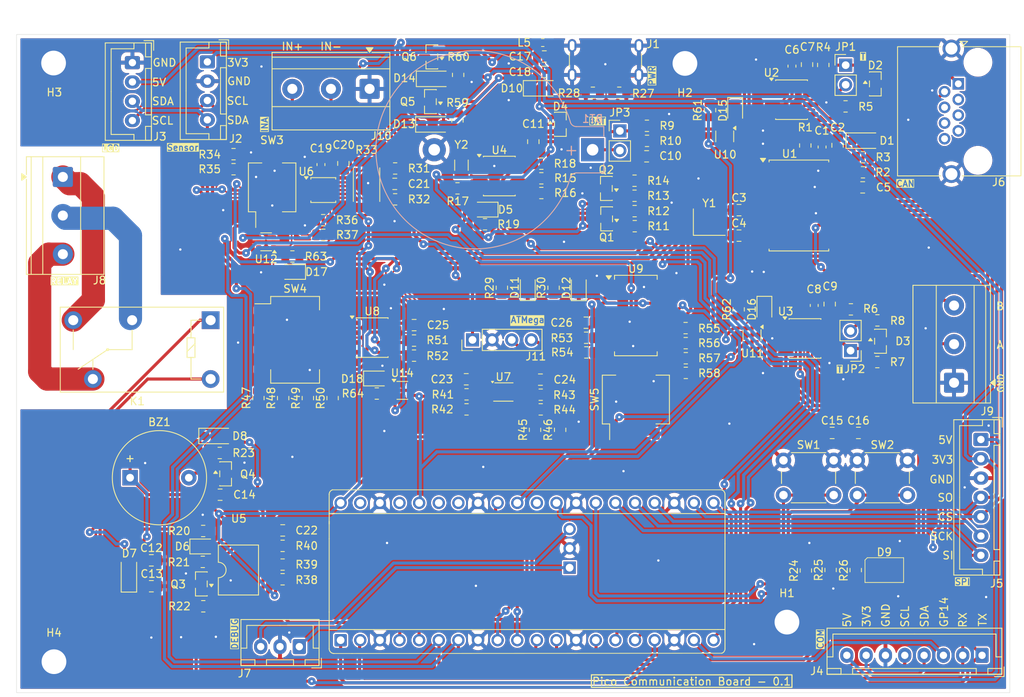
<source format=kicad_pcb>
(kicad_pcb (version 20241229) (generator "pcbnew") (generator_version "9.0")
  (title_block (title "Pico-CAN") (date "2025-10-26") (rev "1.0") (company "PKl"))
  (layers (0 "F.Cu" signal) (2 "B.Cu" signal) (13 "F.Paste" user) (15 "B.Paste" user) (5 "F.SilkS" user "F.Silkscreen") (7 "B.SilkS" user "B.Silkscreen") (1 "F.Mask" user) (3 "B.Mask" user) (25 "Edge.Cuts" user))
  (net 0 "")
  (net 1 "K1_Pin5")
  (net 2 "GPIO12")
  (net 3 "GPIO21")
  (net 4 "GND")
  (net 5 "ADC2")
  (net 6 "ADC_REF")
  (net 7 "GPIO20")
  (net 8 "GPIO9")
  (net 9 "GPIO8")
  (net 10 "ADC0")
  (net 11 "GPIO11")
  (net 12 "SPI0_CS")
  (net 13 "ADC1")
  (net 14 "GPIO2")
  (net 15 "UART0_TX")
  (net 16 "I2C0_SDA")
  (net 17 "SPI0_SCK")
  (net 18 "+3V3")
  (net 19 "SPI0_MOSI")
  (net 20 "I2C0_SCL")
  (net 21 "GPIO3")
  (net 22 "SPI0_MISO")
  (net 23 "I2C1_SCL")
  (net 24 "3V3_EN")
  (net 25 "GPIO22")
  (net 26 "UART0_RX")
  (net 27 "3V3")
  (net 28 "GPIO10")
  (net 29 "RUN")
  (net 30 "Net-(BT1-+)")
  (net 31 "Net-(BZ1--)")
  (net 32 "Net-(U1-OSC2)")
  (net 33 "I2C1_SDA")
  (net 34 "Net-(U1-OSC1)")
  (net 35 "3V3_CAN")
  (net 36 "Net-(D1-A)")
  (net 37 "Net-(C3-Pad2)")
  (net 38 "Net-(C4-Pad1)")
  (net 39 "VDD_RTC")
  (net 40 "CANH")
  (net 41 "CANL")
  (net 42 "+BATT")
  (net 43 "Net-(D5-A)")
  (net 44 "K1_Pin1")
  (net 45 "USB_VBUS")
  (net 46 "USB_CC1")
  (net 47 "USB_CC2")
  (net 52 "SWCLK")
  (net 53 "SWDIO")
  (net 54 "K1_Pin2")
  (net 55 "K1_Pin3")
  (net 56 "K1_Pin4")
  (net 57 "Net-(JP1-B)")
  (net 58 "Net-(Q1-D)")
  (net 59 "I2C0_SDA_RTC")
  (net 60 "Net-(Q2-D)")
  (net 61 "I2C0_SCL_RTC")
  (net 62 "Net-(Q3-B)")
  (net 63 "3V3_MOD")
  (net 64 "Net-(U1-~{RESET})")
  (net 65 "Net-(U2-Rs)")
  (net 67 "CAN_RX")
  (net 73 "CAN_TX")
  (net 75 "GPA0")
  (net 76 "3V3_INA")
  (net 77 "Net-(D6-K)")
  (net 80 "GPIO15")
  (net 81 "GPIO13")
  (net 82 "GPIO14")
  (net 83 "Net-(Q4-B)")
  (net 84 "Net-(R21-Pad2)")
  (net 85 "Net-(R22-Pad1)")
  (net 86 "GPB0")
  (net 87 "GPB1")
  (net 88 "Net-(U6-A1)")
  (net 89 "Net-(U6-A0)")
  (net 90 "Net-(D15-K)")
  (net 91 "Net-(U8-E0)")
  (net 92 "Net-(U8-E1)")
  (net 93 "Net-(D9-DI)")
  (net 94 "Net-(D9-DO)")
  (net 95 "Net-(D9-VDD)")
  (net 96 "RS485_A")
  (net 97 "RS485_B")
  (net 98 "Net-(JP2-B)")
  (net 99 "Net-(U8-E2)")
  (net 100 "Net-(U8-~{WC})")
  (net 101 "Net-(U4-OSCO)")
  (net 102 "Net-(U4-OSCI)")
  (net 103 "Net-(D11-A)")
  (net 104 "Net-(D12-A)")
  (net 105 "Net-(U6-Vbus)")
  (net 106 "Net-(U6-Vin-)")
  (net 109 "I2C_5V_SDA")
  (net 110 "I2C_5V_SCL")
  (net 111 "INA+")
  (net 112 "INA-")
  (net 113 "Net-(U9-~{RESET})")
  (net 114 "Net-(U7-SCL2)")
  (net 115 "Net-(U7-SDA2)")
  (net 116 "Net-(U9-A0)")
  (net 117 "Net-(U9-A1)")
  (net 118 "Net-(U9-A2)")
  (net 120 "GPB4")
  (net 121 "GPA1")
  (net 123 "GPA2")
  (net 124 "GPA3")
  (net 125 "GPB6")
  (net 126 "GPA6")
  (net 128 "GPB5")
  (net 129 "GPA7")
  (net 130 "GPB3")
  (net 132 "GPA5")
  (net 133 "GPA4")
  (net 134 "GPB2")
  (net 135 "GPB7")
  (net 136 "Net-(D13-A)")
  (net 137 "Net-(D14-A)")
  (net 138 "3V3_OUT")
  (net 139 "5V_OUT")
  (net 140 "3V3_EEPROM")
  (net 145 "Net-(D16-K)")
  (net 146 "Net-(D17-K)")
  (net 147 "Net-(D18-K)")
  (net 148 "Net-(R38-Pad2)")
  (footprint "LED_SMD:LED_0805_2012Metric" (layer "F.Cu") (at 152.9 86)
    (property "Reference" "D18")
    (property "Value" "LED")
  )
  (footprint "Package_SO:VSSOP-10_3x3mm_P0.5mm" (layer "F.Cu") (at 146 61.6)
    (property "Reference" "U6")
    (property "Value" "INA226AIDGST")
  )
  (footprint "Button_Switch_THT:SW_PUSH_6mm" (layer "F.Cu") (at 205.55 96.6)
    (property "Reference" "SW1")
    (property "Value" "Tact Switch 6x6mm / 13mm")
  )
  (footprint "Package_TO_SOT_SMD:SOT-23" (layer "F.Cu") (at 218.1075 81.175)
    (property "Reference" "D3")
    (property "Value" "SM712.TCT")
  )
  (footprint "Resistor_SMD:R_0805_2012Metric" (layer "F.Cu") (at 174.2175 58.18 180)
    (property "Reference" "R18")
    (property "Value" "4K7")
  )
  (footprint "Connector_JST:JST_XH_B7B-XH-A_1x07_P2.50mm_Vertical" (layer "F.Cu") (at 231.1 93.9 -90)
    (property "Reference" "J5")
    (property "Value" "SPI")
  )
  (footprint "Resistor_SMD:R_0805_2012Metric" (layer "F.Cu") (at 180.0125 80.725 180)
    (property "Reference" "R53")
    (property "Value" "0")
  )
  (footprint "TerminalBlock_Phoenix:TerminalBlock_Phoenix_MKDS-1,5-3_1x03_P5.00mm_Horizontal" (layer "F.Cu") (at 112.3 59.9 -90)
    (property "Reference" "J8")
    (property "Value" "ARK KF301 raster 5.0mm 3 pin")
  )
  (footprint "Connector_PinHeader_2.54mm:PinHeader_1x02_P2.54mm_Vertical" (layer "F.Cu") (at 214.2325 82.39 180)
    (property "Reference" "JP2")
    (property "Value" "Jumper_2_Bridged")
  )
  (footprint "Resistor_SMD:R_0805_2012Metric" (layer "F.Cu") (at 217.7075 78.475)
    (property "Reference" "R8")
    (property "Value" "680")
  )
  (footprint "Resistor_SMD:R_0805_2012Metric" (layer "F.Cu") (at 130.47 115.5 180)
    (property "Reference" "R22")
    (property "Value" "10K")
  )
  (footprint "Resistor_SMD:R_0805_2012Metric" (layer "F.Cu") (at 186.305 66.2775)
    (property "Reference" "R11")
    (property "Value" "4K7")
  )
  (footprint "Diode_SMD:D_SOD-123F" (layer "F.Cu") (at 215.85 55.2)
    (property "Reference" "D1")
    (property "Value" "1N4148W-DIO")
  )
  (footprint "Resistor_SMD:R_0805_2012Metric" (layer "F.Cu") (at 214.275 77.05 180)
    (property "Reference" "R6")
    (property "Value" "120")
  )
  (footprint "Resistor_SMD:R_0805_2012Metric" (layer "F.Cu") (at 164.5375 88.05)
    (property "Reference" "R41")
    (property "Value" "0")
  )
  (footprint "Resistor_SMD:R_0805_2012Metric" (layer "F.Cu") (at 174.2175 61.98 180)
    (property "Reference" "R16")
    (property "Value" "10K")
  )
  (footprint "MountingHole:MountingHole_3.2mm_M3_DIN965_Pad" (layer "F.Cu") (at 206 117.55)
    (property "Reference" "H1")
    (property "Value" "MountingHole_Pad")
  )
  (footprint "Capacitor_SMD:C_0805_2012Metric" (layer "F.Cu") (at 211.85 93.05)
    (property "Reference" "C15")
    (property "Value" "100nF")
  )
  (footprint "MountingHole:MountingHole_3.2mm_M3_DIN965_Pad" (layer "F.Cu") (at 111.15 122.675)
    (property "Reference" "H4")
    (property "Value" "MountingHole_Pad")
  )
  (footprint "Package_TO_SOT_SMD:SOT-23" (layer "F.Cu") (at 182.6675 65.3275 180)
    (property "Reference" "Q1")
    (property "Value" "BSS138-ONS")
  )
  (footprint "Capacitor_SMD:C_0805_2012Metric" (layer "F.Cu") (at 215.25 93.05 180)
    (property "Reference" "C16")
    (property "Value" "100nF")
  )
  (footprint "Capacitor_SMD:C_0805_2012Metric" (layer "F.Cu") (at 157.755 79.09)
    (property "Reference" "C25")
    (property "Value" "100nF")
  )
  (footprint "Resistor_SMD:R_0805_2012Metric" (layer "F.Cu") (at 134.3875 58.9)
    (property "Reference" "R35")
    (property "Value" "47K")
  )
  (footprint "Package_TO_SOT_SMD:SOT-23" (layer "F.Cu") (at 160.05 44.35 180)
    (property "Reference" "Q6")
    (property "Value" "AO3407A")
  )
  (footprint "Resistor_SMD:R_0805_2012Metric" (layer "F.Cu") (at 217.695 83.875)
    (property "Reference" "R7")
    (property "Value" "680")
  )
  (footprint "Connector_RJ:RJ45_Amphenol_RJHSE5380" (layer "F.Cu") (at 228.175 47.84 -90)
    (property "Reference" "J6")
    (property "Value" "CAN")
  )
  (footprint "Resistor_SMD:R_0805_2012Metric" (layer "F.Cu") (at 180.8875 49)
    (property "Reference" "R28")
    (property "Value" "5K1")
  )
  (footprint "Resistor_SMD:R_0805_2012Metric" (layer "F.Cu") (at 213.5875 50.765)
    (property "Reference" "R5")
    (property "Value" "120")
  )
  (footprint "Package_DIP:SMDIP-4_W9.53mm" (layer "F.Cu") (at 135.02 110.8 90)
    (property "Reference" "U5")
    (property "Value" "LTV-817S-TA1-C")
  )
  (footprint "Resistor_SMD:R_0805_2012Metric" (layer "F.Cu") (at 146 67.4 180)
    (property "Reference" "R37")
    (property "Value" "0")
  )
  (footprint "Diode_SMD:D_SOD-123F" (layer "F.Cu") (at 174.1 48.425)
    (property "Reference" "D10")
    (property "Value" "SMF5.0A")
  )
  (footprint "Resistor_SMD:R_0805_2012Metric" (layer "F.Cu") (at 192.8875 79.475)
    (property "Reference" "R55")
    (property "Value" "10K")
  )
  (footprint "Package_TO_SOT_SMD:SOT-23" (layer "F.Cu") (at 217.4375 47.85)
    (property "Reference" "D2")
    (property "Value" "PESD1CAN.215")
  )
  (footprint "Resistor_SMD:R_0805_2012Metric" (layer "F.Cu") (at 215.8375 59.3 180)
    (property "Reference" "R2")
    (property "Value" "1K")
  )
  (footprint "Package_TO_SOT_SMD:SOT-23" (layer "F.Cu") (at 159.8625 50.15 180)
    (property "Reference" "Q5")
    (property "Value" "AO3407A")
  )
  (footprint "Resistor_SMD:R_0805_2012Metric" (layer "F.Cu") (at 152.925 87.95 180)
    (property "Reference" "R64")
    (property "Value" "1K")
  )
  (footprint "Package_TO_SOT_SMD:SOT-23" (layer "F.Cu") (at 130.22 112.6 180)
    (property "Reference" "Q3")
    (property "Value" "BC817-40-DIO")
  )
  (footprint "LED_SMD:LED_0805_2012Metric" (layer "F.Cu") (at 130.42 107.75)
    (property "Reference" "D6")
    (property "Value" "LED")
  )
  (footprint "Resistor_SMD:R_0805_2012Metric" (layer "F.Cu") (at 173.4 92.65 90)
    (property "Reference" "R45")
    (property "Value" "4K7")
  )
  (footprint "Resistor_SMD:R_0805_2012Metric" (layer "F.Cu") (at 132.6 95.65)
    (property "Reference" "R23")
    (property "Value" "1K")
  )
  (footprint "Resistor_SMD:R_0805_2012Metric" (layer "F.Cu") (at 186.2925 64.3275 180)
    (property "Reference" "R12")
    (property "Value" "100")
  )
  (footprint "Package_SO:SSOP-28_5.3x10.2mm_P0.65mm" (layer "F.Cu") (at 186.45 77.85)
    (property "Reference" "U9")
    (property "Value" "MCP23017_SS")
  )
  (footprint "Resistor_SMD:R_0805_2012Metric" (layer "F.Cu") (at 140.7375 107.675)
    (property "Reference" "R40")
    (property "Value" "1K")
  )
  (footprint "Capacitor_SMD:C_0603_1608Metric" (layer "F.Cu") (at 209.5325 76.54 90)
    (property "Reference" "C8")
    (property "Value" "1uF")
  )
  (footprint "Resistor_SMD:R_0805_2012Metric" (layer "F.Cu") (at 155.3 58.8)
    (property "Reference" "R31")
    (property "Value" "10")
  )
  (footprint "Resistor_SMD:R_0805_2012Metric" (layer "F.Cu") (at 169.1125 74.25 90)
    (property "Reference" "R29")
    (property "Value" "330")
  )
  (footprint "Resistor_SMD:R_0805_2012Metric" (layer "F.Cu") (at 215.8375 57.35)
    (property "Reference" "R3")
    (property "Value" "10K")
  )
  (footprint "TerminalBlock_Phoenix:TerminalBlock_Phoenix_MKDS-1,5-3_1x03_P5.00mm_Horizontal" (layer "F.Cu") (at 151.99375 48.49375 180)
    (property "Reference" "J10")
    (property "Value" "ARK KF301 raster 5.0mm 3 pin")
  )
  (footprint "Package_TO_SOT_SMD:SOT-23" (layer "F.Cu") (at 133.3625 98.35)
    (property "Reference" "Q4")
    (property "Value" "BC817-40-DIO")
  )
  (footprint "Capacitor_SMD:C_0603_1608Metric" (layer "F.Cu") (at 145.7 58.3 90)
    (property "Reference" "C19")
    (property "Value" "1uF")
  )
  (footprint "Resistor_SMD:R_0805_2012Metric" (layer "F.Cu") (at 184.3 49 180)
    (property "Reference" "R27")
    (property "Value" "5K1")
  )
  (footprint "Capacitor_SMD:C_0805_2012Metric" (layer "F.Cu") (at 199.8 67.5)
    (property "Reference" "C4")
    (property "Value" "15pF")
  )
  (footprint "Connector_USB:USB_C_Receptacle_GCT_USB4125-xx-x_6P_TopMnt_Horizontal" (layer "F.Cu") (at 182.52 43.7 180)
    (property "Reference" "J1")
    (property "Value" "USB_C_Receptacle_PowerOnly_6P")
  )
  (footprint "Resistor_SMD:R_0805_2012Metric" (layer "F.Cu") (at 187.8925 55.23 180)
    (property "Reference" "R10")
    (property "Value" "100K")
  )
  (footprint "Relay_THT:Relay_SPDT_Omron-G5Q-1" (layer "F.Cu") (at 131.425 78.45 180)
    (property "Reference" "K1")
    (property "Value" "G5Q-14-EU-5DC")
  )
  (footprint "Package_SO:SOIC-18W_7.5x11.6mm_P1.27mm" (layer "F.Cu") (at 207.55 63.6)
    (property "Reference" "U1")
    (property "Value" "MCP2515-I/SO")
  )
  (footprint "Connector_JST:JST_XH_B4B-XH-A_1x04_P2.50mm_Vertical" (layer "F.Cu") (at 131 45 -90)
    (property "Reference" "J2")
    (property "Value" "Sensor")
  )
  (footprint "Resistor_SMD:R_0805_2012Metric" (layer "F.Cu") (at 174.2175 60.08 180)
    (property "Reference" "R15")
    (property "Value" "10K")
  )
  (footprint "Resistor_SMD:R_0805_2012Metric" (layer "F.Cu") (at 208.375 55.825 -90)
    (property "Reference" "R1")
    (property "Value" "10K")
  )
  (footprint "Capacitor_SMD:C_0805_2012Metric" (layer "F.Cu") (at 132.65 101.05 180)
    (property "Reference" "C14")
    (property "Value" "100nF")
  )
  (footprint "Capacitor_SMD:C_0603_1608Metric" (layer "F.Cu") (at 206.65 45.55 90)
    (property "Reference" "C6")
    (property "Value" "1uF")
  )
  (footprint "Capacitor_SMD:C_0805_2012Metric" (layer "F.Cu") (at 212.55 55.8 90)
    (property "Reference" "C2")
    (property "Value" "100nF")
  )
  (footprint "Resistor_SMD:R_0805_2012Metric" (layer "F.Cu") (at 137.605 88.54 90)
    (property "Reference" "R47")
    (property "Value" "47K")
  )
  (footprint "Resistor_SMD:R_0805_2012Metric" (layer "F.Cu") (at 155.3 62.8)
    (property "Reference" "R32")
    (property "Value" "10")
  )
  (footprint "Resistor_SMD:R_0805_2012Metric" (layer "F.Cu") (at 208.45 110.8625 -90)
    (property "Reference" "R24")
    (property "Value" "220")
  )
  (footprint "Capacitor_SMD:C_0805_2012Metric" (layer "F.Cu") (at 199.8 64.2 180)
    (property "Reference" "C3")
    (property "Value" "15pF")
  )
  (footprint "Resistor_SMD:R_2512_6332Metric" (layer "F.Cu") (at 151.6 60.9 -90)
    (property "Reference" "R33")
    (property "Value" "R_SHUNT")
  )
  (footprint "Diode_SMD:D_SOD-123F" (layer "F.Cu") (at 120.85 111.45 90)
    (property "Reference" "D7")
    (property "Value" "1N4007FLTR")
  )
  (footprint "Resistor_SMD:R_0805_2012Metric" (layer "F.Cu") (at 192.9 81.425 180)
    (property "Reference" "R56")
    (property "Value" "47K")
  )
  (footprint "Buzzer_Beeper:Buzzer_12x9.5RM7.6" (layer "F.Cu") (at 121 98.85)
    (property "Reference" "BZ1")
    (property "Value" "Buzzer 5V 12mm")
  )
  (footprint "Resistor_SMD:R_0805_2012Metric" (layer "F.Cu") (at 130.4575 105.75 180)
    (property "Reference" "R20")
    (property "Value" "2K2")
  )
  (footprint "Resistor_SMD:R_0805_2012Metric" (layer "F.Cu") (at 186.28 60.39 180)
    (property "Reference" "R14")
    (property "Value" "100")
  )
  (footprint "Package_SO:SOIC-8_3.9x4.9mm_P1.27mm" (layer "F.Cu") (at 152.33 80.705)
    (property "Reference" "U8")
    (property "Value" "M24C32-WMN6TP")
  )
  (footprint "TerminalBlock_Phoenix:TerminalBlock_Phoenix_MKDS-1,5-3_1x03_P5.00mm_Horizontal" (layer "F.Cu") (at 227.625 86.55 90)
    (property "Reference" "J9")
    (property "Value" "ARK KF301 raster 5.0mm 3 pin")
  )
  (footprint "Diode_SMD:D_SOD-123F" (layer "F.Cu") (at 160.1625 53.1)
    (property "Reference" "D13")
    (property "Value" "BZT52C6V2-DIO")
  )
  (footprint "Resistor_SMD:R_0805_2012Metric" (layer "F.Cu") (at 140.7375 112)
    (property "Reference" "R38")
    (property "Value" "100K")
  )
  (footprint "Capacitor_SMD:C_0805_2012Metric" (layer "F.Cu") (at 174.1 86.15)
    (property "Reference" "C24")
    (property "Value" "100nF")
  )
  (footprint "Package_SO:SOIC-8_3.9x4.9mm_P1.27mm" (layer "F.Cu") (at 206.6 49.9)
    (property "Reference" "U2")
    (property "Value" "SN65HVD230DR")
  )
  (footprint "Diode_SMD:D_SOD-123F" (layer "F.Cu") (at 160.25 47.2)
    (property "Reference" "D14")
    (property "Value" "BZT52C5V1-DIO")
  )
  (footprint "Capacitor_SMD:C_0805_2012Metric" (layer "F.Cu") (at 123.75 109.55 180)
    (property "Reference" "C12")
    (property "Value" "100nF")
  )
  (footprint "Capacitor_SMD:C_0805_2012Metric" (layer "F.Cu") (at 208.6 45.35 90)
    (property "Reference" "C7")
    (property "Value" "100nF")
  )
  (footprint "Resistor_SMD:R_0805_2012Metric" (layer "F.Cu") (at 196.05 51.25 90)
    (property "Reference" "R61")
    (property "Value" "1K")
  )
  (footprint "MountingHole:MountingHole_3.2mm_M3_DIN965_Pad" (layer "F.Cu") (at 111.1 45.15)
    (property "Reference" "H3")
    (property "Value" "MountingHole_Pad")
  )
  (footprint "Resistor_SMD:R_0805_2012Metric" (layer "F.Cu") (at 174.1375 90 180)
    (property "Reference" "R44")
    (property "Value" "0")
  )
  (footprint "Resistor_SMD:R_0805_2012Metric" (layer "F.Cu") (at 144.005 88.54 90)
    (property "Reference" "R49")
    (property "Value" "47K")
  )
  (footprint "Capacitor_SMD:C_0805_2012Metric" (layer "F.Cu") (at 164.5 86.1 180)
    (property "Reference" "C23")
    (property "Value" "100nF")
  )
  (footprint "Package_TO_SOT_SMD:SOT-23" (layer "F.Cu") (at 176.68 53.08)
    (property "Reference" "D4")
    (property "Value" "BAT54C-DIO")
  )
  (footprint "Button_Switch_SMD:SW_DIP_SPSTx03_Slide_Omron_A6S-310x_W8.9mm_P2.54mm" (layer "F.Cu") (at 186.45 88.725 90)
    (property "Reference" "SW5")
    (property "Value" "SW_DIP_x03")
  )
  (footprint "Connector_PinHeader_2.54mm:PinHeader_1x02_P2.54mm_Vertical" (layer "F.Cu") (at 213.6 45.425)
    (property "Reference" "JP1")
    (property "Value" "Jumper_2_Bridged")
  )
  (footprint "Capacitor_SMD:C_0805_2012Metric" (layer "F.Cu") (at 173.18 55.33 90)
    (property "Reference" "C11")
    (property "Value" "100nF")
  )
  (footprint "Resistor_SMD:R_0805_2012Metric" (layer "F.Cu") (at 157.7425 83.04)
    (property "Reference" "R52")
    (property "Value" "0")
  )
  (footprint "Resistor_SMD:R_0805_2012Metric" (layer "F.Cu") (at 157.7425 81.09)
    (property "Reference" "R51")
    (property "Value" "0")
  )
  (footprint "Resistor_SMD:R_0805_2012Metric" (layer "F.Cu") (at 211.65 110.8 -90)
    (property "Reference" "R25")
    (property "Value" "220")
  )
  (footprint "Resistor_SMD:R_0805_2012Metric" (layer "F.Cu") (at 175.8 74.25 90)
    (property "Reference" "R30")
    (property "Value" "330")
  )
  (footprint "Connector_JST:JST_XH_B8B-XH-A_1x08_P2.50mm_Vertical" (layer "F.Cu") (at 231.25 121.85 180)
    (property "Reference" "J4")
    (property "Value" "Additional connector")
  )
  (footprint "Resistor_SMD:R_0805_2012Metric" (layer "F.Cu") (at 164.5375 90)
    (property "Reference" "R42")
    (property "Value" "0")
  )
  (footprint "Connector_PinHeader_2.54mm:PinHeader_1x02_P2.54mm_Vertical" (layer "F.Cu") (at 184.38 53.94)
    (property "Reference" "JP3")
    (property "Value" "Jumper_2_Bridged")
  )
  (footprint "Package_TO_SOT_SMD:SOT-363_SC-70-6" (layer "F.Cu") (at 201.4825 80.4 -90)
    (property "Reference" "U11")
    (property "Value" "SIP32431DR3-T1GE3")
  )
  (footprint "Package_SO:SOIC-8_3.9x4.9mm_P1.27mm" (layer "F.Cu") (at 208.3325 80.815)
    (property "Reference" "U3")
    (property "Value" "MAX3485EESA+")
  )
  (footprint "Resistor_SMD:R_0805_2012Metric" (layer "F.Cu") (at 140.805 88.54 90)
    (property "Reference" "R48")
    (property "Value" "47K")
  )
  (footprint "Resistor_SMD:R_0805_2012Metric" (layer "F.Cu") (at 199.75 77.05 90)
    (property "Reference" "R62")
    (property "Value" "1K")
  )
  (footprint "Package_SO:SOIC-8_3.9x4.9mm_P1.27mm" (layer "F.Cu") (at 168.78 59.78)
    (property "Reference" "U4")
    (property "Value" "PCF8563T")
  )
  (footprint "Capacitor_SMD:C_0805_2012Metric" (layer "F.Cu") (at 187.8425 57.23 180)
    (property "Reference" "C10")
    (property "Value" "100nF")
  )
  (footprint "LED_SMD:LED_0805_2012Metric" (layer "F.Cu") (at 203.0825 77.05 -90)
    (property "Reference" "D16")
    (property "Value" "LED")
  )
  (footprint "LED_SMD:LED_0805_2012Metric" (layer "F.Cu") (at 199.3 51.3 -90)
    (property "Reference" "D15")
    (property "Value" "LED")
  )
  (footprint "Connector_PinHeader_2.54mm:PinHeader_1x04_P2.54mm_Vertical" (layer "F.Cu") (at 165.31 81 90)
    (property "Reference" "J11")
    (property "Value" "ATMega")
  )
  (footprint "Capacitor_SMD:C_0805_2012Metric" (layer "F.Cu") (at 155.25 60.8 180)
    (property "Reference" "C21")
    (property "Value" "100nF")
  )
  (footprint "Resistor_SMD:R_0805_2012Metric" (layer "F.Cu") (at 147.205 88.54 90)
    (property "Reference" "R50")
    (property "Value" "47K")
  )
  (footprint "Resistor_SMD:R_0805_2012Metric" (layer "F.Cu") (at 176.65 92.65 -90)
    (property "Reference" "R46")
    (property "Value" "4K7")
  )
  (footprint "Resistor_SMD:R_0805_2012Metric" (layer "F.Cu") (at 192.9125 85.275 180)
    (property "Reference" "R58")
    (property "Value" "47K")
  )
  (footprint "Resistor_SMD:R_0805_2012Metric" (layer "F.Cu") (at 134.3875 56.95)
    (property "Reference" "R34")
    (property "Value" "47K")
  )
  (footprint "Resistor_SMD:R_0805_2012Metric" (layer "F.Cu") (at 163.3625 52.5875 -90)
    (property "Reference" "R59")
    (property "Value" "100K")
  )
  (footprint "Inductor_SMD:L_0603_1608Metric" (layer "F.Cu") (at 174.4 42.5)
    (property "Reference" "L5")
    (property "Value" "BLM18AG221SN1D")
  )
  (footprint "Resistor_SMD:R_0805_2012Metric" (layer "F.Cu") (at 142 70.2 180)
    (property "Reference" "R63")
    (property "Value" "1K")
  )
  (footprint "Capacitor_SMD:C_0805_2012Metric" (layer "F.Cu") (at 211.5325 76.365 90)
    (property "Reference" "C9")
    (property "Value" "100nF")
  )
  (footprint "Button_Switch_THT:SW_PUSH_6mm" (layer "F.Cu") (at 215.1 96.6)
    (property "Reference" "SW2")
    (property "Value" "Tact Switch 6x6mm / 13mm")
  )
  (footprint "Package_TO_SOT_SMD:SOT-23" (layer "F.Cu") (at 182.63 61.39 180)
    (property "Reference" "Q2")
    (property "Value" "BSS138-ONS")
  )
  (footprint "Resistor_SMD:R_0805_2012Metric" (layer "F.Cu") (at 163.45 46.6875 -90)
    (property "Reference" "R60")
    (property "Value" "100K")
  )
  (footprint "Resistor_SMD:R_0805_2012Metric" (layer "F.Cu") (at 192.9125 83.375 180)
    (property "Reference" "R57")
    (property "Value" "47K")
  )
  (footprint "Button_Switch_SMD:SW_DIP_SPSTx04_Slide_Omron_A6S-410x_W8.9mm_P2.54mm" (layer "F.Cu") (at 142.355 80.99)
    (property "Reference" "SW4")
    (property "Value" "SW_DIP_x04")
  )
  (footprint "Crystal:Crystal_SMD_3225-4Pin_3.2x2.5mm" (layer "F.Cu") (at 195.95 65.75)
    (property "Reference" "Y1")
    (property "Value" "20.00M-CFPX180")
  )
  (footprint "Capacitor_SMD:C_0805_2012Metric" (layer "F.Cu") (at 180 78.775 180)
    (property "Reference" "C26")
    (property "Value" "100nF")
  )
  (footprint "Resistor_SMD:R_0805_2012Metric" (layer "F.Cu") (at 163.3675 61.38 180)
    (property "Reference" "R17")
    (property "Value" "10K")
  )
  (footprint "Capacitor_SMD:C_0805_2012Metric" (layer "F.Cu") (at 148.6 58.15 90)
    (property "Reference" "C20")
    (property "Value" "100nF")
  )
  (footprint "Resistor_SMD:R_0805_2012Metric" (layer "F.Cu") (at 210.7 45.4 90)
    (property "Reference" "R4")
    (property "Value" "47K")
  )
  (footprint "Package_TO_SOT_SMD:SOT-363_SC-70-6" (layer "F.Cu") (at 156.23 87.54)
    (property "Reference" "U14")
    (property "Value" "SIP32431DR3-T1GE3")
  )
  (footprint "Capacitor_SMD:C_0805_2012Metric" (layer "F.Cu") (at 174.6 44.3 180)
    (property "Reference" "C17")
    (property "Value" "10uF")
  )
  (footprint "Resistor_SMD:R_0805_2012Metric" (layer "F.Cu") (at 186.28 62.34)
    (property "Reference" "R13")
    (property "Value" "4K7" (hide yes))
  )
  (footprint "Capacitor_SMD:C_0805_2012Metric" (layer "F.Cu") (at 140.75 105.675)
    (property "Reference" "C22")
    (property "Value" "100nF")
  )
  (footprint "Resistor_SMD:R_0805_2012Metric" (layer "F.Cu") (at 140.7375 110.1 180)
    (property "Reference" "R39")
    (property "Value" "200K")
  )
  (footprint "Resistor_SMD:R_0805_2012Metric" (layer "F.Cu") (at 145.9875 65.5)
    (property "Reference" "R36")
    (property "Value" "0")
  )
  (footprint "Connector_JST:JST_XH_B3B-XH-A_1x03_P2.50mm_Vertical" (layer "F.Cu") (at 142.9 120.725 180)
    (property "Reference" "J7")
    (property "Value" "DEBUG")
  )
  (footprint "Capacitor_SMD:C_0805_2012Metric" (layer "F.Cu") (at 174.6 46.3 180)
    (property "Reference" "C18")
    (property "Value" "100nF")
  )
  (footprint "Crystal:Crystal_SMD_3215-2Pin_3.2x1.5mm" (layer "F.Cu") (at 163.88 58.38 -90)
    (property "Reference" "Y2")
    (property "Value" "32.768K-CFPX217")
  )
  (footprint "Capacitor_SMD:C_0805_2012Metric" (layer "F.Cu") (at 123.75 112.9 180)
    (property "Reference" "C13")
    (property "Value" "1uF")
  )
  (footprint "Package_TO_SOT_SMD:SOT-363_SC-70-6" (layer "F.Cu") (at 138.6 68.3 180)
    (property "Reference" "U12")
    (property "Value" "SIP32431DR3-T1GE3")
  )
  (footprint "Resistor_SMD:R_0805_2012Metric" (layer "F.Cu") (at 180.0375 82.625 180)
    (property "Reference" "R54")
    (property "Value" "0")
  )
  (footprint "LED_SMD:LED_0805_2012Metric" (layer "F.Cu") (at 166.93 64.13 180)
    (property "Reference" "D5")
    (property "Value" "LED")
  )
  (footprint "Connector_JST:JST_XH_B4B-XH-A_1x04_P2.50mm_Vertical" (layer "F.Cu") (at 121.3 45.1 -90)
    (property "Reference" "J3")
    (property "Value" "LCD 16x2")
  )
  (footprint "Package_SO:VSSOP-8_2.3x2mm_P0.5mm" (layer "F.Cu") (at 169.3 87.75)
    (property "Reference" "U7")
    (property "Value" "PCA9306DCUR")
  )
  (footprint "Library:RaspberryPi_Pico_Common_Unspecified" (layer "F.Cu") (at 172.375 111 90)
    (property "Reference" "A1" (hide yes))
    (property "Value" "RaspberryPi Pico 2W")
  )
  (footprint "LED_SMD:LED_0805_2012Metric" (layer "F.Cu") (at 142.0125 72.2 180)
    (property "Reference" "D17")
    (property "Value" "LED")
  )
  (footprint "LED_SMD:LED_0805_2012Metric" (layer "F.Cu") (at 172.4625 74.2125 90)
    (property "Reference" "D11")
    (property "Value" "LED")
  )
  (footprint "Package_TO_SOT_SMD:SOT-363_SC-70-6" (layer "F.Cu") (at 197.95 54.65 -90)
    (property "Reference" "U10")
    (property "Value" "SIP32431DR3-T1GE3")
  )
  (footprint "Diode_SMD:D_SOD-123F" (layer "F.Cu") (at 132.1 93.45)
    (property "Reference" "D8")
    (property "Value" "1N4148W-DIO")
  )
  (footprint "Capacitor_SMD:C_0603_1608Metric" (layer "F.Cu") (at 210.55 56.025 90)
    (property "Reference" "C1")
    (property "Value" "1uF")
  )
  (footprint "MountingHole:MountingHole_3.2mm_M3_DIN965_Pad" (layer "F.Cu") (at 192.8 45.2)
    (property "Reference" "H2")
    (property "Value" "MountingHole_Pad")
  )
  (footprint "LED_SMD:LED_Avago_PLCC4_3.2x2.8mm_CW" (layer "F.Cu") (at 218.6 110.8125)
    (property "Reference" "D9")
    (property "Value" "OSTBPCS2C2B")
  )
  (footprint "Capacitor_SMD:C_0805_2012Metric" (layer "F.Cu") (at 215.8 61.25 180)
    (property "Reference" "C5")
    (property "Value" "100nF")
  )
  (footprint "Resistor_SMD:R_0805_2012Metric" (layer "F.Cu") (at 166.93 66.03)
    (property "Reference" "R19")
    (property "Value" "10K")
  )
  (footprint "Button_Switch_SMD:SW_DIP_SPSTx02_Slide_Omron_A6S-210x_W8.9mm_P2.54mm" (layer "F.Cu") (at 139.38 61.25 90)
    (property "Reference" "SW3")
    (property "Value" "SW_DIP_x02")
  )
  (footprint "Resistor_SMD:R_0805_2012Metric" (layer "F.Cu") (at 214.9 110.8125 -90)
    (property "Reference" "R26")
    (property "Value" "220")
  )
  (footprint "Resistor_SMD:R_0805_2012Metric" (layer "F.Cu") (at 130.4075 109.75)
    (property "Reference" "R21")
    (property "Value" "680")
  )
  (footprint "Resistor_SMD:R_0805_2012Metric" (layer "F.Cu") (at 187.88 53.28)
    (property "Reference" "R9")
    (property "Value" "100K")
  )
  (footprint "LED_SMD:LED_0805_2012Metric" (layer "F.Cu") (at 179.0625 74.225 90)
    (property "Reference" "D12")
    (property "Value" "LED")
  )
  (footprint "Resistor_SMD:R_0805_2012Metric" (layer "F.Cu") (at 174.1375 88.1 180)
    (property "Reference" "R43")
    (property "Value" "0")
  )
  (footprint "Battery:BatteryHolder_Keystone_104_1x23mm" (layer "B.Cu") (at 180.85 56.380001 180)
    (property "Reference" "BT1")
    (property "Value" "CR2032")
  )
  (gr_rect (start 180.7 124.375) (end 206.65 126) (stroke (width 0.15)) (fill no) (layer "F.SilkS"))
  (gr_rect (start 106.307152 41.45) (end 234.852152 126.68) (stroke (width 0.05)) (fill no) (layer "Edge.Cuts"))
  (gr_text "CAN" (at 221.325 60.775 0) (layer "F.SilkS" knockout) (effects (font (size 0.8 0.8))))
  (gr_text "CS" (at 226.52 103.93 0) (layer "F.SilkS") (effects (font (size 1 1))))
  (gr_text "SDA" (at 125.25 50.1 0) (layer "F.SilkS") (effects (font (size 1 1))))
  (gr_text "SDA" (at 134.95 52.55 0) (layer "F.SilkS") (effects (font (size 1 1))))
  (gr_text "A" (at 233.575 81.65 0) (layer "F.SilkS") (effects (font (size 1 1))))
  (gr_text "ATMega" (at 172.45 78.4 0) (layer "F.SilkS" knockout) (effects (font (size 0.8 0.8))))
  (gr_text "SPI" (at 228.725 112.35 0) (layer "F.SilkS" knockout) (effects (font (size 0.8 0.8))))
  (gr_text "COM" (at 210.35 119.75 90) (layer "F.SilkS" knockout) (effects (font (size 0.8 0.8))))
  (gr_text "3V3" (at 226.13 96.52 0) (layer "F.SilkS") (effects (font (size 1 1))))
  (gr_text "GND" (at 125.45 45.1 0) (layer "F.SilkS") (effects (font (size 1 1))))
  (gr_text "5V" (at 124.75 47.65 0) (layer "F.SilkS") (effects (font (size 1 1))))
  (gr_text "5V" (at 213.79 117.29 90) (layer "F.SilkS") (effects (font (size 1 1))))
  (gr_text "3V3" (at 134.95 45.1 0) (layer "F.SilkS") (effects (font (size 1 1))))
  (gr_text "SCK" (at 226.03 106.44 0) (layer "F.SilkS") (effects (font (size 1 1))))
  (gr_text "B" (at 233.575 76.65 0) (layer "F.SilkS") (effects (font (size 1 1))))
  (gr_text "BAT" (at 181.45 52.7 0) (layer "F.SilkS" knockout) (effects (font (size 0.8 0.8))))
  (gr_text "T" (at 212.825 84.825 0) (layer "F.SilkS" knockout) (effects (font (size 0.8 0.8))))
  (gr_text "Pico Communication Board - 0.1" (at 180.7 125.825 0) (layer "F.SilkS") (effects (font (size 1 1)) (justify left bottom)))
  (gr_text "3V3" (at 216.31 116.78 90) (layer "F.SilkS") (effects (font (size 1 1))))
  (gr_text "SO" (at 226.5 101.43 0) (layer "F.SilkS") (effects (font (size 1 1))))
  (gr_text "5V" (at 226.5 93.96 0) (layer "F.SilkS") (effects (font (size 1 1))))
  (gr_text "SCL" (at 134.9 50.05 0) (layer "F.SilkS") (effects (font (size 1 1))))
  (gr_text "Sensor" (at 127.8 56.1 0) (layer "F.SilkS" knockout) (effects (font (size 0.8 0.8))))
  (gr_text "PWR" (at 188.575 46.825 90) (layer "F.SilkS" knockout) (effects (font (size 0.8 0.8))))
  (gr_text "GND" (at 135.1 47.5 0) (layer "F.SilkS") (effects (font (size 1 1))))
  (gr_text "IN+" (at 142 43 0) (layer "F.SilkS") (effects (font (size 1 1))))
  (gr_text "GND" (at 233.675 86.6 90) (layer "F.SilkS") (effects (font (size 0.8 0.8))))
  (gr_text "SDA" (at 223.81 116.8 90) (layer "F.SilkS") (effects (font (size 1 1))))
  (gr_text "SI" (at 226.84 108.91 0) (layer "F.SilkS") (effects (font (size 1 1))))
  (gr_text "INA" (at 138.425 53.15 90) (layer "F.SilkS" knockout) (effects (font (size 0.8 0.8))))
  (gr_text "DEBUG" (at 134.55 119.1 90) (layer "F.SilkS" knockout) (effects (font (size 0.8 0.8))))
  (gr_text "T" (at 215.85 44.325 0) (layer "F.SilkS" knockout) (effects (font (size 0.8 0.8))))
  (gr_text "GND" (at 225.98 99.07 0) (layer "F.SilkS") (effects (font (size 1 1))))
  (gr_text "GP14" (at 226.33 116.24 90) (layer "F.SilkS") (effects (font (size 1 1))))
  (gr_text "RELAY" (at 112.45 73.4 0) (layer "F.SilkS" knockout) (effects (font (size 0.8 0.8))))
  (gr_text "TX" (at 231.33 117.25 90) (layer "F.SilkS") (effects (font (size 1 1))))
  (gr_text "SCL" (at 221.28 116.83 90) (layer "F.SilkS") (effects (font (size 1 1))))
  (gr_text "RX" (at 228.76 117.27 90) (layer "F.SilkS") (effects (font (size 1 1))))
  (gr_text "LCD" (at 118.475 56.175 0) (layer "F.SilkS" knockout) (effects (font (size 0.8 0.8))))
  (gr_text "GND" (at 218.79 116.67 90) (layer "F.SilkS") (effects (font (size 1 1))))
  (gr_text "IN-" (at 147 43 0) (layer "F.SilkS") (effects (font (size 1 1))))
  (gr_text "SCL" (at 125.2 52.6 0) (layer "F.SilkS") (effects (font (size 1 1))))
  (segment (start 130.7 93.45) (end 122.4 93.45) (width 0.4) (layer "F.Cu") (net 1))
  (segment (start 151.85 68.8) (end 151.85 65.65) (width 0.4) (layer "F.Cu") (net 1))
  (segment (start 165.65 50.15) (end 168.7 47.1) (width 0.4) (layer "F.Cu") (net 1))
  (segment (start 173.65 47.45) (end 172.7 48.4) (width 0.4) (layer "F.Cu") (net 1))
  (segment (start 133.75 104.775) (end 133.75 106.035) (width 0.4) (layer "F.Cu") (net 1))
  (segment (start 171.4 47.1) (end 168.7 47.1) (width 0.4) (layer "F.Cu") (net 1))
  (segment (start 123.278528 86.07) (end 131.425 86.07) (width 0.4) (layer "F.Cu") (net 1))
  (segment (start 173.4 93.5625) (end 176.65 93.5625) (width 0.2) (layer "F.Cu") (net 1))
  (segment (start 121 94.85) (end 121 98.85) (width 0.4) (layer "F.Cu") (net 1))
  (segment (start 156.7925 93.5625) (end 173.4 93.5625) (width 0.4) (layer "F.Cu") (net 1))
  (segment (start 170.7 87.5) (end 170.7 87) (width 0.2) (layer "F.Cu") (net 1))
  (segment (start 122.8 109.55) (end 122.8 112.9) (width 0.4) (layer "F.Cu") (net 1))
  (segment (start 131.7 102.725) (end 132.475 103.5) (width 0.4) (layer "F.Cu") (net 1))
  (segment (start 172.3 87) (end 173.15 86.15) (width 0.2) (layer "F.Cu") (net 1))
  (segment (start 117.125 110.35) (end 117.125 92.223528) (width 0.4) (layer "F.Cu") (net 1))
  (segment (start 169.75 93.35) (end 170 93.6) (width 0.2) (layer "F.Cu") (net 1))
  (segment (start 122.8 106.875) (end 123.175 106.5) (width 0.4) (layer "F.Cu") (net 1))
  (segment (start 120.85 112.85) (end 122.45 112.85) (width 0.4) (layer "F.Cu") (net 1))
  (segment (start 170.7 87) (end 172.3 87) (width 0.2) (layer "F.Cu") (net 1))
  (segment (start 131.7 101.05) (end 131.7 102.725) (width 0.4) (layer "F.Cu") (net 1))
  (segment (start 131.3575 107.75) (end 132.035 107.75) (width 0.4) (layer "F.Cu") (net 1))
  (segment (start 173.6125 42.9375) (end 173.65 42.975) (width 0.4) (layer "F.Cu") (net 1))
  (segment (start 139.825 112) (end 139.825 113.975) (width 0.4) (layer "F.Cu") (net 1))
  (segment (start 122.8 109.55) (end 122.8 106.875) (width 0.4) (layer "F.Cu") (net 1))
  (segment (start 173.65 46.3) (end 173.65 47.45) (width 0.4) (layer "F.Cu") (net 1))
  (segment (start 173.65 42.975) (end 173.65 46.3) (width 0.4) (layer "F.Cu") (net 1))
  (segment (start 170.7 87) (end 169.9 87) (width 0.2) (layer "F.Cu") (net 1))
  (segment (start 132.475 103.5) (end 133.75 104.775) (width 0.4) (layer "F.Cu") (net 1))
  (segment (start 131.7 101.05) (end 123.2 101.05) (width 0.4) (layer "F.Cu") (net 1))
  (segment (start 169.75 87.15) (end 169.75 93.35) (width 0.2) (layer "F.Cu") (net 1))
  (segment (start 173.3625 93.6) (end 173.4 93.5625) (width 0.2) (layer "F.Cu") (net 1))
  (segment (start 173.6125 42.5) (end 173.6125 42.9375) (width 0.4) (layer "F.Cu") (net 1))
  (segment (start 117.125 92.223528) (end 123.278528 86.07) (width 0.4) (layer "F.Cu") (net 1))
  (segment (start 120.85 112.85) (end 119.625 112.85) (width 0.4) (layer "F.Cu") (net 1))
  (segment (start 139.825 113.975) (end 139.7 114.1) (width 0.4) (layer "F.Cu") (net 1))
  (segment (start 123.2 101.05) (end 121 98.85) (width 0.4) (layer "F.Cu") (net 1))
  (segment (start 119.625 112.85) (end 117.125 110.35) (width 0.4) (layer "F.Cu") (net 1))
  (segment (start 148.245 102.11) (end 156.7925 93.5625) (width 0.4) (layer "F.Cu") (net 1))
  (segment (start 158.925 50.15) (end 165.65 50.15) (width 0.4) (layer "F.Cu") (net 1))
  (segment (start 122.45 112.85) (end 122.8 112.5) (width 0.4) (layer "F.Cu") (net 1))
  (segment (start 169.9 87) (end 169.75 87.15) (width 0.2) (layer "F.Cu") (net 1))
  (segment (start 122.4 93.45) (end 121 94.85) (width 0.4) (layer "F.Cu") (net 1))
  (segment (start 132.035 107.75) (end 133.75 106.035) (width 0.4) (layer "F.Cu") (net 1))
  (segment (start 172.7 48.4) (end 171.4 47.1) (width 0.4) (layer "F.Cu") (net 1))
  (via (at 132.475 103.5) (size 1) (drill 0.3) (layers "F.Cu" "B.Cu") (net 1))
  (via (at 151.85 68.8) (size 1) (drill 0.3) (layers "F.Cu" "B.Cu") (net 1))
  (via (at 168.7 47.1) (size 1) (drill 0.3) (layers "F.Cu" "B.Cu") (net 1))
  (via (at 139.7 114.1) (size 1) (drill 0.3) (layers "F.Cu" "B.Cu") (net 1))
  (via (at 123.175 106.5) (size 1) (drill 0.3) (layers "F.Cu" "B.Cu") (net 1))
  (via (at 151.85 65.65) (size 1) (drill 0.3) (layers "F.Cu" "B.Cu") (net 1))
  (segment (start 150.65 70) (end 150.65 99.705) (width 0.4) (layer "B.Cu") (net 1))
  (segment (start 150.65 64.45) (end 150.65 58.45) (width 0.4) (layer "B.Cu") (net 1))
  (segment (start 121 98.85) (end 121.2 98.85) (width 0.4) (layer "B.Cu") (net 1))
  (segment (start 146.855 103.5) (end 148.245 102.11) (width 0.4) (layer "B.Cu") (net 1))
  (segment (start 132.475 103.5) (end 132.475 106.875) (width 0.4) (layer "B.Cu") (net 1))
  (segment (start 121.2 98.85) (end 123.175 100.825) (width 0.4) (layer "B.Cu") (net 1))
  (segment (start 148.1 102.255) (end 148.245 102.11) (width 0.4) (layer "B.Cu") (net 1))
  (segment (start 132.475 103.5) (end 146.855 103.5) (width 0.4) (layer "B.Cu") (net 1))
  (segment (start 123.175 100.825) (end 123.175 106.5) (width 0.4) (layer "B.Cu") (net 1))
  (segment (start 151.85 65.65) (end 150.65 64.45) (width 0.4) (layer "B.Cu") (net 1))
  (segment (start 163.05125 52.84875) (end 168.6 47.3) (width 0.4) (layer "B.Cu") (net 1))
  (segment (start 132.475 106.875) (end 139.7 114.1) (width 0.4) (layer "B.Cu") (net 1))
  (segment (start 151.85 68.8) (end 150.65 70) (width 0.4) (layer "B.Cu") (net 1))
  (segment (start 150.65 58.45) (end 156.25125 52.84875) (width 0.4) (layer "B.Cu") (net 1))
  (segment (start 150.65 99.705) (end 148.245 102.11) (width 0.4) (layer "B.Cu") (net 1))
  (segment (start 156.25125 52.84875) (end 163.05125 52.84875) (width 0.4) (layer "B.Cu") (net 1))
  (segment (start 167.68 64.08) (end 167.78 64.08) (width 0.4) (layer "F.Cu") (net 2))
  (segment (start 170.1 67.4) (end 169.105 66.405) (width 0.4) (layer "F.Cu") (net 2))
  (segment (start 170.365 59.145) (end 169.23 60.28) (width 0.4) (layer "F.Cu") (net 2))
  (segment (start 172.34 59.145) (end 173.305 58.18) (width 0.4) (layer "F.Cu") (net 2))
  (segment (start 173.27 58.145) (end 173.305 58.18) (width 0.4) (layer "F.Cu") (net 2))
  (segment (start 200 102.2) (end 200 115.1) (width 0.4) (layer "F.Cu") (net 2))
  (segment (start 172.875 68.55) (end 171.725 67.4) (width 0.4) (layer "F.Cu") (net 2))
  (segment (start 169.105 66.405) (end 169.105 63.905) (width 0.4) (layer "F.Cu") (net 2))
  (segment (start 171.725 67.4) (end 170.1 67.4) (width 0.4) (layer "F.Cu") (net 2))
  (segment (start 167.8675 64.13) (end 168.88 64.13) (width 0.4) (layer "F.Cu") (net 2))
  (segment (start 168.88 64.13) (end 169.105 63.905) (width 0.4) (layer "F.Cu") (net 2))
  (segment (start 187.835 118.4) (end 186.345 119.89) (width 0.4) (layer "F.Cu") (net 2))
  (segment (start 169.23 60.28) (end 169.23 63.78) (width 0.4) (layer "F.Cu") (net 2))
  (segment (start 169.105 63.905) (end 169.23 63.78) (width 0.4) (layer "F.Cu") (net 2))
  (segment (start 171.255 59.145) (end 172.34 59.145) (width 0.4) (layer "F.Cu") (net 2))
  (segment (start 196.7 118.4) (end 187.835 118.4) (width 0.4) (layer "F.Cu") (net 2))
  (segment (start 171.255 59.145) (end 170.365 59.145) (width 0.4) (layer "F.Cu") (net 2))
  (segment (start 200 115.1) (end 196.7 118.4) (width 0.4) (layer "F.Cu") (net 2))
  (via (at 200 102.2) (size 1) (drill 0.3) (layers "F.Cu" "B.Cu") (net 2))
  (via (at 172.875 68.55) (size 1) (drill 0.3) (layers "F.Cu" "B.Cu") (net 2))
  (segment (start 174.025 69.7) (end 195 69.7) (width 0.4) (layer "B.Cu") (net 2))
  (segment (start 200.4 98.5) (end 200.4 101.8) (width 0.4) (layer "B.Cu") (net 2))
  (segment (start 209.3 84.4) (end 209.3 89.6) (width 0.4) (layer "B.Cu") (net 2))
  (segment (start 200.4 101.8) (end 200 102.2) (width 0.4) (layer "B.Cu") (net 2))
  (segment (start 208.4 83.5) (end 209.3 84.4) (width 0.4) (layer "B.Cu") (net 2))
  (segment (start 196 70.7) (end 196 75.3) (width 0.4) (layer "B.Cu") (net 2))
  (segment (start 204.2 83.5) (end 208.4 83.5) (width 0.4) (layer "B.Cu") (net 2))
  (segment (start 196 75.3) (end 204.2 83.5) (width 0.4) (layer "B.Cu") (net 2))
  (segment (start 195 69.7) (end 196 70.7) (width 0.4) (layer "B.Cu") (net 2))
  (segment (start 172.875 68.55) (end 174.025 69.7) (width 0.4) (layer "B.Cu") (net 2))
  (segment (start 209.3 89.6) (end 200.4 98.5) (width 0.4) (layer "B.Cu") (net 2))
  (segment (start 210.9 93.05) (end 210.9 94.07) (width 0.4) (layer "F.Cu") (net 3))
  (segment (start 208.7 101.1) (end 205.4 101.1) (width 0.4) (layer "F.Cu") (net 3))
  (segment (start 211.9 101.1) (end 208.7 101.1) (width 0.4) (layer "F.Cu") (net 3))
  (segment (start 205.55 112.13) (end 205.55 101.1) (width 0.4) (layer "F.Cu") (net 3))
  (segment (start 202.55 112.6) (end 205.08 112.6) (width 0.4) (layer "F.Cu") (net 3))
  (segment (start 208.7 96.27) (end 208.7 101.1) (width 0.4) (layer "F.Cu") (net 3))
  (segment (start 210.9 94.07) (end 208.7 96.27) (width 0.4) (layer "F.Cu") (net 3))
  (segment (start 205.08 112.6) (end 205.55 112.13) (width 0.4) (layer "F.Cu") (net 3))
  (segment (start 212.05 101.1) (end 212.05 101.15) (width 0.4) (layer "F.Cu") (net 3))
  (via (at 202.55 112.6) (size 1) (drill 0.3) (layers "F.Cu" "B.Cu") (net 3))
  (segment (start 181.665 114.16) (end 181.265 113.76) (width 0.4) (layer "B.Cu") (net 3))
  (segment (start 181.265 113.76) (end 181.265 102.11) (width 0.4) (layer "B.Cu") (net 3))
  (segment (start 202.55 112.6) (end 200.99 114.16) (width 0.4) (layer "B.Cu") (net 3))
  (segment (start 200.99 114.16) (end 181.665 114.16) (width 0.4) (layer "B.Cu") (net 3))
  (segment (start 155.28 87.54) (end 154.06 87.54) (width 0.3) (layer "F.Cu") (net 4))
  (segment (start 154.06 87.54) (end 153.6 88) (width 0.4) (layer "F.Cu") (net 4))
  (via (at 220.4 114.2) (size 1) (drill 0.3) (layers "F.Cu" "B.Cu") (net 4))
  (via (at 127.6 119.5) (size 1) (drill 0.3) (layers "F.Cu" "B.Cu") (net 4))
  (via (at 212 113.2) (size 1) (drill 0.3) (layers "F.Cu" "B.Cu") (net 4))
  (via (at 229 100.1) (size 1) (drill 0.3) (layers "F.Cu" "B.Cu") (net 4))
  (via (at 139.7 59.1) (size 1) (drill 0.3) (layers "F.Cu" "B.Cu") (net 4))
  (via (at 209.75 64.6) (size 1) (drill 0.3) (layers "F.Cu" "B.Cu") (net 4))
  (via (at 134.02 112.15) (size 1) (drill 0.3) (layers "F.Cu" "B.Cu") (net 4))
  (via (at 211.5 84) (size 1) (drill 0.3) (layers "F.Cu" "B.Cu") (net 4))
  (via (at 138 45.6) (size 1) (drill 0.3) (layers "F.Cu" "B.Cu") (net 4))
  (via (at 202.9 85.3) (size 1) (drill 0.3) (layers "F.Cu" "B.Cu") (net 4))
  (via (at 223.95 79.5) (size 1) (drill 0.3) (layers "F.Cu" "B.Cu") (net 4))
  (via (at 128.225 111.25) (size 1) (drill 0.3) (layers "F.Cu" "B.Cu") (net 4))
  (via (at 201.75 120.4) (size 1) (drill 0.3) (layers "F.Cu" "B.Cu") (net 4))
  (via (at 170 49.95) (size 1) (drill 0.3) (layers "F.Cu" "B.Cu") (net 4))
  (via (at 224.35 69.05) (size 1) (drill 0.3) (layers "F.Cu" "B.Cu") (net 4))
  (via (at 184.85 98) (size 1) (drill 0.3) (layers "F.Cu" "B.Cu") (net 4))
  (via (at 155.225 65.625) (size 1) (drill 0.3) (layers "F.Cu" "B.Cu") (net 4))
  (via (at 190.75 51.75) (size 1) (drill 0.3) (layers "F.Cu" "B.Cu") (net 4))
  (via (at 189.36 109.57) (size 1) (drill 0.3) (layers "F.Cu" "B.Cu") (net 4))
  (via (at 187.5 74.15) (size 1) (drill 0.3) (layers "F.Cu" "B.Cu") (net 4))
  (via (at 154.25 107.3) (size 1) (drill 0.3) (layers "F.Cu" "B.Cu") (net 4))
  (via (at 204.1 80.8) (size 1) (drill 0.3) (layers "F.Cu" "B.Cu") (net 4))
  (via (at 134.975 81.35) (size 1) (drill 0.3) (layers "F.Cu" "B.Cu") (net 4))
  (via (at 137.3 59.9) (size 1) (drill 0.3) (layers "F.Cu" "B.Cu") (net 4))
  (via (at 127.5 69.3) (size 1) (drill 0.3) (layers "F.Cu" "B.Cu") (net 4))
  (via (at 211.1 50.25) (size 1) (drill 0.3) (layers "F.Cu" "B.Cu") (net 4))
  (via (at 191.7 72.35) (size 1) (drill 0.3) (layers "F.Cu" "B.Cu") (net 4))
  (via (at 191.08 63.2275) (size 1) (drill 0.3) (layers "F.Cu" "B.Cu") (net 4))
  (via (at 136.65 56.725) (size 1) (drill 0.3) (layers "F.Cu" "B.Cu") (net 4))
  (via (at 208.9 107.3) (size 1) (drill 0.3) (layers "F.Cu" "B.Cu") (net 4))
  (via (at 142 96.15) (size 1) (drill 0.3) (layers "F.Cu" "B.Cu") (net 4))
  (via (at 153.9 92.8) (size 1) (drill 0.3) (layers "F.Cu" "B.Cu") (net 4))
  (via (at 180.6 58.7) (size 1) (drill 0.3) (layers "F.Cu" "B.Cu") (net 4))
  (via (at 185.65 78.65) (size 1) (drill 0.3) (layers "F.Cu" "B.Cu") (net 4))
  (via (at 153.9 73.85) (size 1) (drill 0.3) (layers "F.Cu" "B.Cu") (net 4))
  (via (at 202.9 55.6) (size 1) (drill 0.3) (layers "F.Cu" "B.Cu") (net 4))
  (via (at 183.9 89) (size 1) (drill 0.3) (layers "F.Cu" "B.Cu") (net 4))
  (via (at 154.75 76.9) (size 1) (drill 0.3) (layers "F.Cu" "B.Cu") (net 4))
  (via (at 231.775 114.3) (size 1) (drill 0.3) (layers "F.Cu" "B.Cu") (net 4))
  (via (at 170 45.2) (size 1) (drill 0.3) (layers "F.Cu" "B.Cu") (net 4))
  (via (at 141.6 118.9) (size 1) (drill 0.3) (layers "F.Cu" "B.Cu") (net 4))
  (via (at 176.83 56.33) (size 1) (drill 0.3) (layers "F.Cu" "B.Cu") (net 4))
  (via (at 209.6 61.2) (size 1) (drill 0.3) (layers "F.Cu" "B.Cu") (net 4))
  (via (at 177.15 68.3) (size 1) (drill 0.3) (layers "F.Cu" "B.Cu") (net 4))
  (via (at 141.3 78.4) (size 1) (drill 0.3) (layers "F.Cu" "B.Cu") (net 4))
  (via (at 182.5 45.3) (size 1) (drill 0.3) (layers "F.Cu" "B.Cu") (net 4))
  (via (at 179.05 91.6) (size 1) (drill 0.3) (layers "F.Cu" "B.Cu") (net 4))
  (via (at 166.7 97.45) (size 1) (drill 0.3) (layers "F.Cu" "B.Cu") (net 4))
  (via (at 133.05 64.2) (size 1) (drill 0.3) (layers "F.Cu" "B.Cu") (net 4))
  (via (at 188.75 86.35) (size 1) (drill 0.3) (layers "F.Cu" "B.Cu") (net 4))
  (via (at 132.1 119.45) (size 1) (drill 0.3) (layers "F.Cu" "B.Cu") (net 4))
  (via (at 143.625 66.175) (size 1) (drill 0.3) (layers "F.Cu" "B.Cu") (net 4))
  (via (at 202 44.7) (size 1) (drill 0.3) (layers "F.Cu" "B.Cu") (net 4))
  (via (at 137.95 72.25) (size 1) (drill 0.3) (layers "F.Cu" "B.Cu") (net 4))
  (via (at 224.8 48.7) (size 1) (drill 0.3) (layers "F.Cu" "B.Cu") (net 4))
  (via (at 194.55 60.1) (size 1) (drill 0.3) (layers "F.Cu" "B.Cu") (net 4))
  (via (at 161.6 77) (size 1) (drill 0.3) (layers "F.Cu" "B.Cu") (net 4))
  (via (at 168.13 58.48) (size 1) (drill 0.3) (layers "F.Cu" "B.Cu") (net 4))
  (via (at 143.6 57.3) (size 1) (drill 0.3) (layers "F.Cu" "B.Cu") (net 4))
  (via (at 232.1 92.1) (size 1) (drill 0.3) (layers "F.Cu" "B.Cu") (net 4))
  (via (at 221.7 52.5) (size 1) (drill 0.3) (layers "F.Cu" "B.Cu") (net 4))
  (via (at 123.75 119.55) (size 1) (drill 0.3) (layers "F.Cu" "B.Cu") (net 4))
  (via (at 122.95 96.95) (size 1) (drill 0.3) (layers "F.Cu" "B.Cu") (net 4))
  (via (at 144.25 84.9) (size 1) (drill 0.3) (layers "F.Cu" "B.Cu") (net 4))
  (via (at 151.8 60.7) (size 1) (drill 0.3) (layers "F.Cu" "B.Cu") (net 4))
  (via (at 202.9 53.9) (size 1) (drill 0.3) (layers "F.Cu" "B.Cu") (net 4))
  (via (at 203 72.2) (size 1) (drill 0.3) (layers "F.Cu" "B.Cu") (net 4))
  (via (at 135.8 96.9) (size 1) (drill 0.3) (layers "F.Cu" "B.Cu") (net 4))
  (via (at 210.05 59.1) (size 1) (drill 0.3) (layers "F.Cu" "B.Cu") (net 4))
  (via (at 153.65 84.35) (size 1) (drill 0.3) (layers "F.Cu" "B.Cu") (net 4))
  (via (at 220.6 107.05) (size 1) (drill 0.3) (layers "F.Cu" "B.Cu") (net 4))
  (via (at 201.5 72.15) (size 1) (drill 0.3) (layers "F.Cu" "B.Cu") (net 4))
  (via (at 165.75 112.85) (size 1) (drill 0.3) (layers "F.Cu" "B.Cu") (net 4))
  (via (at 179.53 62.0275) (size 1) (drill 0.3) (layers "F.Cu" "B.Cu") (net 4))
  (via (at 130.4 103.65) (size 1) (drill 0.3) (layers "F.Cu" "B.Cu") (net 4))
  (via (at 181.4 72.7) (size 1) (drill 0.3) (layers "F.Cu" "B.Cu") (net 4))
  (via (at 186.1 81.8) (size 1) (drill 0.3) (layers "F.Cu" "B.Cu") (net 4))
  (via (at 165.2 47.6) (size 1) (drill 0.3) (layers "F.Cu" "B.Cu") (net 4))
  (via (at 213.3 86.1) (size 1) (drill 0.3) (layers "F.Cu" "B.Cu") (net 4))
  (via (at 139.4 63.6) (size 1) (drill 0.3) (layers "F.Cu" "B.Cu") (net 4))
  (via (at 198.55 91.85) (size 1) (drill 0.3) (layers "F.Cu" "B.Cu") (net 4))
  (segment (start 211.55 72.7) (end 210.4 71.55) (width 0.4) (layer "F.Cu") (net 7))
  (segment (start 212.2 66.14) (end 210.06 66.14) (width 0.4) (layer "F.Cu") (net 7))
  (segment (start 224.9 107.86) (end 224.9 106.15) (width 0.4) (layer "F.Cu") (net 7))
  (segment (start 225.9 105.15) (end 225.9 92.3) (width 0.4) (layer "F.Cu") (net 7))
  (segment (start 210.06 66.14) (end 209.7 66.5) (width 0.4) (layer "F.Cu") (net 7))
  (segment (start 225.9 92.3) (end 231.375 86.825) (width 0.4) (layer "F.Cu") (net 7))
  (segment (start 231.375 86.825) (end 231.375 73.175) (width 0.4) (layer "F.Cu") (net 7))
  (segment (start 230.9 72.7) (end 211.55 72.7) (width 0.4) (layer "F.Cu") (net 7))
  (segment (start 231.375 73.175) (end 230.9 72.7) (width 0.4) (layer "F.Cu") (net 7))
  (segment (start 224.9 106.15) (end 225.9 105.15) (width 0.4) (layer "F.Cu") (net 7))
  (via (at 224.9 107.86) (size 1) (drill 0.3) (layers "F.Cu" "B.Cu") (net 7))
  (via (at 209.7 66.5) (size 1) (drill 0.3) (layers "F.Cu" "B.Cu") (net 7))
  (via (at 210.4 71.55) (size 1) (drill 0.3) (layers "F.Cu" "B.Cu") (net 7))
  (segment (start 224.9 106.25) (end 224.35 105.7) (width 0.4) (layer "B.Cu") (net 7))
  (segment (start 187.395 105.7) (end 183.805 102.11) (width 0.4) (layer "B.Cu") (net 7))
  (segment (start 224.35 105.7) (end 187.395 105.7) (width 0.4) (layer "B.Cu") (net 7))
  (segment (start 224.9 107.86) (end 224.9 106.25) (width 0.4) (layer "B.Cu") (net 7))
  (segment (start 209.7 70.85) (end 210.4 71.55) (width 0.4) (layer "B.Cu") (net 7))
  (segment (start 209.7 66.5) (end 209.7 70.85) (width 0.4) (layer "B.Cu") (net 7))
  (segment (start 210.7 119.901472) (end 208.176472 122.425) (width 0.4) (layer "F.Cu") (net 8))
  (segment (start 176.75 122.425) (end 176.185 121.86) (width 0.4) (layer "F.Cu") (net 8))
  (segment (start 210.7 112.9125) (end 210.7 119.901472) (width 0.4) (layer "F.Cu") (net 8))
  (segment (start 208.176472 122.425) (end 176.75 122.425) (width 0.4) (layer "F.Cu") (net 8))
  (segment (start 176.185 121.86) (end 176.185 119.89) (width 0.4) (layer "F.Cu") (net 8))
  (segment (start 211.9 111.7125) (end 210.7 112.9125) (width 0.4) (layer "F.Cu") (net 8))
  (segment (start 211.3 120.15) (end 208.425 123.025) (width 0.4) (layer "F.Cu") (net 9))
  (segment (start 173.5 120.035) (end 173.645 119.89) (width 0.4) (layer "F.Cu") (net 9))
  (segment (start 173.5 122.35) (end 173.5 120.035) (width 0.4) (layer "F.Cu") (net 9))
  (segment (start 208.425 123.025) (end 174.175 123.025) (width 0.4) (layer "F.Cu") (net 9))
  (segment (start 174.175 123.025) (end 173.5 122.35) (width 0.4) (layer "F.Cu") (net 9))
  (segment (start 214.9 111.725) (end 211.3 115.325) (width 0.4) (layer "F.Cu") (net 9))
  (segment (start 211.3 115.325) (end 211.3 120.15) (width 0.4) (layer "F.Cu") (net 9))
  (segment (start 188.7925 55.2175) (end 188.805 55.23) (width 0.4) (layer "F.Cu") (net 10))
  (segment (start 189.9 70.45) (end 192.6 67.75) (width 0.4) (layer "F.Cu") (net 10))
  (segment (start 188.805 55.23) (end 188.805 57.2175) (width 0.4) (layer "F.Cu") (net 10))
  (segment (start 189.9 71.2) (end 189.9 70.45) (width 0.4) (layer "F.Cu") (net 10))
  (segment (start 192.6 67.75) (end 192.6 61.5) (width 0.4) (layer "F.Cu") (net 10))
  (segment (start 188.805 57.2175) (end 188.7925 57.23) (width 0.4) (layer "F.Cu") (net 10))
  (segment (start 192.6 61.5) (end 188.7925 57.6925) (width 0.4) (layer "F.Cu") (net 10))
  (segment (start 188.7925 53.28) (end 188.7925 55.2175) (width 0.4) (layer "F.Cu") (net 10))
  (segment (start 188.7925 57.6925) (end 188.7925 57.23) (width 0.4) (layer "F.Cu") (net 10))
  (via (at 189.9 71.2) (size 1) (drill 0.3) (layers "F.Cu" "B.Cu") (net 10))
  (segment (start 199.85 83.5) (end 199.85 80.9) (width 0.4) (layer "B.Cu") (net 10))
  (segment (start 171.105 102.11) (end 177.115 96.1) (width 0.4) (layer "B.Cu") (net 10))
  (segment (start 198.55 84.25) (end 199.1 84.25) (width 0.4) (layer "B.Cu") (net 10))
  (segment (start 177.115 96.1) (end 186.7 96.1) (width 0.4) (layer "B.Cu") (net 10))
  (segment (start 186.7 96.1) (end 198.55 84.25) (width 0.4) (layer "B.Cu") (net 10))
  (segment (start 199.1 84.25) (end 199.85 83.5) (width 0.4) (layer "B.Cu") (net 10))
  (segment (start 199.85 80.9) (end 194.8 75.85) (width 0.4) (layer "B.Cu") (net 10))
  (segment (start 194.8 75.85) (end 194.8 71.3) (width 0.4) (layer "B.Cu") (net 10))
  (segment (start 194.8 71.3) (end 194.4 70.9) (width 0.4) (layer "B.Cu") (net 10))
  (segment (start 190.2 70.9) (end 189.9 71.2) (width 0.4) (layer "B.Cu") (net 10))
  (segment (start 194.4 70.9) (end 190.2 70.9) (width 0.4) (layer "B.Cu") (net 10))
  (segment (start 184 118.45) (end 184 119.695) (width 0.4) (layer "F.Cu") (net 11))
  (segment (start 198.8 102.2) (end 198.8 102.65) (width 0.4) (layer "F.Cu") (net 11))
  (segment (start 164.28 65.52) (end 164.28 61.38) (width 0.4) (layer "F.Cu") (net 11))
  (segment (start 165.245 60.415) (end 164.28 61.38) (width 0.4) (layer "F.Cu") (net 11))
  (segment (start 198.8 102.65) (end 199.4 103.25) (width 0.4) (layer "F.Cu") (net 11))
  (segment (start 184 119.695) (end 183.805 119.89) (width 0.4) (layer "F.Cu") (net 11))
  (segment (start 199.4 103.25) (end 199.4 114.75) (width 0.4) (layer "F.Cu") (net 11))
  (segment (start 163.1 66.7) (end 164.28 65.52) (width 0.4) (layer "F.Cu") (net 11))
  (segment (start 166.305 60.415) (end 165.245 60.415) (width 0.4) (layer "F.Cu") (net 11))
  (segment (start 199.4 114.75) (end 196.35 117.8) (width 0.4) (layer "F.Cu") (net 11))
  (segment (start 196.35 117.8) (end 184.65 117.8) (width 0.4) (layer "F.Cu") (net 11))
  (segment (start 184.65 117.8) (end 184 118.45) (width 0.4) (layer "F.Cu") (net 11))
  (via (at 163.1 66.7) (size 1) (drill 0.3) (layers "F.Cu" "B.Cu") (net 11))
  (via (at 198.8 102.2) (size 1) (drill 0.3) (layers "F.Cu" "B.Cu") (net 11))
  (segment (start 194.7 70.3) (end 166.7 70.3) (width 0.4) (layer "B.Cu") (net 11))
  (segment (start 208.7 89.3) (end 208.7 84.8) (width 0.4) (layer "B.Cu") (net 11))
  (segment (start 199.7 100.7) (end 199.7 98.3) (width 0.4) (layer "B.Cu") (net 11))
  (segment (start 195.4 75.6) (end 195.4 71) (width 0.4) (layer "B.Cu") (net 11))
  (segment (start 195.4 71) (end 194.7 70.3) (width 0.4) (layer "B.Cu") (net 11))
  (segment (start 199.7 98.3) (end 208.7 89.3) (width 0.4) (layer "B.Cu") (net 11))
  (segment (start 208 84.1) (end 203.9 84.1) (width 0.4) (layer "B.Cu") (net 11))
  (segment (start 166.7 70.3) (end 163.1 66.7) (width 0.4) (layer "B.Cu") (net 11))
  (segment (start 203.9 84.1) (end 195.4 75.6) (width 0.4) (layer "B.Cu") (net 11))
  (segment (start 198.8 102.2) (end 198.8 101.6) (width 0.4) (layer "B.Cu") (net 11))
  (segment (start 208.7 84.8) (end 208 84.1) (width 0.4) (layer "B.Cu") (net 11))
  (segment (start 198.8 101.6) (end 199.7 100.7) (width 0.4) (layer "B.Cu") (net 11))
  (segment (start 212.785 61.06) (end 214.775 63.05) (width 0.4) (layer "F.Cu") (net 12))
  (segment (start 214.775 63.05) (end 232.7 63.05) (width 0.4) (layer "F.Cu") (net 12))
  (segment (start 212.14 61) (end 212.2 61.06) (width 0.4) (layer "F.Cu") (net 12))
  (segment (start 208.875 60.225) (end 208.95 60.3) (width 0.4) (layer "F.Cu") (net 12))
  (segment (start 208.95 60.3) (end 210.2 60.3) (width 0.4) (layer "F.Cu") (net 12))
  (segment (start 210.2 60.3) (end 210.9 61) (width 0.4) (layer "F.Cu") (net 12))
  (segment (start 210.9 61) (end 212.14 61) (width 0.4) (layer "F.Cu") (net 12))
  (segment (start 208.55 56.75) (end 208.55 59.9) (width 0.4) (layer "F.Cu") (net 12))
  (segment (start 212.2 61.06) (end 212.785 61.06) (width 0.4) (layer "F.Cu") (net 12))
  (segment (start 233.775 101.225) (end 231.1 103.9) (width 0.4) (layer "F.Cu") (net 12))
  (segment (start 208.55 59.9) (end 208.875 60.225) (width 0.4) (layer "F.Cu") (net 12))
  (segment (start 232.7 63.05) (end 233.775 64.125) (width 0.4) (layer "F.Cu") (net 12))
  (segment (start 233.775 64.125) (end 233.775 101.225) (width 0.4) (layer "F.Cu") (net 12))
  (segment (start 193.965 102.365) (end 193.965 102.11) (width 0.4) (layer "B.Cu") (net 12))
  (segment (start 231.1 103.9) (end 195.5 103.9) (width 0.4) (layer "B.Cu") (net 12))
  (segment (start 195.5 103.9) (end 193.965 102.365) (width 0.4) (layer "B.Cu") (net 12))
  (segment (start 139.8 106.2) (end 139.8 108.175) (width 0.4) (layer "F.Cu") (net 13))
  (segment (start 168.3 103.4) (end 168.3 102.375) (width 0.4) (layer "F.Cu") (net 13))
  (segment (start 139.8 104.4) (end 140.4 103.8) (width 0.4) (layer "F.Cu") (net 13))
  (segment (start 167.9 103.8) (end 168.3 103.4) (width 0.4) (layer "F.Cu") (net 13))
  (segment (start 168.3 102.375) (end 168.565 102.11) (width 0.4) (layer "F.Cu") (net 13))
  (segment (start 140.4 103.8) (end 167.9 103.8) (width 0.4) (layer "F.Cu") (net 13))
  (segment (start 139.8 106.2) (end 139.8 104.4) (width 0.4) (layer "F.Cu") (net 13))
  (segment (start 137.5 102.5) (end 138.2 103.2) (width 0.4) (layer "F.Cu") (net 14))
  (segment (start 155.9 118.2) (end 155.9 119.855) (width 0.4) (layer "F.Cu") (net 14))
  (segment (start 133.5125 95.65) (end 134.35 95.65) (width 0.4) (layer "F.Cu") (net 14))
  (segment (start 141.6 117.6) (end 155.3 117.6) (width 0.4) (layer "F.Cu") (net 14))
  (segment (start 155.3 117.6) (end 155.9 118.2) (width 0.4) (layer "F.Cu") (net 14))
  (segment (start 138.2 114.2) (end 141.6 117.6) (width 0.4) (layer "F.Cu") (net 14))
  (segment (start 134.35 95.65) (end 135.75 94.25) (width 0.4) (layer "F.Cu") (net 14))
  (segment (start 155.9 119.855) (end 155.865 119.89) (width 0.4) (layer "F.Cu") (net 14))
  (segment (start 135.75 94.25) (end 136.45 94.25) (width 0.4) (layer "F.Cu") (net 14))
  (segment (start 138.2 103.2) (end 138.2 114.2) (width 0.4) (layer "F.Cu") (net 14))
  (segment (start 137.5 99.4) (end 137.5 102.5) (width 0.4) (layer "F.Cu") (net 14))
  (via (at 136.45 94.25) (size 1) (drill 0.3) (layers "F.Cu" "B.Cu") (net 14))
  (via (at 137.5 99.4) (size 1) (drill 0.3) (layers "F.Cu" "B.Cu") (net 14))
  (segment (start 137.5 95.3) (end 136.45 94.25) (width 0.4) (layer "B.Cu") (net 14))
  (segment (start 137.5 99.4) (end 137.5 95.3) (width 0.4) (layer "B.Cu") (net 14))
  (segment (start 148.245 124.845) (end 148.245 119.89) (width 0.4) (layer "F.Cu") (net 15))
  (segment (start 229.4 124.625) (end 228.6 125.425) (width 0.4) (layer "F.Cu") (net 15))
  (segment (start 209.55 89.52) (end 222.94 89.52) (width 0.4) (layer "F.Cu") (net 15))
  (segment (start 205.8575 85.8275) (end 209.55 89.52) (width 0.4) (layer "F.Cu") (net 15))
  (segment (start 223.66 90.24) (end 223.66 114.26) (width 0.4) (layer "F.Cu") (net 15))
  (segment (start 229.4 123.4) (end 229.4 124.625) (width 0.4) (layer "F.Cu") (net 15))
  (segment (start 228.6 125.425) (end 148.825 125.425) (width 0.4) (layer "F.Cu") (net 15))
  (segment (start 205.8575 82.72) (end 205.8575 85.8275) (width 0.4) (layer "F.Cu") (net 15))
  (segment (start 223.66 114.26) (end 231.25 121.85) (width 0.4) (layer "F.Cu") (net 15))
  (segment (start 205.8575 82.72) (end 205.0625 82.72) (width 0.4) (layer "F.Cu") (net 15))
  (segment (start 148.825 125.425) (end 148.245 124.845) (width 0.4) (layer "F.Cu") (net 15))
  (segment (start 222.94 89.52) (end 223.66 90.24) (width 0.4) (layer "F.Cu") (net 15))
  (segment (start 230.95 121.85) (end 229.4 123.4) (width 0.4) (layer "F.Cu") (net 15))
  (segment (start 231.25 121.85) (end 230.95 121.85) (width 0.4) (layer "F.Cu") (net 15))
  (segment (start 146.9 74.3) (end 136.9 74.3) (width 0.4) (layer "F.Cu") (net 16))
  (segment (start 145.075 62.275) (end 145.075 65.5) (width 0.2) (layer "F.Cu") (net 16))
  (segment (start 135.175 72.575) (end 134.75 73) (width 0.4) (layer "F.Cu") (net 16))
  (segment (start 152.05 72.2) (end 151.05 71.2) (width 0.4) (layer "F.Cu") (net 16))
  (segment (start 155.5 71.75) (end 154.85 72.4) (width 0.2) (layer "F.Cu") (net 16))
  (segment (start 160.975 119.92) (end 160.945 119.89) (width 0.4) (layer "F.Cu") (net 16))
  (segment (start 156.4 82.61) (end 156.83 83.04) (width 0.4) (layer "F.Cu") (net 16))
  (segment (start 188.45 71.05) (end 191.98 67.52) (width 0.4) (layer "F.Cu") (net 16))
  (segment (start 134.75 73) (end 134.75 74.35) (width 0.4) (layer "F.Cu") (net 16))
  (segment (start 133.7 62.1) (end 133.1 61.5) (width 0.2) (layer "F.Cu") (net 16))
  (segment (start 223.125 124.225) (end 161.625 124.225) (width 0.4) (layer "F.Cu") (net 16))
  (segment (start 154.85 72.4) (end 154.85 72.75) (width 0.2) (layer "F.Cu") (net 16))
  (segment (start 168.7 83.85) (end 169.35 84.5) (width 0.2) (layer "F.Cu") (net 16))
  (segment (start 129.9 61.6) (end 129.6 61.6) (width 0.4) (layer "F.Cu") (net 16))
  (segment (start 187.23 60.4275) (end 187.1925 60.39) (width 0.4) (layer "F.Cu") (net 16))
  (segment (start 160.975 123.575) (end 160.975 119.92) (width 0.4) (layer "F.Cu") (net 16))
  (segment (start 155.9 71.05) (end 188.45 71.05) (width 0.4) (layer "F.Cu") (net 16))
  (segment (start 161.625 124.225) (end 160.975 123.575) (width 0.4) (layer "F.Cu") (net 16))
  (segment (start 144.9 62.1) (end 145.075 62.275) (width 0.2) (layer "F.Cu") (net 16))
  (segment (start 160.8 78.7) (end 160.8 83.55) (width 0.2) (layer "F.Cu") (net 16))
  (segment (start 152.91 82.61) (end 152.65 82.35) (width 0.4) (layer "F.Cu") (net 16))
  (segment (start 131 68.4) (end 131 52.5) (width 0.4) (layer "F.Cu") (net 16))
  (segment (start 143.8 62.1) (end 133.7 62.1) (width 0.2) (layer "F.Cu") (net 16))
  (segment (start 154.85 72.75) (end 160.8 78.7) (width 0.2) (layer "F.Cu") (net 16))
  (segment (start 190.58 60.4275) (end 187.23 60.4275) (width 0.4) (layer "F.Cu") (net 16))
  (segment (start 165.55 90) (end 165.45 90) (width 0.2) (layer "F.Cu") (net 16))
  (segment (start 143.8 62.1) (end 144.9 62.1) (width 0.2) (layer "F.Cu") (net 16))
  (segment (start 150 71.2) (end 146.9 74.3) (width 0.4) (layer "F.Cu") (net 16))
  (segment (start 154.805 82.61) (end 156.4 82.61) (width 0.4) (layer "F.Cu") (net 16))
  (segment (start 131 62.7) (end 129.9 61.6) (width 0.4) (layer "F.Cu") (net 16))
  (segment (start 167.9 88.5) (end 167.05 88.5) (width 0.2) (layer "F.Cu") (net 16))
  (segment (start 191.98 61.8275) (end 190.58 60.4275) (width 0.4) (layer "F.Cu") (net 16))
  (segment (start 168.75 88.5) (end 167.9 88.5) (width 0.2) (layer "F.Cu") (net 16))
  (segment (start 155.5 71.45) (end 155.9 71.05) (width 0.4) (layer "F.Cu") (net 16))
  (segment (start 151.05 71.2) (end 150 71.2) (width 0.4) (layer "F.Cu") (net 16))
  (segment (start 154.805 82.61) (end 152.91 82.61) (width 0.4) (layer "F.Cu") (net 16))
  (segment (start 136.9 74.3) (end 135.175 72.575) (width 0.4) (layer "F.Cu") (net 16))
  (segment (start 155.5 71.75) (end 155.5 71.45) (width 0.4) (layer "F.Cu") (net 16))
  (segment (start 169.35 84.5) (end 169.35 87.9) (width 0.2) (layer "F.Cu") (net 16))
  (segment (start 161.1 83.85) (end 168.7 83.85) (width 0.2) (layer "F.Cu") (net 16))
  (segment (start 167.05 88.5) (end 165.55 90) (width 0.2) (layer "F.Cu") (net 16))
  (segment (start 191.98 67.52) (end 191.98 61.8275) (width 0.4) (layer "F.Cu") (net 16))
  (segment (start 223.75 123.6) (end 223.125 124.225) (width 0.4) (layer "F.Cu") (net 16))
  (segment (start 160.8 83.55) (end 161.1 83.85) (width 0.2) (layer "F.Cu") (net 16))
  (segment (start 169.35 87.9) (end 168.75 88.5) (width 0.2) (layer "F.Cu") (net 16))
  (segment (start 135.175 72.575) (end 131 68.4) (width 0.4) (layer "F.Cu") (net 16))
  (segment (start 223.75 121.85) (end 223.75 123.6) (width 0.4) (layer "F.Cu") (net 16))
  (via (at 132.9 61.5) (size 1) (drill 0.3) (layers "F.Cu" "B.Cu") (net 16))
  (via (at 155.5 71.75) (size 1) (drill 0.3) (layers "F.Cu" "B.Cu") (net 16))
  (via (at 134.75 74.35) (size 1) (drill 0.3) (layers "F.Cu" "B.Cu") (net 16))
  (via (at 152.65 82.35) (size 1) (drill 0.3) (layers "F.Cu" "B.Cu") (net 16))
  (via (at 129.6 61.6) (size 1) (drill 0.3) (layers "F.Cu" "B.Cu") (net 16))
  (via (at 152.05 72.2) (size 1) (drill 0.3) (layers "F.Cu" "B.Cu") (net 16))
  (segment (start 152.95 70.45) (end 152.05 71.35) (width 0.4) (layer "B.Cu") (net 16))
  (segment (start 151.65 80.4) (end 151.65 81.75) (width 0.4) (layer "B.Cu") (net 16))
  (segment (start 155.5 71.75) (end 155.5 70.95) (width 0.4) (layer "B.Cu") (net 16))
  (segment (start 152.25 82.35) (end 152.65 82.35) (width 0.4) (layer "B.Cu") (net 16))
  (segment (start 122.5 51.3) (end 129.8 51.3) (width 0.4) (layer "B.Cu") (net 16))
  (segment (start 155 70.45) (end 152.95 70.45) (width 0.4) (layer "B.Cu") (net 16))
  (segment (start 158.135 122.7) (end 126.75 122.7) (width 0.4) (layer "B.Cu") (net 16))
  (segment (start 129.8 51.3) (end 131 52.5) (width 0.4) (layer "B.Cu") (net 16))
  (segment (start 155.5 70.95) (end 155 70.45) (width 0.4) (layer "B.Cu") (net 16))
  (segment (start 151.65 81.75) (end 152.25 82.35) (width 0.4) (layer "B.Cu") (net 16))
  (segment (start 134.75 74.35) (end 135.85 74.35) (width 0.4) (layer "B.Cu") (net 16))
  (segment (start 152.05 80) (end 151.65 80.4) (width 0.4) (layer "B.Cu") (net 16))
  (segment (start 127.1 103.85) (end 127.1 97.75) (width 0.4) (layer "B.Cu") (net 16))
  (segment (start 126.05 122) (end 126.05 104.9) (width 0.4) (layer "B.Cu") (net 16))
  (segment (start 160.945 119.89) (end 158.135 122.7) (width 0.4) (layer "B.Cu") (net 16))
  (segment (start 129.7 61.5) (end 132.9 61.5) (width 0.4) (layer "B.Cu") (net 16))
  (segment (start 127.1 97.75) (end 136.6 88.25) (width 0.4) (layer "B.Cu") (net 16))
  (segment (start 152.05 71.35) (end 152.05 72.2) (width 0.4) (layer "B.Cu") (net 16))
  (segment (start 126.75 122.7) (end 126.05 122) (width 0.4) (layer "B.Cu") (net 16))
  (segment (start 126.05 104.9) (end 127.1 103.85) (width 0.4) (layer "B.Cu") (net 16))
  (segment (start 121.3 50.1) (end 122.5 51.3) (width 0.4) (layer "B.Cu") (net 16))
  (segment (start 129.6 61.6) (end 129.7 61.5) (width 0.4) (layer "B.Cu") (net 16))
  (segment (start 136.6 88.25) (end 136.6 75.1) (width 0.4) (layer "B.Cu") (net 16))
  (segment (start 152.05 72.2) (end 152.05 80) (width 0.4) (layer "B.Cu") (net 16))
  (segment (start 135.85 74.35) (end 136.6 75.1) (width 0.4) (layer "B.Cu") (net 16))
  (segment (start 232.575 87.325) (end 232.575 64.825) (width 0.4) (layer "F.Cu") (net 17))
  (segment (start 213.4 64.85) (end 212.22 64.85) (width 0.4) (layer "F.Cu") (net 17))
  (segment (start 231.1 106.4) (end 227.1 102.4) (width 0.4) (layer "F.Cu") (net 17))
  (segment (start 232 64.25) (end 214 64.25) (width 0.4) (layer "F.Cu") (net 17))
  (segment (start 214 64.25) (end 213.4 64.85) (width 0.4) (layer "F.Cu") (net 17))
  (segment (start 227.1 92.8) (end 232.575 87.325) (width 0.4) (layer "F.Cu") (net 17))
  (segment (start 232.575 64.825) (end 232 64.25) (width 0.4) (layer "F.Cu") (net 17))
  (segment (start 212.22 64.85) (end 212.2 64.87) (width 0.4) (layer "F.Cu") (net 17))
  (segment (start 227.1 102.4) (end 227.1 92.8) (width 0.4) (layer "F.Cu") (net 17))
  (segment (start 229.2 104.5) (end 191.275 104.5) (width 0.4) (layer "B.Cu") (net 17))
  (segment (start 231.1 106.4) (end 229.2 104.5) (width 0.4) (layer "B.Cu") (net 17))
  (segment (start 191.275 104.5) (end 188.885 102.11) (width 0.4) (layer "B.Cu") (net 17))
  (segment (start 214.25 64.85) (end 231.751472 64.85) (width 0.4) (layer "F.Cu") (net 19))
  (segment (start 231.975 65.073528) (end 231.975 87.076472) (width 0.4) (layer "F.Cu") (net 19))
  (segment (start 226.5 107.05) (end 228.35 108.9) (width 0.4) (layer "F.Cu") (net 19))
  (segment (start 214.15 70.15) (end 214.15 64.95) (width 0.4) (layer "F.Cu") (net 19))
  (segment (start 208.5 63.9) (end 208.5 69.798528) (width 0.4) (layer "F.Cu") (net 19))
  (segment (start 228.35 108.9) (end 231.1 108.9) (width 0.4) (layer "F.Cu") (net 19))
  (segment (start 208.851472 70.15) (end 214.15 70.15) (width 0.4) (layer "F.Cu") (net 19))
  (segment (start 208.8 63.6) (end 208.5 63.9) (width 0.4) (layer "F.Cu") (net 19))
  (segment (start 212.2 63.6) (end 208.8 63.6) (width 0.4) (layer "F.Cu") (net 19))
  (segment (start 208.5 69.798528) (end 208.851472 70.15) (width 0.4) (layer "F.Cu") (net 19))
  (segment (start 231.975 87.076472) (end 226.5 92.551472) (width 0.4) (layer "F.Cu") (net 19))
  (segment (start 214.15 64.95) (end 214.25 64.85) (width 0.4) (layer "F.Cu") (net 19))
  (segment (start 231.751472 64.85) (end 231.975 65.073528) (width 0.4) (layer "F.Cu") (net 19))
  (segment (start 226.5 92.551472) (end 226.5 107.05) (width 0.4) (layer "F.Cu") (net 19))
  (segment (start 227.3 105.1) (end 189.335 105.1) (width 0.4) (layer "B.Cu") (net 19))
  (segment (start 231.1 108.9) (end 227.3 105.1) (width 0.4) (layer "B.Cu") (net 19))
  (segment (start 189.335 105.1) (end 186.345 102.11) (width 0.4) (layer "B.Cu") (net 19))
  (segment (start 156.605 81.34) (end 156.855 81.09) (width 0.4) (layer "F.Cu") (net 20))
  (segment (start 153.14 81.34) (end 154.805 81.34) (width 0.4) (layer "F.Cu") (net 20))
  (segment (start 168.5 84.25) (end 160.9 84.25) (width 0.2) (layer "F.Cu") (net 20))
  (segment (start 132.6 51.6) (end 132.6 53.9) (width 0.4) (layer "F.Cu") (net 20))
  (segment (start 143.2 67.4) (end 145.0875 67.4) (width 0.2) (layer "F.Cu") (net 20))
  (segment (start 153.05 81.35) (end 153.13 81.35) (width 0.4) (layer "F.Cu") (net 20))
  (segment (start 123 50.9) (end 121.3 52.6) (width 0.4) (layer "F.Cu") (net 20))
  (segment (start 191.38 64.5775) (end 191.13 64.3275) (width 0.4) (layer "F.Cu") (net 20))
  (segment (start 154.1 72.6) (end 154.1 71.75) (width 0.2) (layer "F.Cu") (net 20))
  (segment (start 137.074264 73.6) (end 146.751472 73.6) (width 0.4) (layer "F.Cu") (net 20))
  (segment (start 164.05 123.625) (end 163.485 123.06) (width 0.4) (layer "F.Cu") (net 20))
  (segment (start 132.274264 62.6) (end 131.674264 62) (width 0.2) (layer "F.Cu") (net 20))
  (segment (start 165.5 88) (end 165.45 88.05) (width 0.2) (layer "F.Cu") (net 20))
  (segment (start 149.851472 70.5) (end 155.35 70.5) (width 0.4) (layer "F.Cu") (net 20))
  (segment (start 155.35 70.5) (end 155.4 70.45) (width 0.4) (layer "F.Cu") (net 20))
  (segment (start 163.485 123.06) (end 163.485 119.89) (width 0.4) (layer "F.Cu") (net 20))
  (segment (start 143.8 62.6) (end 132.274264 62.6) (width 0.2) (layer "F.Cu") (net 20))
  (segment (start 154.805 81.34) (end 156.605 81.34) (width 0.4) (layer "F.Cu") (net 20))
  (segment (start 143.65 62.75) (end 142.8 63.6) (width 0.2) (layer "F.Cu") (net 20))
  (segment (start 188.1075 70.45) (end 191.38 67.1775) (width 0.4) (layer "F.Cu") (net 20))
  (segment (start 168.95 87.7) (end 168.95 84.7) (width 0.2) (layer "F.Cu") (net 20))
  (segment (start 133.25 67.9) (end 133.25 69.775736) (width 0.4) (layer "F.Cu") (net 20))
  (segment (start 168.95 84.7) (end 168.5 84.25) (width 0.2) (layer "F.Cu") (net 20))
  (segment (start 221.25 121.85) (end 221.25 122.975) (width 0.4) (layer "F.Cu") (net 20))
  (segment (start 131 50) (end 130.1 50.9) (width 0.4) (layer "F.Cu") (net 20))
  (segment (start 167.9 88) (end 168.65 88) (width 0.2) (layer "F.Cu") (net 20))
  (segment (start 130.1 50.9) (end 123 50.9) (width 0.4) (layer "F.Cu") (net 20))
  (segment (start 131 50) (end 132.6 51.6) (width 0.4) (layer "F.Cu") (net 20))
  (segment (start 168.65 88) (end 168.95 87.7) (width 0.2) (layer "F.Cu") (net 20))
  (segment (start 220.6 123.625) (end 164.05 123.625) (width 0.4) (layer "F.Cu") (net 20))
  (segment (start 131.674264 54.825736) (end 131.674264 68.2) (width 0.4) (layer "F.Cu") (net 20))
  (segment (start 133.25 69.775736) (end 137.074264 73.6) (width 0.4) (layer "F.Cu") (net 20))
  (segment (start 191.38 67.1775) (end 191.38 64.5775) (width 0.4) (layer "F.Cu") (net 20))
  (segment (start 160.4 83.75) (end 160.4 78.9) (width 0.2) (layer "F.Cu") (net 20))
  (segment (start 142.8 63.6) (end 142.8 67) (width 0.2) (layer "F.Cu") (net 20))
  (segment (start 146.751472 73.6) (end 149.851472 70.5) (width 0.4) (layer "F.Cu") (net 20))
  (segment (start 132.6 53.9) (end 131.674264 54.825736) (width 0.4) (layer "F.Cu") (net 20))
  (segment (start 167.9 88) (end 165.5 88) (width 0.2) (layer "F.Cu") (net 20))
  (segment (start 221.25 122.975) (end 220.6 123.625) (width 0.4) (layer "F.Cu") (net 20))
  (segment (start 160.4 78.9) (end 154.1 72.6) (width 0.2) (layer "F.Cu") (net 20))
  (segment (start 153.13 81.35) (end 153.14 81.34) (width 0.4) (layer "F.Cu") (net 20))
  (segment (start 142.8 67) (end 143.2 67.4) (width 0.2) (layer "F.Cu") (net 20))
  (segment (start 155.4 70.45) (end 188.1075 70.45) (width 0.4) (layer "F.Cu") (net 20))
  (segment (start 160.9 84.25) (end 160.4 83.75) (width 0.2) (layer "F.Cu") (net 20))
  (segment (start 191.13 64.3275) (end 187.205 64.3275) (width 0.4) (layer "F.Cu") (net 20))
  (segment (start 152.65 80.95) (end 153.05 81.35) (width 0.4) (layer "F.Cu") (net 20))
  (segment (start 154.1 71.75) (end 155.35 70.5) (width 0.4) (layer "F.Cu") (net 20))
  (segment (start 143.8 62.6) (end 143.65 62.75) (width 0.2) (layer "F.Cu") (net 20))
  (segment (start 131.674264 68.2) (end 133.25 69.775736) (width 0.4) (layer "F.Cu") (net 20))
  (via (at 154.1 71.75) (size 1) (drill 0.3) (layers "F.Cu" "B.Cu") (net 20))
  (via (at 152.65 80.95) (size 1) (drill 0.3) (layers "F.Cu" "B.Cu") (net 20))
  (via (at 133.25 67.9) (size 1) (drill 0.3) (layers "F.Cu" "B.Cu") (net 20))
  (segment (start 125.45 104.65) (end 125.45 122.3) (width 0.4) (layer "B.Cu") (net 20))
  (segment (start 125.45 122.3) (end 126.45 123.3) (width 0.4) (layer "B.Cu") (net 20))
  (segment (start 134.2 75.25) (end 135.8 75.25) (width 0.4) (layer "B.Cu") (net 20))
  (segment (start 154.1 71.75) (end 152.65 73.2) (width 0.4) (layer "B.Cu") (net 20))
  (segment (start 126.45 123.3) (end 160.075 123.3) (width 0.4) (layer "B.Cu") (net 20))
  (segment (start 136 75.45) (end 136 88) (width 0.4) (layer "B.Cu") (net 20))
  (segment (start 160.075 123.3) (end 163.485 119.89) (width 0.4) (layer "B.Cu") (net 20))
  (segment (start 152.65 73.2) (end 152.65 80.95) (width 0.4) (layer "B.Cu") (net 20))
  (segment (start 126.5 103.6) (end 125.45 104.65) (width 0.4) (layer "B.Cu") (net 20))
  (segment (start 133.65 68.3) (end 133.65 74.7) (width 0.4) (layer "B.Cu") (net 20))
  (segment (start 135.8 75.25) (end 136 75.45) (width 0.4) (layer "B.Cu") (net 20))
  (segment (start 126.5 97.5) (end 126.5 103.6) (width 0.4) (layer "B.Cu") (net 20))
  (segment (start 133.25 67.9) (end 133.65 68.3) (width 0.4) (layer "B.Cu") (net 20))
  (segment (start 133.65 74.7) (end 134.2 75.25) (width 0.4) (layer "B.Cu") (net 20))
  (segment (start 136 88) (end 126.5 97.5) (width 0.4) (layer "B.Cu") (net 20))
  (segment (start 207.72 85.43) (end 207.72 82) (width 0.4) (layer "F.Cu") (net 21))
  (segment (start 159.27 117.2) (end 158.4 118.07) (width 0.4) (layer "F.Cu") (net 21))
  (segment (start 197.9 102.9) (end 198.8 103.8) (width 0.4) (layer "F.Cu") (net 21))
  (segment (start 196.1 117.2) (end 159.27 117.2) (width 0.4) (layer "F.Cu") (net 21))
  (segment (start 207.72 82) (end 207.17 81.45) (width 0.4) (layer "F.Cu") (net 21))
  (segment (start 207.17 81.45) (end 205.8575 81.45) (width 0.4) (layer "F.Cu") (net 21))
  (segment (start 198.8 103.8) (end 198.8 114.5) (width 0.4) (layer "F.Cu") (net 21))
  (segment (start 158.4 118.07) (end 158.4 119.885) (width 0.4) (layer "F.Cu") (net 21))
  (segment (start 197.9 99.7) (end 197.9 102.9) (width 0.4) (layer "F.Cu") (net 21))
  (segment (start 205.8575 80.18) (end 205.8575 81.45) (width 0.4) (layer "F.Cu") (net 21))
  (segment (start 158.4 119.885) (end 158.405 119.89) (width 0.4) (layer "F.Cu") (net 21))
  (segment (start 198.8 114.5) (end 196.1 117.2) (width 0.4) (layer "F.Cu") (net 21))
  (via (at 197.9 99.7) (size 1) (drill 0.3) (layers "F.Cu" "B.Cu") (net 21))
  (via (at 207.72 85.43) (size 1) (drill 0.3) (layers "F.Cu" "B.Cu") (net 21))
  (segment (start 207.72 85.43) (end 208.1 85.81) (width 0.4) (layer "B.Cu") (net 21))
  (segment (start 208.1 89.05) (end 197.9 99.25) (width 0.4) (layer "B.Cu") (net 21))
  (segment (start 208.1 85.81) (end 208.1 89.05) (width 0.4) (layer "B.Cu") (net 21))
  (segment (start 197.9 99.25) (end 197.9 99.7) (width 0.4) (layer "B.Cu") (net 21))
  (segment (start 213.03 62.33) (end 214.35 63.65) (width 0.4) (layer "F.Cu") (net 22))
  (segment (start 232.7 101.4) (end 231.1 101.4) (width 0.4) (layer "F.Cu") (net 22))
  (segment (start 233.175 64.375) (end 233.175 100.925) (width 0.4) (layer "F.Cu") (net 22))
  (segment (start 214.35 63.65) (end 232.45 63.65) (width 0.4) (layer "F.Cu") (net 22))
  (segment (start 232.45 63.65) (end 233.175 64.375) (width 0.4) (layer "F.Cu") (net 22))
  (segment (start 233.175 100.925) (end 232.7 101.4) (width 0.4) (layer "F.Cu") (net 22))
  (segment (start 212.2 62.33) (end 213.03 62.33) (width 0.4) (layer "F.Cu") (net 22))
  (segment (start 229.2 103.3) (end 197.695 103.3) (width 0.4) (layer "B.Cu") (net 22))
  (segment (start 197.695 103.3) (end 196.505 102.11) (width 0.4) (layer "B.Cu") (net 22))
  (segment (start 231.1 101.4) (end 229.2 103.3) (width 0.4) (layer "B.Cu") (net 22))
  (segment (start 184.225 80.775) (end 182.95 80.775) (width 0.4) (layer "F.Cu") (net 23))
  (segment (start 178.1 96.3) (end 180.248528 96.3) (width 0.4) (layer "F.Cu") (net 23))
  (segment (start 174.95 103.05) (end 174.95 101.3) (width 0.4) (layer "F.Cu") (net 23))
  (segment (start 180.248528 96.3) (end 181.55 94.998528) (width 0.4) (layer "F.Cu") (net 23))
  (segment (start 173 103.95) (end 173.45 103.5) (width 0.4) (layer "F.Cu") (net 23))
  (segment (start 181.55 83.7) (end 182.2 83.05) (width 0.4) (layer "F.Cu") (net 23))
  (segment (start 171.1 115.5) (end 173 113.6) (width 0.4) (layer "F.Cu") (net 23))
  (segment (start 184.5 82.5) (end 184.5 81.05) (width 0.4) (layer "F.Cu") (net 23))
  (segment (start 174.15 100.25) (end 178.1 96.3) (width 0.4) (layer "F.Cu") (net 23))
  (segment (start 171.1 116.2) (end 171.1 115.5) (width 0.4) (layer "F.Cu") (net 23))
  (segment (start 184.5 81.05) (end 184.225 80.775) (width 0.4) (layer "F.Cu") (net 23))
  (segment (start 181.55 94.998528) (end 181.55 83.7) (width 0.4) (layer "F.Cu") (net 23))
  (segment (start 180.925 80.725) (end 180.975 80.775) (width 0.4) (layer "F.Cu") (net 23))
  (segment (start 182.2 83.05) (end 183.95 83.05) (width 0.4) (layer "F.Cu") (net 23))
  (segment (start 174.95 101.3) (end 174.15 100.5) (width 0.4) (layer "F.Cu") (net 23))
  (segment (start 174.5 103.5) (end 174.95 103.05) (width 0.4) (layer "F.Cu") (net 23))
  (segment (start 183.95 83.05) (end 184.5 82.5) (width 0.4) (layer "F.Cu") (net 23))
  (segment (start 173 113.6) (end 173 103.95) (width 0.4) (layer "F.Cu") (net 23))
  (segment (start 173.45 103.5) (end 174.5 103.5) (width 0.4) (layer "F.Cu") (net 23))
  (segment (start 174.15 100.5) (end 174.15 100.25) (width 0.4) (layer "F.Cu") (net 23))
  (segment (start 180.975 80.775) (end 182.95 80.775) (width 0.4) (layer "F.Cu") (net 23))
  (via (at 171.1 116.2) (size 1) (drill 0.3) (layers "F.Cu" "B.Cu") (net 23))
  (segment (start 171.105 119.89) (end 171.06 119.89) (width 0.4) (layer "B.Cu") (net 23))
  (segment (start 171.1 116.2) (end 171.1 119.885) (width 0.4) (layer "B.Cu") (net 23))
  (segment (start 171.1 119.885) (end 171.105 119.89) (width 0.4) (layer "B.Cu") (net 23))
  (segment (start 218.2 96.03) (end 218.2 101) (width 0.4) (layer "F.Cu") (net 25))
  (segment (start 218.2 101) (end 218.3 101.1) (width 0.4) (layer "F.Cu") (net 25))
  (segment (start 204.7 113.85) (end 206.18 112.37) (width 0.4) (layer "F.Cu") (net 25))
  (segment (start 215.1 102.11) (end 215.1 101.1) (width 0.4) (layer "F.Cu") (net 25))
  (segment (start 206.63 103.24) (end 213.97 103.24) (width 0.4) (layer "F.Cu") (net 25))
  (segment (start 202.7 113.9) (end 202.75 113.85) (width 0.4) (layer "F.Cu") (net 25))
  (segment (start 206.18 112.37) (end 206.18 103.69) (width 0.4) (layer "F.Cu") (net 25))
  (segment (start 216.2 94.03) (end 218.2 96.03) (width 0.4) (layer "F.Cu") (net 25))
  (segment (start 202.75 113.85) (end 204.7 113.85) (width 0.4) (layer "F.Cu") (net 25))
  (segment (start 221.6 101.1) (end 218.3 101.1) (width 0.4) (layer "F.Cu") (net 25))
  (segment (start 218.3 101.1) (end 215.1 101.1) (width 0.4) (layer "F.Cu") (net 25))
  (segment (start 213.97 103.24) (end 215.1 102.11) (width 0.4) (layer "F.Cu") (net 25))
  (segment (start 216.2 93.05) (end 216.2 94.03) (width 0.4) (layer "F.Cu") (net 25))
  (segment (start 206.18 103.69) (end 206.63 103.24) (width 0.4) (layer "F.Cu") (net 25))
  (via (at 202.7 113.9) (size 1) (drill 0.3) (layers "F.Cu" "B.Cu") (net 25))
  (segment (start 180.65 105.05) (end 179.55 103.95) (width 0.4) (layer "B.Cu") (net 25))
  (segment (start 202.7 114.61) (end 202.53 114.78) (width 0.4) (layer "B.Cu") (net 25))
  (segment (start 179.55 103.95) (end 176.95 103.95) (width 0.4) (layer "B.Cu") (net 25))
  (segment (start 202.7 113.9) (end 202.7 114.61) (width 0.4) (layer "B.Cu") (net 25))
  (segment (start 202.53 114.78) (end 181.42 114.78) (width 0.4) (layer "B.Cu") (net 25))
  (segment (start 176.65 103.65) (end 176.65 102.575) (width 0.4) (layer "B.Cu") (net 25))
  (segment (start 180.65 114.01) (end 180.65 105.05) (width 0.4) (layer "B.Cu") (net 25))
  (segment (start 176.65 102.575) (end 176.185 102.11) (width 0.4) (layer "B.Cu") (net 25))
  (segment (start 181.42 114.78) (end 180.65 114.01) (width 0.4) (layer "B.Cu") (net 25))
  (segment (start 176.95 103.95) (end 176.65 103.65) (width 0.4) (layer "B.Cu") (net 25))
  (segment (start 150.7 119.975) (end 150.785 119.89) (width 0.4) (layer "F.Cu") (net 26))
  (segment (start 222.691472 90.12) (end 209.301472 90.12) (width 0.4) (layer "F.Cu") (net 26))
  (segment (start 223.06 114.508528) (end 223.06 90.488528) (width 0.4) (layer "F.Cu") (net 26))
  (segment (start 223.06 90.488528) (end 222.691472 90.12) (width 0.4) (layer "F.Cu") (net 26))
  (segment (start 151.325 124.825) (end 150.7 124.2) (width 0.4) (layer "F.Cu") (net 26))
  (segment (start 209.301472 90.12) (end 203.09 83.908528) (width 0.4) (layer "F.Cu") (net 26))
  (segment (start 228.75 124.375) (end 228.5 124.625) (width 0.4) (layer "F.Cu") (net 26))
  (segment (start 228.75 121.85) (end 228.75 120.198528) (width 0.4) (layer "F.Cu") (net 26))
  (segment (start 203.09 79.4925) (end 203.6725 78.91) (width 0.4) (layer "F.Cu") (net 26))
  (segment (start 203.09 83.908528) (end 203.09 79.4925) (width 0.4) (layer "F.Cu") (net 26))
  (segment (start 228.675 124.45) (end 228.5 124.625) (width 0.4) (layer "F.Cu") (net 26))
  (segment (start 228.75 121.85) (end 228.75 124.375) (width 0.4) (layer "F.Cu") (net 26))
  (segment (start 228.75 120.198528) (end 223.06 114.508528) (width 0.4) (layer "F.Cu") (net 26))
  (segment (start 203.6725 78.91) (end 205.8575 78.91) (width 0.4) (layer "F.Cu") (net 26))
  (segment (start 228.5 124.625) (end 228.3 124.825) (width 0.4) (layer "F.Cu") (net 26))
  (segment (start 228.3 124.825) (end 151.325 124.825) (width 0.4) (layer "F.Cu") (net 26))
  (segment (start 150.7 124.2) (end 150.7 119.975) (width 0.4) (layer "F.Cu") (net 26))
  (segment (start 135.9 67.5) (end 137.5 67.5) (width 0.4) (layer "F.Cu") (net 27))
  (segment (start 158.4 88.3) (end 163.375 88.3) (width 0.4) (layer "F.Cu") (net 27))
  (segment (start 183.91 91.39) (end 184.3 91) (width 0.4) (layer "F.Cu") (net 27))
  (segment (start 157.18 88.19) (end 158.29 88.19) (width 0.4) (layer "F.Cu") (net 27))
  (segment (start 195.725 79.475) (end 196.45 80.2) (width 0.4) (layer "F.Cu") (net 27))
  (segment (start 135.6 67.8) (end 135.9 67.5) (width 0.4) (layer "F.Cu") (net 27))
  (segment (start 200.6 81.35) (end 198.75 83.2) (width 0.4) (layer "F.Cu") (net 27))
  (segment (start 158.29 88.19) (end 158.4 88.3) (width 0.4) (layer "F.Cu") (net 27))
  (segment (start 137.5 67.5) (end 137.65 67.65) (width 0.4) (layer "F.Cu") (net 27))
  (segment (start 185.3675 62.34) (end 183.5675 62.34) (width 0.4) (layer "F.Cu") (net 27))
  (segment (start 167.8425 67.2675) (end 167.38 67.73) (width 0.4) (layer "F.Cu") (net 27))
  (segment (start 183.605 66.2775) (end 185.3925 66.2775) (width 0.4) (layer "F.Cu") (net 27))
  (segment (start 196.9 73) (end 196.45 73.45) (width 0.4) (layer "F.Cu") (net 27))
  (segment (start 167.9 87.5) (end 166.65 87.5) (width 0.2) (layer "F.Cu") (net 27))
  (segment (start 175.33 52.13) (end 173.98 50.78) (width 0.4) (layer "F.Cu") (net 27))
  (segment (start 180.95 76.6) (end 180.75 76.4) (width 0.4) (layer "F.Cu") (net 27))
  (segment (start 183.91 93.175) (end 183.91 91.39) (width 0.4) (layer "F.Cu") (net 27))
  (segment (start 160.63 59.58) (end 160.63 59.88) (width 0.4) (layer "F.Cu") (net 27))
  (segment (start 179.58 66.2275) (end 179.63 66.2775) (width 0.4) (layer "F.Cu") (net 27))
  (segment (start 200.8325 81.35) (end 200.6 81.35) (width 0.4) (layer "F.Cu") (net 27))
  (segment (start 167.8425 66.03) (end 167.8425 67.2675) (width 0.4) (layer "F.Cu") (net 27))
  (segment (start 166.8 47) (end 164.15 44.35) (width 0.4) (layer "F.Cu") (net 27))
  (segment (start 175.43 56.33) (end 175.13 56.63) (width 0.4) (layer "F.Cu") (net 27))
  (segment (start 197.3 55.6) (end 195.85 55.6) (width 0.4) (layer "F.Cu") (net 27))
  (segment (start 175.13 56.63) (end 175.13 58.18) (width 0.4) (layer "F.Cu") (net 27))
  (segment (start 196.45 80.2) (end 196.45 82.7) (width 0.4) (layer "F.Cu") (net 27))
  (segment (start 163.375 88.3) (end 163.625 88.05) (width 0.4) (layer "F.Cu") (net 27))
  (segment (start 180.95 78.775) (end 180.95 76.6) (width 0.4) (layer "F.Cu") (net 27))
  (segment (start 183.91 93.175) (end 188.99 93.175) (width 0.4) (layer "F.Cu") (net 27))
  (segment (start 163.625 88.05) (end 163.625 90) (width 0.2) (layer "F.Cu") (net 27))
  (segment (start 162.13 61.38) (end 162.455 61.38) (width 0.4) (layer "F.Cu") (net 27))
  (segment (start 179.1 80.725) (end 179.1 82.6) (width 0.4) (layer "F.Cu") (net 27))
  (segment (start 160.63 59.88) (end 162.13 61.38) (width 0.4) (layer "F.Cu") (net 27))
  (segment (start 167.3 47) (end 166.8 47) (width 0.4) (layer "F.Cu") (net 27))
  (segment (start 165.45 86.1) (end 165.45 86.225) (width 0.2) (layer "F.Cu") (net 27))
  (segment (start 193.8 79.475) (end 195.725 79.475) (width 0.4) (layer "F.Cu") (net 27))
  (segment (start 179.1 82.6) (end 179.125 82.625) (width 0.4) (layer "F.Cu") (net 27))
  (segment (start 165.45 86.3) (end 165.45 86.1) (width 0.2) (layer "F.Cu") (net 27))
  (segment (start 196.95 83.2) (end 198.75 83.2) (width 0.4) (layer "F.Cu") (net 27))
  (segment (start 180.95 78.875) (end 179.1 80.725) (width 0.4) (layer "F.Cu") (net 27))
  (segment (start 179.63 66.2775) (end 183.605 66.2775) (width 0.4) (layer "F.Cu") (net 27))
  (segment (start 180.23 63.3775) (end 181.2675 62.34) (width 0.4) (layer "F.Cu") (net 27))
  (segment (start 166.65 87.5) (end 165.45 86.3) (width 0.2) (layer "F.Cu") (net 27))
  (segment (start 198.7 73) (end 196.9 73) (width 0.4) (layer "F.Cu") (net 27))
  (segment (start 196.45 82.7) (end 196.95 83.2) (width 0.4) (layer "F.Cu") (net 27))
  (segment (start 175.7425 52.13) (end 175.33 52.13) (width 0.4) (layer "F.Cu") (net 27))
  (segment (start 164.15 44.35) (end 159.1125 44.35) (width 0.4) (layer "F.Cu") (net 27))
  (segment (start 196.45 73.45) (end 196.45 80.2) (width 0.4) (layer "F.Cu") (net 27))
  (segment (start 180.95 78.775) (end 181 78.825) (width 0.4) (layer "F.Cu") (net 27))
  (segment (start 180.95 78.775) (end 180.95 78.875) (width 0.4) (layer "F.Cu") (net 27))
  (segment (start 165.45 86.225) (end 163.625 88.05) (width 0.2) (layer "F.Cu") (net 27))
  (segment (start 181 78.825) (end 182.95 78.825) (width 0.4) (layer "F.Cu") (net 27))
  (segment (start 181.2675 62.34) (end 183.5675 62.34) (width 0.4) (layer "F.Cu") (net 27))
  (segment (start 179.53 63.3775) (end 180.23 63.3775) (width 0.4) (layer "F.Cu") (net 27))
  (via (at 198.7 73) (size 1) (drill 0.3) (layers "F.Cu" "B.Cu") (net 27))
  (via (at 173.98 50.78) (size 1) (drill 0.3) (layers "F.Cu" "B.Cu") (net 27))
  (via (at 179.53 63.3775) (size 1) (drill 0.3) (layers "F.Cu" "B.Cu") (net 27))
  (via (at 198.75 83.2) (size 1) (drill 0.3) (layers "F.Cu" "B.Cu") (net 27))
  (via (at 158.4 88.3) (size 1) (drill 0.3) (layers "F.Cu" "B.Cu") (net 27))
  (via (at 179.58 66.2275) (size 1) (drill 0.3) (layers "F.Cu" "B.Cu") (net 27))
  (via (at 167.38 67.73) (size 1) (drill 0.3) (layers "F.Cu" "B.Cu") (net 27))
  (via (at 195.85 55.6) (size 1) (drill 0.3) (layers "F.Cu" "B.Cu") (net 27))
  (via (at 167.3 47) (size 1) (drill 0.3) (layers "F.Cu" "B.Cu") (net 27))
  (via (at 160.63 59.58) (size 1) (drill 0.3) (layers "F.Cu" "B.Cu") (net 27))
  (via (at 175.43 56.33) (size 1) (drill 0.3) (layers "F.Cu" "B.Cu") (net 27))
  (via (at 180.75 76.4) (size 1) (drill 0.3) (layers "F.Cu" "B.Cu") (net 27))
  (via (at 135.6 67.8) (size 1) (drill 0.3) (layers "F.Cu" "B.Cu") (net 27))
  (via (at 184.3 91) (size 1) (drill 0.3) (layers "F.Cu" "B.Cu") (net 27))
  (segment (start 191.4 90.55) (end 186.45 95.5) (width 0.4) (layer "B.Cu") (net 27))
  (segment (start 171.83 59.93) (end 175.43 56.33) (width 0.4) (layer "B.Cu") (net 27))
  (segment (start 162.8 52.1) (end 156.15 52.1) (width 0.4) (layer "B.Cu") (net 27))
  (segment (start 167.3 47) (end 168.1 46.2) (width 0.4) (layer "B.Cu") (net 27))
  (segment (start 198.7 58.45) (end 195.85 55.6) (width 0.4) (layer "B.Cu") (net 27))
  (segment (start 198.75 83.2) (end 198.7 83.15) (width 0.4) (layer "B.Cu") (net 27))
  (segment (start 186.45 95.5) (end 180.2 95.5) (width 0.4) (layer "B.Cu") (net 27))
  (segment (start 173.98 50.78) (end 175.43 52.23) (width 0.4) (layer "B.Cu") (net 27))
  (segment (start 174.06 50.7) (end 195 50.7) (width 0.4) (layer "B.Cu") (net 27))
  (segment (start 179.58 63.4275) (end 179.53 63.3775) (width 0.4) (layer "B.Cu") (net 27))
  (segment (start 175.43 52.23) (end 175.43 56.33) (width 0.4) (layer "B.Cu") (net 27))
  (segment (start 173.98 50.78) (end 174.06 50.7) (width 0.4) (layer "B.Cu") (net 27))
  (segment (start 166.83 67.73) (end 167.38 67.73) (width 0.4) (layer "B.Cu") (net 27))
  (segment (start 173.98 46.78) (end 173.98 50.78) (width 0.4) (layer "B.Cu") (net 27))
  (segment (start 173.4 46.2) (end 173.98 46.78) (width 0.4) (layer "B.Cu") (net 27))
  (segment (start 160.63 59.58) (end 160.63 61.53) (width 0.4) (layer "B.Cu") (net 27))
  (segment (start 167.3 47) (end 167.3 47.6) (width 0.4) (layer "B.Cu") (net 27))
  (segment (start 158.55 88.45) (end 158.55 101.965) (width 0.4) (layer "B.Cu") (net 27))
  (segment (start 148.525 59.725) (end 148.525 63.325) (width 0.4) (layer "B.Cu") (net 27))
  (segment (start 144.05 67.8) (end 135.6 67.8) (width 0.4) (layer "B.Cu") (net 27))
  (segment (start 167.3 47.6) (end 162.8 52.1) (width 0.4) (layer "B.Cu") (net 27))
  (segment (start 180.75 94.95) (end 180.2 95.5) (width 0.4) (layer "B.Cu") (net 27))
  (segment (start 167.38 67.73) (end 168.1325 66.9775) (width 0.4) (layer "B.Cu") (net 27))
  (segment (start 195 50.7) (end 195.85 51.55) (width 0.4) (layer "B.Cu") (net 27))
  (segment (start 195.85 51.55) (end 195.85 55.6) (width 0.4) (layer "B.Cu") (net 27))
  (segment (start 160.98 59.93) (end 171.83 59.93) (width 0.4) (layer "B.Cu") (net 27))
  (segment (start 168.1 46.2) (end 173.4 46.2) (width 0.4) (layer "B.Cu") (net 27))
  (segment (start 160.68 95.5) (end 158.56 97.62) (width 0.4) (layer "B.Cu") (net 27))
  (segment (start 160.63 59.58) (end 160.98 59.93) (width 0.4) (layer "B.Cu") (net 27))
  (segment (start 168.1325 66.9775) (end 178.83 66.9775) (width 0.4) (layer "B.Cu") (net 27))
  (segment (start 180.75 76.4) (end 180.75 94.95) (width 0.4) (layer "B.Cu") (net 27))
  (segment (start 184.35 90.95) (end 190.95 90.95) (width 0.4) (layer "B.Cu") (net 27))
  (segment (start 184.3 91) (end 184.35 90.95) (width 0.4) (layer "B.Cu") (net 27))
  (segment (start 148.525 63.325) (end 144.05 67.8) (width 0.4) (layer "B.Cu") (net 27))
  (segment (start 156.15 52.1) (end 148.525 59.725) (width 0.4) (layer "B.Cu") (net 27))
  (segment (start 158.55 101.965) (end 158.405 102.11) (width 0.4) (layer "B.Cu") (net 27))
  (segment (start 198.7 73) (end 198.7 58.45) (width 0.4) (layer "B.Cu") (net 27))
  (segment (start 190.95 90.95) (end 190.975 90.975) (width 0.4) (layer "B.Cu") (net 27))
  (segment (start 158.4 88.3) (end 158.55 88.45) (width 0.4) (layer "B.Cu") (net 27))
  (segment (start 180.2 95.5) (end 160.68 95.5) (width 0.4) (layer "B.Cu") (net 27))
  (segment (start 160.63 61.53) (end 166.83 67.73) (width 0.4) (layer "B.Cu") (net 27))
  (segment (start 179.58 66.2275) (end 179.58 63.4275) (width 0.4) (layer "B.Cu") (net 27))
  (segment (start 198.75 83.2) (end 191.4 90.55) (width 0.4) (layer "B.Cu") (net 27))
  (segment (start 178.83 66.9775) (end 179.58 66.2275) (width 0.4) (layer "B.Cu") (net 27))
  (segment (start 209.1 111.725) (end 210.1 112.725) (width 0.4) (layer "F.Cu") (net 28))
  (segment (start 181.3 119.925) (end 181.265 119.89) (width 0.4) (layer "F.Cu") (net 28))
  (segment (start 207.927944 121.825) (end 181.725 121.825) (width 0.4) (layer "F.Cu") (net 28))
  (segment (start 210.1 119.652944) (end 207.927944 121.825) (width 0.4) (layer "F.Cu") (net 28))
  (segment (start 210.1 112.725) (end 210.1 119.652944) (width 0.4) (layer "F.Cu") (net 28))
  (segment (start 181.3 121.4) (end 181.3 119.925) (width 0.4) (layer "F.Cu") (net 28))
  (segment (start 181.725 121.825) (end 181.3 121.4) (width 0.4) (layer "F.Cu") (net 28))
  (segment (start 184.280001 56.380001) (end 184.38 56.48) (width 0.4) (layer "F.Cu") (net 30))
  (segment (start 180.85 56.380001) (end 184.280001 56.380001) (width 0.4) (layer "F.Cu") (net 30))
  (segment (start 130.75 97.95) (end 130.45 98.25) (width 0.4) (layer "F.Cu") (net 31))
  (segment (start 134.2 98.25) (end 129.2 98.25) (width 0.4) (layer "F.Cu") (net 31))
  (segment (start 134.3 98.35) (end 134.2 98.25) (width 0.4) (layer "F.Cu") (net 31))
  (segment (start 131.05 94.45) (end 130.75 94.75) (width 0.4) (layer "F.Cu") (net 31))
  (segment (start 129.2 98.25) (end 128.6 98.85) (width 0.4) (layer "F.Cu") (net 31))
  (segment (start 130.75 94.75) (end 130.75 97.95) (width 0.4) (layer "F.Cu") (net 31))
  (segment (start 133.5 93.45) (end 132.5 94.45) (width 0.4) (layer "F.Cu") (net 31))
  (segment (start 132.5 94.45) (end 131.05 94.45) (width 0.4) (layer "F.Cu") (net 31))
  (segment (start 134.3 100.35) (end 134.3 98.35) (width 0.4) (layer "F.Cu") (net 31))
  (segment (start 133.6 101.05) (end 134.3 100.35) (width 0.4) (layer "F.Cu") (net 31))
  (segment (start 202.9 66.14) (end 201.865 66.14) (width 0.4) (layer "F.Cu") (net 32))
  (segment (start 200.75 65.025) (end 200.75 64.2) (width 0.4) (layer "F.Cu") (net 32))
  (segment (start 201.865 66.14) (end 200.75 65.025) (width 0.4) (layer "F.Cu") (net 32))
  (segment (start 172.35 113.35) (end 169.6 116.1) (width 0.4) (layer "F.Cu") (net 33))
  (segment (start 180.95 82.375) (end 180.95 82.625) (width 0.4) (layer "F.Cu") (net 33))
  (segment (start 180.95 82.625) (end 180.95 94.75) (width 0.4) (layer "F.Cu") (net 33))
  (segment (start 172.35 101.15) (end 172.35 107.2) (width 0.4) (layer "F.Cu") (net 33))
  (segment (start 172.35 107.2) (end 172.35 113.35) (width 0.4) (layer "F.Cu") (net 33))
  (segment (start 181.9 81.425) (end 180.95 82.375) (width 0.4) (layer "F.Cu") (net 33))
  (segment (start 180.95 94.75) (end 180 95.7) (width 0.4) (layer "F.Cu") (net 33))
  (segment (start 182.95 81.425) (end 181.9 81.425) (width 0.4) (layer "F.Cu") (net 33))
  (segment (start 180 95.7) (end 177.8 95.7) (width 0.4) (layer "F.Cu") (net 33))
  (segment (start 177.8 95.7) (end 172.35 101.15) (width 0.4) (layer "F.Cu") (net 33))
  (via (at 169.6 116.1) (size 1) (drill 0.3) (layers "F.Cu" "B.Cu") (net 33))
  (segment (start 169.6 116.1) (end 168.565 117.135) (width 0.4) (layer "B.Cu") (net 33))
  (segment (start 168.565 117.135) (end 168.565 119.89) (width 0.4) (layer "B.Cu") (net 33))
  (segment (start 200.84 67.41) (end 200.75 67.5) (width 0.4) (layer "F.Cu") (net 34))
  (segment (start 202.9 67.41) (end 200.84 67.41) (width 0.4) (layer "F.Cu") (net 34))
  (segment (start 205.665 50.535) (end 204.125 50.535) (width 0.4) (layer "F.Cu") (net 35))
  (segment (start 212.55 58.17) (end 212.2 58.52) (width 0.4) (layer "F.Cu") (net 35))
  (segment (start 214.675 57.45) (end 214.475 57.45) (width 0.4) (layer "F.Cu") (net 35))
  (segment (start 206 51.9) (end 207.3 53.2) (width 0.4) (layer "F.Cu") (net 35))
  (segment (start 210.125 56.8) (end 208.55 55.225) (width 0.4) (layer "F.Cu") (net 35))
  (segment (start 206.475 46.5) (end 206.65 46.325) (width 0.4) (layer "F.Cu") (net 35))
  (segment (start 206.65 49.55) (end 206 50.2) (width 0.4) (layer "F.Cu") (net 35))
  (segment (start 214.675 57.3) (end 214.525 57.45) (width 0.4) (layer "F.Cu") (net 35))
  (segment (start 199.3 52.2375) (end 199.3 53) (width 0.4) (layer "F.Cu") (net 35))
  (segment (start 214.525 57.45) (end 214.675 57.45) (width 0.4) (layer "F.Cu") (net 35))
  (segment (start 205.775 47.2) (end 206.65 46.325) (width 0.4) (layer "F.Cu") (net 35))
  (segment (start 207.3 53.2) (end 213.9 53.2) (width 0.4) (layer "F.Cu") (net 35))
  (segment (start 200.5 48.2) (end 201.5 47.2) (width 0.4) (layer "F.Cu") (net 35))
  (segment (start 210.6 56.75) (end 210.55 56.8) (width 0.4) (layer "F.Cu") (net 35))
  (segment (start 212.55 56.75) (end 212.55 58.17) (width 0.4) (layer "F.Cu") (net 35))
  (segment (start 206 50.2) (end 206 51.9) (width 0.4) (layer "F.Cu") (net 35))
  (segment (start 199.3 52.2375) (end 199.9625 52.2375) (width 0.4) (layer "F.Cu") (net 35))
  (segment (start 206 50.2) (end 205.665 50.535) (width 0.4) (layer "F.Cu") (net 35))
  (segment (start 199.9625 52.2375) (end 200.5 51.7) (width 0.4) (layer "F.Cu") (net 35))
  (segment (start 201.5 47.2) (end 205.775 47.2) (width 0.4) (layer "F.Cu") (net 35))
  (segment (start 213.9 53.2) (end 214.45 53.75) (width 0.4) (layer "F.Cu") (net 35))
  (segment (start 208.575 46.325) (end 206.65 46.325) (width 0.4) (layer "F.Cu") (net 35))
  (segment (start 212.55 56.75) (end 210.6 56.75) (width 0.4) (layer "F.Cu") (net 35))
  (segment (start 199.2625 52.2375) (end 199.3 52.2375) (width 0.4) (layer "F.Cu") (net 35))
  (segment (start 214.45 53.75) (end 214.45 55.2) (width 0.4) (layer "F.Cu") (net 35))
  (segment (start 210.55 56.8) (end 210.125 56.8) (width 0.4) (layer "F.Cu") (net 35))
  (segment (start 214.45 55.2) (end 214.675 55.425) (width 0.4) (layer "F.Cu") (net 35))
  (segment (start 200.5 51.7) (end 200.5 48.2) (width 0.4) (layer "F.Cu") (net 35))
  (segment (start 214.675 55.425) (end 214.675 57.3) (width 0.4) (layer "F.Cu") (net 35))
  (segment (start 199.3 53) (end 198.6 53.7) (width 0.4) (layer "F.Cu") (net 35))
  (segment (start 206.65 46.325) (end 206.65 49.55) (width 0.4) (layer "F.Cu") (net 35))
  (segment (start 208.6 46.3) (end 208.575 46.325) (width 0.4) (layer "F.Cu") (net 35))
  (segment (start 213.775 56.75) (end 212.55 56.75) (width 0.4) (layer "F.Cu") (net 35))
  (segment (start 214.475 57.45) (end 213.775 56.75) (width 0.4) (layer "F.Cu") (net 35))
  (segment (start 208.55 55.225) (end 208.55 54.925) (width 0.4) (layer "F.Cu") (net 35))
  (segment (start 216.75 57.35) (end 216.75 59.3) (width 0.4) (layer "F.Cu") (net 36))
  (segment (start 216.75 59.9) (end 216.75 61.2) (width 0.4) (layer "F.Cu") (net 36))
  (segment (start 216.75 55.7) (end 216.75 57.35) (width 0.4) (layer "F.Cu") (net 36))
  (segment (start 217.25 55.2) (end 216.75 55.7) (width 0.4) (layer "F.Cu") (net 36))
  (segment (start 216.55 59.7) (end 216.75 59.9) (width 0.4) (layer "F.Cu") (net 36))
  (segment (start 198.85 64.2) (end 197.75 64.2) (width 0.4) (layer "F.Cu") (net 37))
  (segment (start 197.15 64.2) (end 196.55 64.8) (width 0.4) (layer "F.Cu") (net 37))
  (segment (start 198.1 64.2) (end 197.15 64.2) (width 0.4) (layer "F.Cu") (net 37))
  (segment (start 194.8 67.8) (end 194.35 67.35) (width 0.4) (layer "F.Cu") (net 38))
  (segment (start 198.85 67.5) (end 198.85 67.9) (width 0.4) (layer "F.Cu") (net 38))
  (segment (start 198.85 67.9) (end 198.75 67.8) (width 0.4) (layer "F.Cu") (net 38))
  (segment (start 198.75 67.8) (end 194.8 67.8) (width 0.4) (layer "F.Cu") (net 38))
  (segment (start 194.35 67.35) (end 194.35 66.86) (width 0.4) (layer "F.Cu") (net 38))
  (segment (start 173.63 55.33) (end 173.18 55.78) (width 0.4) (layer "F.Cu") (net 39))
  (segment (start 177.23 55.33) (end 174.43 55.33) (width 0.4) (layer "F.Cu") (net 39))
  (segment (start 176.78 60.08) (end 177.73 59.13) (width 0.4) (layer "F.Cu") (net 39))
  (segment (start 177.6175 53.08) (end 174.83 53.08) (width 0.4) (layer "F.Cu") (net 39))
  (segment (start 172.83 56.28) (end 173.18 56.28) (width 0.4) (layer "F.Cu") (net 39))
  (segment (start 175.13 60.08) (end 175.13 61.98) (width 0.4) (layer "F.Cu") (net 39))
  (segment (start 173.18 55.78) (end 173.18 56.28) (width 0.4) (layer "F.Cu") (net 39))
  (segment (start 174.43 55.33) (end 173.63 55.33) (width 0.4) (layer "F.Cu") (net 39))
  (segment (start 171.255 57.875) (end 171.255 57.855) (width 0.4) (layer "F.Cu") (net 39))
  (segment (start 177.73 59.13) (end 177.73 55.83) (width 0.4) (layer "F.Cu") (net 39))
  (segment (start 171.255 57.855) (end 172.83 56.28) (width 0.4) (layer "F.Cu") (net 39))
  (segment (start 174.83 53.08) (end 174.43 53.48) (width 0.4) (layer "F.Cu") (net 39))
  (segment (start 177.73 55.83) (end 177.23 55.33) (width 0.4) (layer "F.Cu") (net 39))
  (segment (start 175.13 60.08) (end 176.78 60.08) (width 0.4) (layer "F.Cu") (net 39))
  (segment (start 174.43 53.48) (end 174.43 55.33) (width 0.4) (layer "F.Cu") (net 39))
  (segment (start 212.2 47.5) (end 212.2 45.6) (width 0.4) (layer "F.Cu") (net 40))
  (segment (start 209.075 49.265) (end 210.435 49.265) (width 0.4) (layer "F.Cu") (net 40))
  (segment (start 216.25 46.65) (end 216.5 46.9) (width 0.4) (layer "F.Cu") (net 40))
  (segment (start 216.25 46.65) (end 226.985 46.65) (width 0.4) (layer "F.Cu") (net 40))
  (segment (start 226.985 46.65) (end 228.175 47.84) (width 0.4) (layer "F.Cu") (net 40))
  (segment (start 213.6 45.425) (end 215.025 45.425) (width 0.4) (layer "F.Cu") (net 40))
  (segment (start 212.375 45.425) (end 213.6 45.425) (width 0.4) (layer "F.Cu") (net 40))
  (segment (start 210.435 49.265) (end 212.2 47.5) (width 0.4) (layer "F.Cu") (net 40))
  (segment (start 215.025 45.425) (end 216.25 46.65) (width 0.4) (layer "F.Cu") (net 40))
  (segment (start 212.2 45.6) (end 212.375 45.425) (width 0.4) (layer "F.Cu") (net 40))
  (segment (start 214.535 50.765) (end 214.5 50.765) (width 0.4) (layer "F.Cu") (net 41))
  (segment (start 209.075 50.535) (end 209.585 50.535) (width 0.4) (layer "F.Cu") (net 41))
  (segment (start 209.585 50.535) (end 211.35 52.3) (width 0.4) (layer "F.Cu") (net 41))
  (segment (start 225.351 49.9) (end 226.395 48.856) (width 0.4) (layer "F.Cu") (net 41))
  (segment (start 214.3 52.3) (end 214.5 52.1) (width 0.4) (layer "F.Cu") (net 41))
  (segment (start 217.6 49.9) (end 225.351 49.9) (width 0.4) (layer "F.Cu") (net 41))
  (segment (start 216.5 48.8) (end 214.535 50.765) (width 0.4) (layer "F.Cu") (net 41))
  (segment (start 214.5 52.1) (end 214.5 50.765) (width 0.4) (layer "F.Cu") (net 41))
  (segment (start 211.35 52.3) (end 214.3 52.3) (width 0.4) (layer "F.Cu") (net 41))
  (segment (start 226.244 48.856) (end 226.395 48.856) (width 0.4) (layer "F.Cu") (net 41))
  (segment (start 216.5 48.8) (end 217.6 49.9) (width 0.4) (layer "F.Cu") (net 41))
  (segment (start 186.3075 53.94) (end 186.9675 53.28) (width 0.4) (layer "F.Cu") (net 42))
  (segment (start 175.7425 54.03) (end 184.29 54.03) (width 0.4) (layer "F.Cu") (net 42))
  (segment (start 184.38 53.94) (end 186.3075 53.94) (width 0.4) (layer "F.Cu") (net 42))
  (segment (start 184.29 54.03) (end 184.38 53.94) (width 0.4) (layer "F.Cu") (net 42))
  (segment (start 165.9925 64.13) (end 165.9925 66.005) (width 0.4) (layer "F.Cu") (net 43))
  (segment (start 165.9925 66.005) (end 166.0175 66.03) (width 0.4) (layer "F.Cu") (net 43))
  (segment (start 122.2 108.025) (end 120.85 109.375) (width 0.4) (layer "F.Cu") (net 44))
  (segment (start 131.425 78.45) (end 130.05 78.45) (width 0.4) (layer "F.Cu") (net 44))
  (segment (start 129.545 105.75) (end 129.295 105.5) (width 0.4) (layer "F.Cu") (net 44))
  (segment (start 116.5 92) (end 116.5 105.175) (width 0.4) (layer "F.Cu") (net 44))
  (segment (start 130.05 78.45) (end 116.5 92) (width 0.4) (layer "F.Cu") (net 44))
  (segment (start 120.275 107.425) (end 120.275 109.475) (width 0.4) (layer "F.Cu") (net 44))
  (segment (start 122.8 105.5) (end 122.2 106.1) (width 0.4) (layer "F.Cu") (net 44))
  (segment (start 120.85 109.375) (end 120.85 110.05) (width 0.4) (layer "F.Cu") (net 44))
  (segment (start 120.275 109.475) (end 120.85 110.05) (width 0.4) (layer "F.Cu") (net 44))
  (segment (start 129.545 105.75) (end 128.725 105.75) (width 0.4) (layer "F.Cu") (net 44))
  (segment (start 128.725 105.75) (end 127.325 107.15) (width 0.4) (layer "F.Cu") (net 44))
  (segment (start 127.325 111.95) (end 127.975 112.6) (width 0.4) (layer "F.Cu") (net 44))
  (segment (start 122.2 106.1) (end 122.2 108.025) (width 0.4) (layer "F.Cu") (net 44))
  (segment (start 116.5 105.175) (end 115.775 105.9) (width 0.4) (layer "F.Cu") (net 44))
  (segment (start 127.975 112.6) (end 129.2825 112.6) (width 0.4) (layer "F.Cu") (net 44))
  (segment (start 127.325 107.15) (end 127.325 111.95) (width 0.4) (layer "F.Cu") (net 44))
  (segment (start 129.295 105.5) (end 122.8 105.5) (width 0.4) (layer "F.Cu") (net 44))
  (via (at 115.775 105.9) (size 1) (drill 0.3) (layers "F.Cu" "B.Cu") (net 44))
  (via (at 120.275 107.425) (size 1) (drill 0.3) (layers "F.Cu" "B.Cu") (net 44))
  (segment (start 119.2 107.425) (end 117.675 105.9) (width 0.4) (layer "B.Cu") (net 44))
  (segment (start 117.675 105.9) (end 115.775 105.9) (width 0.4) (layer "B.Cu") (net 44))
  (segment (start 120.275 107.425) (end 119.2 107.425) (width 0.4) (layer "B.Cu") (net 44))
  (segment (start 175.9 42.8) (end 178.1 45) (width 0.4) (layer "F.Cu") (net 45))
  (segment (start 181 44.9) (end 181 45.2) (width 0.4) (layer "F.Cu") (net 45))
  (segment (start 178.1 45) (end 180.9 45) (width 0.4) (layer "F.Cu") (net 45))
  (segment (start 184.04 46.78) (end 184.04 44.84) (width 0.4) (layer "F.Cu") (net 45))
  (segment (start 180.9 45) (end 181.1 44.8) (width 0.4) (layer "F.Cu") (net 45))
  (segment (start 175.4875 42.8) (end 175.9 42.8) (width 0.4) (layer "F.Cu") (net 45))
  (segment (start 175.1875 42.5) (end 175.4875 42.8) (width 0.4) (layer "F.Cu") (net 45))
  (segment (start 181 45.2) (end 181 46.78) (width 0.4) (layer "F.Cu") (net 45))
  (segment (start 181.5 44.4) (end 181 44.9) (width 0.4) (layer "F.Cu") (net 45))
  (segment (start 183.6 44.4) (end 181.5 44.4) (width 0.4) (layer "F.Cu") (net 45))
  (segment (start 184.04 44.84) (end 183.6 44.4) (width 0.4) (layer "F.Cu") (net 45))
  (segment (start 183.02 48.6325) (end 183.3875 49) (width 0.4) (layer "F.Cu") (net 46))
  (segment (start 183.02 46.78) (end 183.02 48.6325) (width 0.4) (layer "F.Cu") (net 46))
  (segment (start 182.02 46.78) (end 182.02 48.78) (width 0.4) (layer "F.Cu") (net 47))
  (segment (start 182.02 48.78) (end 181.8 49) (width 0.4) (layer "F.Cu") (net 47))
  (segment (start 142.9 120.725) (end 145.325 118.3) (width 0.4) (layer "B.Cu") (net 52))
  (segment (start 145.325 118.3) (end 147.6 118.3) (width 0.4) (layer "B.Cu") (net 52))
  (segment (start 147.6 118.3) (end 155.4 110.5) (width 0.4) (layer "B.Cu") (net 52))
  (segment (start 155.4 110.5) (end 177.875 110.5) (width 0.4) (layer "B.Cu") (net 52))
  (segment (start 147.3 117.7) (end 155.1 109.9) (width 0.4) (layer "B.Cu") (net 53))
  (segment (start 137.9 118.4) (end 138.6 117.7) (width 0.4) (layer "B.Cu") (net 53))
  (segment (start 137.9 120.725) (end 137.9 118.4) (width 0.4) (layer "B.Cu") (net 53))
  (segment (start 137.8 120.8) (end 137.9 120.7) (width 0.4) (layer "B.Cu") (net 53))
  (segment (start 138.6 117.7) (end 147.3 117.7) (width 0.4) (layer "B.Cu") (net 53))
  (segment (start 173.475 109.9) (end 177.875 105.5) (width 0.4) (layer "B.Cu") (net 53))
  (segment (start 155.1 109.9) (end 173.475 109.9) (width 0.4) (layer "B.Cu") (net 53))
  (segment (start 121.265 78.45) (end 121.05 78.235) (width 0.4) (layer "B.Cu") (net 54))
  (segment (start 118.8 65.25) (end 112.65 65.25) (width 3) (layer "B.Cu") (net 54))
  (segment (start 121.05 67.5) (end 118.8 65.25) (width 3) (layer "B.Cu") (net 54))
  (segment (start 121.05 78.235) (end 121.05 67.5) (width 3) (layer "B.Cu") (net 54))
  (segment (start 112.65 65.25) (end 112.3 64.9) (width 3) (layer "B.Cu") (net 54))
  (segment (start 114.55 60.775) (end 113.175 60.775) (width 3) (layer "F.Cu") (net 55))
  (segment (start 113.645 78.45) (end 116.25 75.845) (width 3) (layer "F.Cu") (net 55))
  (segment (start 116.25 62.475) (end 114.55 60.775) (width 3) (layer "F.Cu") (net 55))
  (segment (start 116.25 75.845) (end 116.25 62.475) (width 3) (layer "F.Cu") (net 55))
  (segment (start 113.175 60.775) (end 112.3 59.9) (width 3) (layer "F.Cu") (net 55))
  (segment (start 110.27 86.07) (end 109.3 85.1) (width 3) (layer "F.Cu") (net 56))
  (segment (start 109.3 85.1) (end 109.3 71.075) (width 3) (layer "F.Cu") (net 56))
  (segment (start 109.3 71.075) (end 110.475 69.9) (width 3) (layer "F.Cu") (net 56))
  (segment (start 110.475 69.9) (end 112.3 69.9) (width 3) (layer "F.Cu") (net 56))
  (segment (start 116.185 86.07) (end 110.27 86.07) (width 3) (layer "F.Cu") (net 56))
  (segment (start 212.675 50.765) (end 212.675 48.89) (width 0.4) (layer "F.Cu") (net 57))
  (segment (start 212.675 48.89) (end 213.6 47.965) (width 0.4) (layer "F.Cu") (net 57))
  (segment (start 187.2175 66.2775) (end 187.2175 66.165) (width 0.4) (layer "F.Cu") (net 58))
  (segment (start 184.38 65.3275) (end 185.38 64.3275) (width 0.4) (layer "F.Cu") (net 58))
  (segment (start 181.73 65.3275) (end 184.38 65.3275) (width 0.4) (layer "F.Cu") (net 58))
  (segment (start 187.2175 66.165) (end 185.38 64.3275) (width 0.4) (layer "F.Cu") (net 58))
  (segment (start 179.4175 60.44) (end 183.5675 60.44) (width 0.4) (layer "F.Cu") (net 59))
  (segment (start 175.86 63.9975) (end 179.4175 60.44) (width 0.4) (layer "F.Cu") (net 59))
  (segment (start 170.775 61.685) (end 170.43 62.03) (width 0.4) (layer "F.Cu") (net 59))
  (segment (start 171.255 61.685) (end 170.775 61.685) (width 0.4) (layer "F.Cu") (net 59))
  (segment (start 171.75 64) (end 175.86 64) (width 0.4) (layer "F.Cu") (net 59))
  (segment (start 170.43 62.68) (end 171.75 64) (width 0.4) (layer "F.Cu") (net 59))
  (segment (start 173.01 61.685) (end 173.305 61.98) (width 0.4) (layer "F.Cu") (net 59))
  (segment (start 175.86 64) (end 175.86 63.9975) (width 0.4) (layer "F.Cu") (net 59))
  (segment (start 170.43 62.03) (end 170.43 62.68) (width 0.4) (layer "F.Cu") (net 59))
  (segment (start 171.255 61.685) (end 173.01 61.685) (width 0.4) (layer "F.Cu") (net 59))
  (segment (start 181.6925 61.39) (end 184.3675 61.39) (width 0.4) (layer "F.Cu") (net 60))
  (segment (start 185.3675 60.515) (end 187.1925 62.34) (width 0.4) (layer "F.Cu") (net 60))
  (segment (start 185.3675 60.39) (end 185.3675 60.515) (width 0.4) (layer "F.Cu") (net 60))
  (segment (start 184.3675 61.39) (end 185.3675 60.39) (width 0.4) (layer "F.Cu") (net 60))
  (segment (start 169.83 62.93) (end 169.83 60.93) (width 0.4) (layer "F.Cu") (net 61))
  (segment (start 171.255 60.415) (end 172.97 60.415) (width 0.4) (layer "F.Cu") (net 61))
  (segment (start 170.345 60.415) (end 171.255 60.415) (width 0.4) (layer "F.Cu") (net 61))
  (segment (start 183.3825 64.6) (end 171.5 64.6) (width 0.4) (layer "F.Cu") (net 61))
  (segment (start 169.83 60.93) (end 170.345 60.415) (width 0.4) (layer "F.Cu") (net 61))
  (segment (start 183.605 64.3775) (end 183.3825 64.6) (width 0.4) (layer "F.Cu") (net 61))
  (segment (start 171.5 64.6) (end 169.83 62.93) (width 0.4) (layer "F.Cu") (net 61))
  (segment (start 172.97 60.415) (end 173.305 60.08) (width 0.4) (layer "F.Cu") (net 61))
  (segment (start 129.495 109.75) (end 129.495 109.875) (width 0.4) (layer "F.Cu") (net 62))
  (segment (start 129.495 109.875) (end 130.47 110.85) (width 0.4) (layer "F.Cu") (net 62))
  (segment (start 135.07 113.55) (end 131.1575 113.55) (width 0.4) (layer "F.Cu") (net 62))
  (segment (start 130.47 110.85) (end 135.02 110.85) (width 0.4) (layer "F.Cu") (net 62))
  (segment (start 135.47 111.3) (end 135.47 113.15) (width 0.4) (layer "F.Cu") (net 62))
  (segment (start 135.02 110.85) (end 135.47 111.3) (width 0.4) (layer "F.Cu") (net 62))
  (segment (start 135.47 113.15) (end 135.07 113.55) (width 0.4) (layer "F.Cu") (net 62))
  (segment (start 202.1325 78.9375) (end 203.0825 77.9875) (width 0.4) (layer "F.Cu") (net 63))
  (segment (start 203.755 77.315) (end 209.5325 77.315) (width 0.4) (layer "F.Cu") (net 63))
  (segment (start 210.7725 78.875) (end 210.8075 78.91) (width 0.4) (layer "F.Cu") (net 63))
  (segment (start 209.5325 77.315) (end 211.5325 77.315) (width 0.4) (layer "F.Cu") (net 63))
  (segment (start 211.6325 77.415) (end 211.6325 78.35) (width 0.4) (layer "F.Cu") (net 63))
  (segment (start 216.7825 83.875) (end 215.6075 85.05) (width 0.4) (layer "F.Cu") (net 63))
  (segment (start 203.0825 77.9875) (end 203.755 77.315) (width 0.4) (layer "F.Cu") (net 63))
  (segment (start 202.1325 79.45) (end 202.1325 78.9375) (width 0.4) (layer "F.Cu") (net 63))
  (segment (start 203.1075 78.0125) (end 203.0825 77.9875) (width 0.4) (layer "F.Cu") (net 63))
  (segment (start 208.7075 83.375) (end 208.7075 79.175) (width 0.4) (layer "F.Cu") (net 63))
  (segment (start 211.5325 77.315) (end 211.6325 77.415) (width 0.4) (layer "F.Cu") (net 63))
  (segment (start 210.3825 85.05) (end 208.7075 83.375) (width 0.4) (layer "F.Cu") (net 63))
  (segment (start 211.6325 78.35) (end 211.0725 78.91) (width 0.4) (layer "F.Cu") (net 63))
  (segment (start 215.6075 85.05) (end 210.3825 85.05) (width 0.4) (layer "F.Cu") (net 63))
  (segment (start 211.0725 78.91) (end 210.8075 78.91) (width 0.4) (layer "F.Cu") (net 63))
  (segment (start 208.7075 79.175) (end 209.0075 78.875) (width 0.4) (layer "F.Cu") (net 63))
  (segment (start 209.0075 78.875) (end 210.7725 78.875) (width 0.4) (layer "F.Cu") (net 63))
  (segment (start 214.525 59.3) (end 214.035 59.79) (width 0.4) (layer "F.Cu") (net 64))
  (segment (start 214.925 59.3) (end 214.525 59.3) (width 0.4) (layer "F.Cu") (net 64))
  (segment (start 214.035 59.79) (end 212.2 59.79) (width 0.4) (layer "F.Cu") (net 64))
  (segment (start 212.29 59.7) (end 212.2 59.79) (width 0.4) (layer "F.Cu") (net 64))
  (segment (start 210.6 47.6) (end 210.6 46.4125) (width 0.4) (layer "F.Cu") (net 65))
  (segment (start 209.075 47.995) (end 210.205 47.995) (width 0.4) (layer "F.Cu") (net 65))
  (segment (start 210.205 47.995) (end 210.6 47.6) (width 0.4) (layer "F.Cu") (net 65))
  (segment (start 210.6 46.4125) (end 210.7 46.3125) (width 0.4) (layer "F.Cu") (net 65))
  (segment (start 204.9 59.3) (end 204.9 52.58) (width 0.4) (layer "F.Cu") (net 67))
  (segment (start 202.9 59.79) (end 204.41 59.79) (width 0.4) (layer "F.Cu") (net 67))
  (segment (start 204.41 59.79) (end 204.9 59.3) (width 0.4) (layer "F.Cu") (net 67))
  (segment (start 204.9 52.58) (end 204.125 51.805) (width 0.4) (layer "F.Cu") (net 67))
  (segment (start 201.5 48.1) (end 204.02 48.1) (width 0.4) (layer "F.Cu") (net 73))
  (segment (start 204.02 48.1) (end 204.125 47.995) (width 0.4) (layer "F.Cu") (net 73))
  (segment (start 201.1 48.5) (end 201.5 48.1) (width 0.4) (layer "F.Cu") (net 73))
  (segment (start 202.9 58.52) (end 201.1 56.72) (width 0.4) (layer "F.Cu") (net 73))
  (segment (start 201.1 56.72) (end 201.1 48.5) (width 0.4) (layer "F.Cu") (net 73))
  (segment (start 193.55 77.15) (end 192.55 78.15) (width 0.4) (layer "F.Cu") (net 75))
  (segment (start 193.2 75.55) (end 193.55 75.9) (width 0.4) (layer "F.Cu") (net 75))
  (segment (start 197.3 53.7) (end 194.6 53.7) (width 0.4) (layer "F.Cu") (net 75))
  (segment (start 189.975 78.15) (end 189.95 78.175) (width 0.4) (layer "F.Cu") (net 75))
  (segment (start 193.2 55.1) (end 193.2 75.55) (width 0.4) (layer "F.Cu") (net 75))
  (segment (start 193.55 75.9) (end 193.55 77.15) (width 0.4) (layer "F.Cu") (net 75))
  (segment (start 192.55 78.15) (end 189.975 78.15) (width 0.4) (layer "F.Cu") (net 75))
  (segment (start 194.6 53.7) (end 193.2 55.1) (width 0.4) (layer "F.Cu") (net 75))
  (segment (start 141.65 68.875) (end 139.625 68.875) (width 0.2) (layer "F.Cu") (net 76))
  (segment (start 146.3 59.675) (end 146.3 62.5) (width 0.2) (layer "F.Cu") (net 76))
  (segment (start 138.16 65.9) (end 138.16 65.65) (width 0.2) (layer "F.Cu") (net 76))
  (segment (start 138.16 65.65) (end 138.835 66.325) (width 0.2) (layer "F.Cu") (net 76))
  (segment (start 139.625 68.875) (end 139.55 68.95) (width 0.2) (layer "F.Cu") (net 76))
  (segment (start 142.1 68.425) (end 141.65 68.875) (width 0.2) (layer "F.Cu") (net 76))
  (segment (start 146.45 62.65) (end 146.9 62.65) (width 0.2) (layer "F.Cu") (net 76))
  (segment (start 145.7 59.075) (end 146.3 59.675) (width 0.2) (layer "F.Cu") (net 76))
  (segment (start 146.9 62.65) (end 148.2 62.65) (width 0.2) (layer "F.Cu") (net 76))
  (segment (start 146.9 67.3875) (end 146.9125 67.4) (width 0.2) (layer "F.Cu") (net 76))
  (segment (start 146.3 62.5) (end 146.45 62.65) (width 0.2) (layer "F.Cu") (net 76))
  (segment (start 148.575 59.075) (end 145.7 59.075) (width 0.2) (layer "F.Cu") (net 76))
  (segment (start 146.9 62.65) (end 146.9 65.5) (width 0.2) (layer "F.Cu") (net 76))
  (segment (start 148.6 59.1) (end 148.575 59.075) (width 0.2) (layer "F.Cu") (net 76))
  (segment (start 139.55 71.75) (end 140 72.2) (width 0.2) (layer "F.Cu") (net 76))
  (segment (start 146.9125 67.4) (end 146.9125 67.9625) (width 0.2) (layer "F.Cu") (net 76))
  (segment (start 146.9125 67.9625) (end 146.45 68.425) (width 0.2) (layer "F.Cu") (net 76))
  (segment (start 141.9 66.325) (end 141.9 68.6) (width 0.2) (layer "F.Cu") (net 76))
  (segment (start 138.835 66.325) (end 141.9 66.325) (width 0.2) (layer "F.Cu") (net 76))
  (segment (start 146.9 65.5) (end 146.9 67.3875) (width 0.2) (layer "F.Cu") (net 76))
  (segment (start 139.55 68.95) (end 139.55 71.75) (width 0.2) (layer "F.Cu") (net 76))
  (segment (start 146.45 68.425) (end 142.1 68.425) (width 0.2) (layer "F.Cu") (net 76))
  (segment (start 140 72.2) (end 141.075 72.2) (width 0.2) (layer "F.Cu") (net 76))
  (segment (start 129.4825 107.6375) (end 129.4825 107.75) (width 0.4) (layer "F.Cu") (net 77))
  (segment (start 131.37 105.75) (end 129.4825 107.6375) (width 0.4) (layer "F.Cu") (net 77))
  (segment (start 148 69.8) (end 146.9 70.9) (width 0.4) (layer "F.Cu") (net 80))
  (segment (start 200.7 102.9) (end 200.7 115.4) (width 0.4) (layer "F.Cu") (net 80))
  (segment (start 188.3 68.2) (end 188 68.2) (width 0.4) (layer "F.Cu") (net 80))
  (segment (start 143.8 61.6) (end 139 61.6) (width 0.2) (layer "F.Cu") (net 80))
  (segment (start 201.3 102.3) (end 200.7 102.9) (width 0.4) (layer "F.Cu") (net 80))
  (segment (start 200.7 115.4) (end 196.505 119.595) (width 0.4) (layer "F.Cu") (net 80))
  (segment (start 196.505 119.595) (end 196.505 119.89) (width 0.4) (layer "F.Cu") (net 80))
  (segment (start 139 61.6) (end 135.6 61.6) (width 0.2) (layer "F.Cu") (net 80))
  (segment (start 201.3 102.1) (end 201.3 102.3) (width 0.4) (layer "F.Cu") (net 80))
  (segment (start 188 68.2) (end 186.4 69.8) (width 0.4) (layer "F.Cu") (net 80))
  (segment (start 135.6 61.6) (end 134.8 60.8) (width 0.2) (layer "F.Cu") (net 80))
  (segment (start 186.4 69.8) (end 148 69.8) (width 0.4) (layer "F.Cu") (net 80))
  (via (at 201.3 102.1) (size 1) (drill 0.3) (layers "F.Cu" "B.Cu") (net 80))
  (via (at 134.8 60.8) (size 1) (drill 0.3) (layers "F.Cu" "B.Cu") (net 80))
  (via (at 146.9 70.9) (size 1) (drill 0.3) (layers "F.Cu" "B.Cu") (net 80))
  (via (at 188.3 68.2) (size 1) (drill 0.3) (layers "F.Cu" "B.Cu") (net 80))
  (segment (start 209.9 84.1) (end 208.7 82.9) (width 0.4) (layer "B.Cu") (net 80))
  (segment (start 201.3 102.1) (end 201 101.8) (width 0.4) (layer "B.Cu") (net 80))
  (segment (start 196.6 70.451472) (end 195.248528 69.1) (width 0.4) (layer "B.Cu") (net 80))
  (segment (start 195.248528 69.1) (end 189.2 69.1) (width 0.4) (layer "B.Cu") (net 80))
  (segment (start 135.2 70.9) (end 146.9 70.9) (width 0.4) (layer "B.Cu") (net 80))
  (segment (start 204.5 82.9) (end 196.6 75) (width 0.4) (layer "B.Cu") (net 80))
  (segment (start 134.8 60.8) (end 134.6 61) (width 0.4) (layer "B.Cu") (net 80))
  (segment (start 201 101.8) (end 201 98.8) (width 0.4) (layer "B.Cu") (net 80))
  (segment (start 189.2 69.1) (end 188.3 68.2) (width 0.4) (layer "B.Cu") (net 80))
  (segment (start 208.7 82.9) (end 204.5 82.9) (width 0.4) (layer "B.Cu") (net 80))
  (segment (start 196.6 75) (end 196.6 70.451472) (width 0.4) (layer "B.Cu") (net 80))
  (segment (start 134.6 70.3) (end 135.2 70.9) (width 0.4) (layer "B.Cu") (net 80))
  (segment (start 134.6 61) (end 134.6 70.3) (width 0.4) (layer "B.Cu") (net 80))
  (segment (start 209.9 89.9) (end 209.9 84.1) (width 0.4) (layer "B.Cu") (net 80))
  (segment (start 201 98.8) (end 209.9 89.9) (width 0.4) (layer "B.Cu") (net 80))
  (segment (start 129.55 124.65) (end 129.55 115.5075) (width 0.4) (layer "F.Cu") (net 81))
  (segment (start 130.1 125.2) (end 129.55 124.65) (width 0.4) (layer "F.Cu") (net 81))
  (segment (start 144.5 125.2) (end 130.1 125.2) (width 0.4) (layer "F.Cu") (net 81))
  (segment (start 129.55 115.5075) (end 129.5575 115.5) (width 0.4) (layer "F.Cu") (net 81))
  (via (at 144.5 125.2) (size 1) (drill 0.3) (layers "F.Cu" "B.Cu") (net 81))
  (segment (start 144.5 125.2) (end 144.7 125.4) (width 0.4) (layer "B.Cu") (net 81))
  (segment (start 144.7 125.4) (end 185.3 125.4) (width 0.4) (layer "B.Cu") (net 81))
  (segment (start 185.3 125.4) (end 188.9 121.8) (width 0.4) (layer "B.Cu") (net 81))
  (segment (start 188.9 121.8) (end 188.9 119.905) (width 0.4) (layer "B.Cu") (net 81))
  (segment (start 188.9 119.905) (end 188.885 119.89) (width 0.4) (layer "B.Cu") (net 81))
  (segment (start 196.375 122.3) (end 193.965 119.89) (width 0.4) (layer "B.Cu") (net 82))
  (segment (start 224.6 120.2) (end 211.75 120.2) (width 0.4) (layer "B.Cu") (net 82))
  (segment (start 209.65 122.3) (end 196.375 122.3) (width 0.4) (layer "B.Cu") (net 82))
  (segment (start 226.25 121.85) (end 224.6 120.2) (width 0.4) (layer "B.Cu") (net 82))
  (segment (start 211.75 120.2) (end 209.65 122.3) (width 0.4) (layer "B.Cu") (net 82))
  (segment (start 131.8 97.4) (end 131.55 97.15) (width 0.4) (layer "F.Cu") (net 83))
  (segment (start 131.55 97.15) (end 131.55 95.7875) (width 0.4) (layer "F.Cu") (net 83))
  (segment (start 131.55 95.7875) (end 131.6875 95.65) (width 0.4) (layer "F.Cu") (net 83))
  (segment (start 132.425 97.4) (end 131.8 97.4) (width 0.4) (layer "F.Cu") (net 83))
  (segment (start 132.575 109.75) (end 136.29 106.035) (width 0.4) (layer "F.Cu") (net 84))
  (segment (start 131.32 109.75) (end 132.575 109.75) (width 0.4) (layer "F.Cu") (net 84))
  (segment (start 133.685 115.5) (end 133.75 115.565) (width 0.4) (layer "F.Cu") (net 85))
  (segment (start 131.3825 115.5) (end 133.685 115.5) (width 0.4) (layer "F.Cu") (net 85))
  (segment (start 184.325 73.625) (end 182.95 73.625) (width 0.4) (layer "F.Cu") (net 86))
  (segment (start 184.65 72) (end 184.65 73.3) (width 0.4) (layer "F.Cu") (net 86))
  (segment (start 169.5 72.3) (end 170.15 71.65) (width 0.4) (layer "F.Cu") (net 86))
  (segment (start 170.15 71.65) (end 184.3 71.65) (width 0.4) (layer "F.Cu") (net 86))
  (segment (start 184.3 71.65) (end 184.65 72) (width 0.4) (layer "F.Cu") (net 86))
  (segment (start 184.65 73.3) (end 184.325 73.625) (width 0.4) (layer "F.Cu") (net 86))
  (segment (start 169.5 72.825) (end 169.5 72.3) (width 0.4) (layer "F.Cu") (net 86))
  (segment (start 180.4 72.45) (end 180.4 74) (width 0.4) (layer "F.Cu") (net 87))
  (segment (start 180.4 74) (end 180.675 74.275) (width 0.4) (layer "F.Cu") (net 87))
  (segment (start 180.25 72.3) (end 180.4 72.45) (width 0.4) (layer "F.Cu") (net 87))
  (segment (start 175.8 73.3375) (end 175.8 72.95) (width 0.4) (layer "F.Cu") (net 87))
  (segment (start 176.45 72.3) (end 180.25 72.3) (width 0.4) (layer "F.Cu") (net 87))
  (segment (start 180.675 74.275) (end 182.9 74.275) (width 0.4) (layer "F.Cu") (net 87))
  (segment (start 175.8 72.95) (end 176.45 72.3) (width 0.4) (layer "F.Cu") (net 87))
  (segment (start 140.7 57) (end 139.4 55.7) (width 0.2) (layer "F.Cu") (net 88))
  (segment (start 135.55 57.2) (end 135.3 56.95) (width 0.2) (layer "F.Cu") (net 88))
  (segment (start 135.55 56.075) (end 135.55 57.2) (width 0.2) (layer "F.Cu") (net 88))
  (segment (start 143.8 60.55) (end 141.35 60.55) (width 0.2) (layer "F.Cu") (net 88))
  (segment (start 141.35 60.55) (end 140.7 59.9) (width 0.2) (layer "F.Cu") (net 88))
  (segment (start 140.7 59.9) (end 140.7 57) (width 0.2) (layer "F.Cu") (net 88))
  (segment (start 139.4 55.6) (end 136.025 55.6) (width 0.2) (layer "F.Cu") (net 88))
  (segment (start 136.025 55.6) (end 135.55 56.075) (width 0.2) (layer "F.Cu") (net 88))
  (segment (start 139.4 55.7) (end 139.4 55.6) (width 0.2) (layer "F.Cu") (net 88))
  (segment (start 143.8 61.1) (end 138.6 61.1) (width 0.2) (layer "F.Cu") (net 89))
  (segment (start 138.16 60.66) (end 138.16 57) (width 0.2) (layer "F.Cu") (net 89))
  (segment (start 138.16 57) (end 138.075 57) (width 0.2) (layer "F.Cu") (net 89))
  (segment (start 138.075 57) (end 136.175 58.9) (width 0.2) (layer "F.Cu") (net 89))
  (segment (start 136.175 58.9) (end 135.3 58.9) (width 0.2) (layer "F.Cu") (net 89))
  (segment (start 138.6 61.1) (end 138.16 60.66) (width 0.2) (layer "F.Cu") (net 89))
  (segment (start 199.275 50.3375) (end 199.3 50.3625) (width 0.4) (layer "F.Cu") (net 90))
  (segment (start 196.7 50.3375) (end 199.275 50.3375) (width 0.4) (layer "F.Cu") (net 90))
  (segment (start 141.955 83.2775) (end 137.605 87.6275) (width 0.4) (layer "F.Cu") (net 91))
  (segment (start 148.425 78.8) (end 146.805 77.18) (width 0.4) (layer "F.Cu") (net 91))
  (segment (start 146.805 77.18) (end 141.955 82.03) (width 0.4) (layer "F.Cu") (net 91))
  (segment (start 149.855 78.8) (end 148.425 78.8) (width 0.4) (layer "F.Cu") (net 91))
  (segment (start 141.955 82.03) (end 141.955 83.2775) (width 0.4) (layer "F.Cu") (net 91))
  (segment (start 149.855 80.07) (end 147.155 80.07) (width 0.4) (layer "F.Cu") (net 92))
  (segment (start 146.375 79.72) (end 140.805 85.29) (width 0.4) (layer "F.Cu") (net 92))
  (segment (start 146.805 79.72) (end 146.375 79.72) (width 0.4) (layer "F.Cu") (net 92))
  (segment (start 140.805 85.29) (end 140.805 87.6275) (width 0.4) (layer "F.Cu") (net 92))
  (segment (start 147.155 80.07) (end 146.805 79.72) (width 0.4) (layer "F.Cu") (net 92))
  (segment (start 217.1 111.5625) (end 216.5625 111.5625) (width 0.4) (layer "F.Cu") (net 93))
  (segment (start 216.5625 111.5625) (end 214.9 109.9) (width 0.4) (layer "F.Cu") (net 93))
  (segment (start 213.1 108.7125) (end 216.8 108.7125) (width 0.4) (layer "F.Cu") (net 94))
  (segment (start 216.8 108.7125) (end 217.2 109.1125) (width 0.4) (layer "F.Cu") (net 94))
  (segment (start 217.2 109.1125) (end 217.2 109.9625) (width 0.4) (layer "F.Cu") (net 94))
  (segment (start 217.2 109.9625) (end 217.1 110.0625) (width 0.4) (layer "F.Cu") (net 94))
  (segment (start 211.9 109.8875) (end 211.925 109.8875) (width 0.4) (layer "F.Cu") (net 94))
  (segment (start 211.925 109.8875) (end 213.1 108.7125) (width 0.4) (layer "F.Cu") (net 94))
  (segment (start 212 108.9) (end 212.7875 108.1125) (width 0.4) (layer "F.Cu") (net 95))
  (segment (start 218.3 109.3) (end 218.3 110.7125) (width 0.4) (layer "F.Cu") (net 95))
  (segment (start 219 111.4125) (end 219.95 111.4125) (width 0.4) (layer "F.Cu") (net 95))
  (segment (start 209.1 109.9) (end 209.8125 109.9) (width 0.4) (layer "F.Cu") (net 95))
  (segment (start 209.8125 109.9) (end 210.8125 108.9) (width 0.4) (layer "F.Cu") (net 95))
  (segment (start 218.3 110.7125) (end 219 111.4125) (width 0.4) (layer "F.Cu") (net 95))
  (segment (start 212.7875 108.1125) (end 217.1125 108.1125) (width 0.4) (layer "F.Cu") (net 95))
  (segment (start 210.8125 108.9) (end 212 108.9) (width 0.4) (layer "F.Cu") (net 95))
  (segment (start 219.95 111.4125) (end 220.1 111.5625) (width 0.4) (layer "F.Cu") (net 95))
  (segment (start 217.1125 108.1125) (end 218.3 109.3) (width 0.4) (layer "F.Cu") (net 95))
  (segment (start 213.2925 81.45) (end 214.2325 82.39) (width 0.4) (layer "F.Cu") (net 96))
  (segment (start 214.4975 82.125) (end 214.2325 82.39) (width 0.4) (layer "F.Cu") (net 96))
  (segment (start 217.7575 82.125) (end 218.6075 82.975) (width 0.4) (layer "F.Cu") (net 96))
  (segment (start 218.6075 82.975) (end 218.6075 83.875) (width 0.4) (layer "F.Cu") (net 96))
  (segment (start 228.4475 81.5) (end 228.5475 81.6) (width 0.4) (layer "F.Cu") (net 96))
  (segment (start 222.4725 83.875) (end 218.6075 83.875) (width 0.4) (layer "F.Cu") (net 96))
  (segment (start 210.8075 81.45) (end 213.2925 81.45) (width 0.4) (layer "F.Cu") (net 96))
  (segment (start 222.4525 83.895) (end 224.8475 81.5) (width 0.4) (layer "F.Cu") (net 96))
  (segment (start 217.17 82.125) (end 217.7575 82.125) (width 0.4) (layer "F.Cu") (net 96))
  (segment (start 217.17 82.125) (end 214.4975 82.125) (width 0.4) (layer "F.Cu") (net 96))
  (segment (start 224.8475 81.5) (end 228.4475 81.5) (width 0.4) (layer "F.Cu") (net 96))
  (segment (start 212.4325 78.35) (end 212.4325 79.615) (width 0.4) (layer "F.Cu") (net 97))
  (segment (start 217.17 78.85) (end 217.17 80.225) (width 0.4) (layer "F.Cu") (net 97))
  (segment (start 228.5475 76.6) (end 227.8425 75.895) (width 0.4) (layer "F.Cu") (net 97))
  (segment (start 213.6075 75.875) (end 216.1075 75.875) (width 0.4) (layer "F.Cu") (net 97))
  (segment (start 213.3625 77.05) (end 213.3625 77.42) (width 0.4) (layer "F.Cu") (net 97))
  (segment (start 212.4325 79.615) (end 211.8675 80.18) (width 0.4) (layer "F.Cu") (net 97))
  (segment (start 213.3075 76.995) (end 213.3075 76.175) (width 0.4) (layer "F.Cu") (net 97))
  (segment (start 216.3075 77.9875) (end 216.795 78.475) (width 0.4) (layer "F.Cu") (net 97))
  (segment (start 211.8675 80.18) (end 210.8075 80.18) (width 0.4) (layer "F.Cu") (net 97))
  (segment (start 216.1075 75.875) (end 216.3075 76.075) (width 0.4) (layer "F.Cu") (net 97))
  (segment (start 213.3625 77.05) (end 213.3075 76.995) (width 0.4) (layer "F.Cu") (net 97))
  (segment (start 213.3075 76.175) (end 213.6075 75.875) (width 0.4) (layer "F.Cu") (net 97))
  (segment (start 216.3075 76.075) (end 216.3075 77.9875) (width 0.4) (layer "F.Cu") (net 97))
  (segment (start 216.795 78.475) (end 217.17 78.85) (width 0.4) (layer "F.Cu") (net 97))
  (segment (start 226.95 75.875) (end 216.1075 75.875) (width 0.4) (layer "F.Cu") (net 97))
  (segment (start 213.3625 77.42) (end 212.4325 78.35) (width 0.4) (layer "F.Cu") (net 97))
  (segment (start 227.625 76.55) (end 226.95 75.875) (width 0.4) (layer "F.Cu") (net 97))
  (segment (start 215.1875 77.05) (end 215.1875 78.895) (width 0.4) (layer "F.Cu") (net 98))
  (segment (start 215.1875 78.895) (end 214.2325 79.85) (width 0.4) (layer "F.Cu") (net 98))
  (segment (start 142.005 84.94) (end 142.005 85.6275) (width 0.4) (layer "F.Cu") (net 99))
  (segment (start 142.005 85.6275) (end 144.005 87.6275) (width 0.4) (layer "F.Cu") (net 99))
  (segment (start 146.935 82.26) (end 147.855 81.34) (width 0.4) (layer "F.Cu") (net 99))
  (segment (start 146.805 82.26) (end 146.935 82.26) (width 0.4) (layer "F.Cu") (net 99))
  (segment (start 146.805 82.26) (end 144.685 82.26) (width 0.4) (layer "F.Cu") (net 99))
  (segment (start 144.685 82.26) (end 142.005 84.94) (width 0.4) (layer "F.Cu") (net 99))
  (segment (start 147.855 81.34) (end 149.855 81.34) (width 0.4) (layer "F.Cu") (net 99))
  (segment (start 146.805 84.8) (end 150.65 84.8) (width 0.4) (layer "F.Cu") (net 100))
  (segment (start 154.735 80) (end 154.805 80.07) (width 0.4) (layer "F.Cu") (net 100))
  (segment (start 152.075 80) (end 154.735 80) (width 0.4) (layer "F.Cu") (net 100))
  (segment (start 146.805 84.8) (end 146.805 87.2275) (width 0.4) (layer "F.Cu") (net 100))
  (segment (start 150.65 84.8) (end 151.65 83.8) (width 0.4) (layer "F.Cu") (net 100))
  (segment (start 146.805 87.2275) (end 147.205 87.6275) (width 0.4) (layer "F.Cu") (net 100))
  (segment (start 151.65 80.425) (end 152.075 80) (width 0.4) (layer "F.Cu") (net 100))
  (segment (start 151.65 83.8) (end 151.65 80.425) (width 0.4) (layer "F.Cu") (net 100))
  (segment (start 164.365 59.145) (end 163.88 59.63) (width 0.4) (layer "F.Cu") (net 101))
  (segment (start 166.305 59.145) (end 164.365 59.145) (width 0.4) (layer "F.Cu") (net 101))
  (segment (start 164.625 57.875) (end 166.305 57.875) (width 0.4) (layer "F.Cu") (net 102))
  (segment (start 163.88 57.13) (end 164.625 57.875) (width 0.4) (layer "F.Cu") (net 102))
  (segment (start 172.35 73.275) (end 170.4625 75.1625) (width 0.4) (layer "F.Cu") (net 103))
  (segment (start 170.4625 75.1625) (end 169.1125 75.1625) (width 0.4) (layer "F.Cu") (net 103))
  (segment (start 178.5375 73.2875) (end 176.6625 75.1625) (width 0.4) (layer "F.Cu") (net 104))
  (segment (start 176.6625 75.1625) (end 175.8 75.1625) (width 0.4) (layer "F.Cu") (net 104))
  (segment (start 149.4375 60.6) (end 151.6 58.4375) (width 0.2) (layer "F.Cu") (net 105))
  (segment (start 153.7 57.9) (end 151.6375 57.9) (width 0.4) (layer "F.Cu") (net 105))
  (segment (start 148.2 60.6) (end 147.30117 60.6) (width 0.2) (layer "F.Cu") (net 105))
  (segment (start 151.6375 57.9) (end 151.6 57.9375) (width 0.4) (layer "F.Cu") (net 105))
  (segment (start 154.3875 58.5875) (end 153.7 57.9) (width 0.4) (layer "F.Cu") (net 105))
  (segment (start 147.2 61.6) (end 148.2 61.6) (width 0.2) (layer "F.Cu") (net 105))
  (segment (start 154.3875 58.8) (end 154.3875 58.5875) (width 0.4) (layer "F.Cu") (net 105))
  (segment (start 151.6 58.4375) (end 151.6 57.9375) (width 0.2) (layer "F.Cu") (net 105))
  (segment (start 147.075 60.82617) (end 147.075 61.475) (width 0.2) (layer "F.Cu") (net 105))
  (segment (start 154.3875 58.8) (end 154.3875 58.9875) (width 0.4) (layer "F.Cu") (net 105))
  (segment (start 147.075 61.475) (end 147.2 61.6) (width 0.2) (layer "F.Cu") (net 105))
  (segment (start 148.2 60.6) (end 149.4375 60.6) (width 0.2) (layer "F.Cu") (net 105))
  (segment (start 147.30117 60.6) (end 147.075 60.82617) (width 0.2) (layer "F.Cu") (net 105))
  (segment (start 156.2 60.6125) (end 156.2 60.8) (width 0.2) (layer "F.Cu") (net 105))
  (segment (start 154.3875 58.9875) (end 156.2 60.8) (width 0.4) (layer "F.Cu") (net 105))
  (segment (start 154.3 60.8) (end 154.3 62.7125) (width 0.4) (layer "F.Cu") (net 106))
  (segment (start 154.3875 62.8) (end 154.3875 63.7125) (width 0.4) (layer "F.Cu") (net 106))
  (segment (start 149.4 61.1) (end 151.6 63.3) (width 0.2) (layer "F.Cu") (net 106))
  (segment (start 154 64.1) (end 151.8375 64.1) (width 0.4) (layer "F.Cu") (net 106))
  (segment (start 154.3 62.7125) (end 154.3875 62.8) (width 0.4) (layer "F.Cu") (net 106))
  (segment (start 154.3875 63.7125) (end 154 64.1) (width 0.4) (layer "F.Cu") (net 106))
  (segment (start 148.2 61.1) (end 149.4 61.1) (width 0.2) (layer "F.Cu") (net 106))
  (segment (start 151.6 63.8625) (end 151.6 64.3625) (width 0.2) (layer "F.Cu") (net 106))
  (segment (start 151.8375 64.1) (end 151.6 63.8625) (width 0.4) (layer "F.Cu") (net 106))
  (segment (start 151.6 63.3) (end 151.6 63.8625) (width 0.2) (layer "F.Cu") (net 106))
  (segment (start 172.93 81) (end 173.45 81) (width 0.4) (layer "F.Cu") (net 109))
  (segment (start 175.15 90.1) (end 175.05 90) (width 0.2) (layer "F.Cu") (net 109))
  (segment (start 178.25 85.8) (end 178.25 87.7) (width 0.4) (layer "F.Cu") (net 109))
  (segment (start 177.25 88.7) (end 176.35 88.7) (width 0.4) (layer "F.Cu") (net 109))
  (segment (start 178.25 87.7) (end 177.25 88.7) (width 0.4) (layer "F.Cu") (net 109))
  (segment (start 176.35 88.7) (end 175.05 90) (width 0.4) (layer "F.Cu") (net 109))
  (segment (start 173.45 81) (end 178.25 85.8) (width 0.4) (layer "F.Cu") (net 109))
  (segment (start 176.1375 91.7375) (end 175.8875 91.7375) (width 0.2) (layer "F.Cu") (net 109))
  (segment (start 175.15 91) (end 175.15 90.1) (width 0.2) (layer "F.Cu") (net 109))
  (segment (start 175.8875 91.7375) (end 175.15 91) (width 0.2) (layer "F.Cu") (net 109))
  (segment (start 174.15 88.5) (end 174.15 90.9875) (width 0.2) (layer "F.Cu") (net 110))
  (segment (start 170.39 81) (end 171.74 82.35) (width 0.4) (layer "F.Cu") (net 110))
  (segment (start 177.65 86.05) (end 177.65 87.45) (width 0.4) (layer "F.Cu") (net 110))
  (segment (start 174.55 88.1) (end 174.15 88.5) (width 0.2) (layer "F.Cu") (net 110))
  (segment (start 177.65 87.45) (end 177 88.1) (width 0.4) (layer "F.Cu") (net 110))
  (segment (start 177 88.1) (end 175.05 88.1) (width 0.4) (layer "F.Cu") (net 110))
  (segment (start 171.74 82.35) (end 173.95 82.35) (width 0.4) (layer "F.Cu") (net 110))
  (segment (start 173.95 82.35) (end 177.65 86.05) (width 0.4) (layer "F.Cu") (net 110))
  (segment (start 174.15 90.9875) (end 173.4 91.7375) (width 0.2) (layer "F.Cu") (net 110))
  (segment (start 143.3 52.6) (end 141.99375 51.29375) (width 0.4) (layer "F.Cu") (net 111))
  (segment (start 141.99375 51.29375) (end 141.99375 48.49375) (width 0.4) (layer "F.Cu") (net 111))
  (segment (start 156.2 56.9) (end 151.9 52.6) (width 0.4) (layer "F.Cu") (net 111))
  (segment (start 151.9 52.6) (end 143.3 52.6) (width 0.4) (layer "F.Cu") (net 111))
  (segment (start 156.2 58.7875) (end 156.2 56.9) (width 0.4) (layer "F.Cu") (net 111))
  (segment (start 147 51.6) (end 147 48.5) (width 0.4) (layer "F.Cu") (net 112))
  (segment (start 157.15 62.55) (end 157.15 56.95) (width 0.4) (layer "F.Cu") (net 112))
  (segment (start 147 48.5) (end 146.99375 48.49375) (width 0.4) (layer "F.Cu") (net 112))
  (segment (start 147.4 52) (end 147 51.6) (width 0.4) (layer "F.Cu") (net 112))
  (segment (start 156.2125 62.8) (end 156.9 62.8) (width 0.4) (layer "F.Cu") (net 112))
  (segment (start 157.15 56.95) (end 152.2 52) (width 0.4) (layer "F.Cu") (net 112))
  (segment (start 156.9 62.8) (end 157.15 62.55) (width 0.4) (layer "F.Cu") (net 112))
  (segment (start 152.2 52) (end 147.4 52) (width 0.4) (layer "F.Cu") (net 112))
  (segment (start 189.95 80.125) (end 191.325 80.125) (width 0.4) (layer "F.Cu") (net 113))
  (segment (start 191.325 80.125) (end 191.975 79.475) (width 0.4) (layer "F.Cu") (net 113))
  (segment (start 170.7 88) (end 173.125 88) (width 0.2) (layer "F.Cu") (net 114))
  (segment (start 173.125 88) (end 173.225 88.1) (width 0.2) (layer "F.Cu") (net 114))
  (segment (start 170.7 88.5) (end 171.725 88.5) (width 0.2) (layer "F.Cu") (net 115))
  (segment (start 171.725 88.5) (end 173.225 90) (width 0.2) (layer "F.Cu") (net 115))
  (segment (start 189.95 82.075) (end 189.95 83.275) (width 0.4) (layer "F.Cu") (net 116))
  (segment (start 191.25 82.075) (end 189.95 82.075) (width 0.4) (layer "F.Cu") (net 116))
  (segment (start 189.95 83.275) (end 188.99 84.235) (width 0.4) (layer "F.Cu") (net 116))
  (segment (start 191.9 81.425) (end 191.25 82.075) (width 0.4) (layer "F.Cu") (net 116))
  (segment (start 188.99 84.235) (end 188.99 84.275) (width 0.4) (layer "F.Cu") (net 116))
  (segment (start 191.9875 81.425) (end 191.9 81.425) (width 0.4) (layer "F.Cu") (net 116))
  (segment (start 189.95 81.425) (end 189.925 81.4) (width 0.4) (layer "F.Cu") (net 117))
  (segment (start 187 82.675) (end 186.45 83.225) (width 0.4) (layer "F.Cu") (net 117))
  (segment (start 187.2 81.4) (end 187 81.6) (width 0.4) (layer "F.Cu") (net 117))
  (segment (start 187 81.6) (end 187 82.675) (width 0.4) (layer "F.Cu") (net 117))
  (segment (start 190.9 84.475) (end 192 83.375) (width 0.4) (layer "F.Cu") (net 117))
  (segment (start 186.45 84.275) (end 186.45 87) (width 0.4) (layer "F.Cu") (net 117))
  (segment (start 186.45 83.225) (end 186.45 84.275) (width 0.4) (layer "F.Cu") (net 117))
  (segment (start 190.45 87.3) (end 190.9 86.85) (width 0.4) (layer "F.Cu") (net 117))
  (segment (start 186.75 87.3) (end 190.45 87.3) (width 0.4) (layer "F.Cu") (net 117))
  (segment (start 190.9 86.85) (end 190.9 84.475) (width 0.4) (layer "F.Cu") (net 117))
  (segment (start 189.925 81.4) (end 187.2 81.4) (width 0.4) (layer "F.Cu") (net 117))
  (segment (start 186.45 87) (end 186.75 87.3) (width 0.4) (layer "F.Cu") (net 117))
  (segment (start 192 87.25) (end 192 85.275) (width 0.4) (layer "F.Cu") (net 118))
  (segment (start 185.2 82.985) (end 183.91 84.275) (width 0.4) (layer "F.Cu") (net 118))
  (segment (start 185.5 87.9) (end 191.35 87.9) (width 0.4) (layer "F.Cu") (net 118))
  (segment (start 183.91 84.275) (end 183.91 86.31) (width 0.4) (layer "F.Cu") (net 118))
  (segment (start 183.91 86.31) (end 185.5 87.9) (width 0.4) (layer "F.Cu") (net 118))
  (segment (start 189.95 80.775) (end 185.5 80.775) (width 0.4) (layer "F.Cu") (net 118))
  (segment (start 191.35 87.9) (end 192 87.25) (width 0.4) (layer "F.Cu") (net 118))
  (segment (start 185.2 81.075) (end 185.2 82.985) (width 0.4) (layer "F.Cu") (net 118))
  (segment (start 185.5 80.775) (end 185.2 81.075) (width 0.4) (layer "F.Cu") (net 118))
  (segment (start 200.8325 79.45) (end 199.1 79.45) (width 0.4) (layer "F.Cu") (net 121))
  (segment (start 198.1 80.45) (end 198.1 80.95) (width 0.4) (layer "F.Cu") (net 121))
  (segment (start 192.5 76.5) (end 191.475 77.525) (width 0.4) (layer "F.Cu") (net 121))
  (segment (start 199.1 79.45) (end 198.1 80.45) (width 0.4) (layer "F.Cu") (net 121))
  (segment (start 191.475 77.525) (end 189.95 77.525) (width 0.4) (layer "F.Cu") (net 121))
  (via (at 198.1 80.95) (size 1) (drill 0.3) (layers "F.Cu" "B.Cu") (net 121))
  (via (at 192.5 76.5) (size 1) (drill 0.3) (layers "F.Cu" "B.Cu") (net 121))
  (segment (start 195.3 77.25) (end 198.1 80.05) (width 0.4) (layer "B.Cu") (net 121))
  (segment (start 192.5 76.5) (end 193.25 77.25) (width 0.4) (layer "B.Cu") (net 121))
  (segment (start 193.25 77.25) (end 195.3 77.25) (width 0.4) (layer "B.Cu") (net 121))
  (segment (start 198.1 80.05) (end 198.1 80.95) (width 0.4) (layer "B.Cu") (net 121))
  (segment (start 135.575 66.25) (end 136.225 66.9) (width 0.4) (layer "F.Cu") (net 123))
  (segment (start 186.3 77.85) (end 187.95 77.85) (width 0.4) (layer "F.Cu") (net 123))
  (segment (start 135.125 69.75) (end 134.45 69.075) (width 0.4) (layer "F.Cu") (net 123))
  (segment (start 187.95 77.85) (end 188.925 76.875) (width 0.4) (layer "F.Cu") (net 123))
  (segment (start 188.925 76.875) (end 189.95 76.875) (width 0.4) (layer "F.Cu") (net 123))
  (segment (start 136.975 66.875) (end 137.975 66.875) (width 0.4) (layer "F.Cu") (net 123))
  (segment (start 134.45 66.55) (end 134.75 66.25) (width 0.4) (layer "F.Cu") (net 123))
  (segment (start 134.75 66.25) (end 135.575 66.25) (width 0.4) (layer "F.Cu") (net 123))
  (segment (start 136 69.75) (end 135.125 69.75) (width 0.4) (layer "F.Cu") (net 123))
  (segment (start 134.45 69.075) (end 134.45 66.55) (width 0.4) (layer "F.Cu") (net 123))
  (segment (start 136.225 66.9) (end 136.95 66.9) (width 0.4) (layer "F.Cu") (net 123))
  (segment (start 138.75 67.65) (end 139.55 67.65) (width 0.4) (layer "F.Cu") (net 123))
  (segment (start 185.85 74.3) (end 185.85 77.4) (width 0.4) (layer "F.Cu") (net 123))
  (segment (start 136.95 66.9) (end 136.975 66.875) (width 0.4) (layer "F.Cu") (net 123))
  (segment (start 185.85 77.4) (end 186.3 77.85) (width 0.4) (layer "F.Cu") (net 123))
  (segment (start 137.975 66.875) (end 138.75 67.65) (width 0.4) (layer "F.Cu") (net 123))
  (via (at 136 69.75) (size 1) (drill 0.3) (layers "F.Cu" "B.Cu") (net 123))
  (via (at 185.85 74.3) (size 1) (drill 0.3) (layers "F.Cu" "B.Cu") (net 123))
  (segment (start 137.3 68.45) (end 150.45 68.45) (width 0.4) (layer "B.Cu") (net 123))
  (segment (start 151.525 67.375) (end 162.175 67.375) (width 0.4) (layer "B.Cu") (net 123))
  (segment (start 162.65 67.85) (end 163.4 67.85) (width 0.4) (layer "B.Cu") (net 123))
  (segment (start 162.175 67.375) (end 162.65 67.85) (width 0.4) (layer "B.Cu") (net 123))
  (segment (start 163.4 67.85) (end 166.45 70.9) (width 0.4) (layer "B.Cu") (net 123))
  (segment (start 166.45 70.9) (end 185.35 70.9) (width 0.4) (layer "B.Cu") (net 123))
  (segment (start 136 69.75) (end 137.3 68.45) (width 0.4) (layer "B.Cu") (net 123))
  (segment (start 185.85 71.4) (end 185.85 74.3) (width 0.4) (layer "B.Cu") (net 123))
  (segment (start 150.45 68.45) (end 151.525 67.375) (width 0.4) (layer "B.Cu") (net 123))
  (segment (start 185.35 70.9) (end 185.85 71.4) (width 0.4) (layer "B.Cu") (net 123))
  (segment (start 187.35 76.25) (end 189.925 76.25) (width 0.4) (layer "F.Cu") (net 124))
  (segment (start 155.28 88.19) (end 155.28 90.13) (width 0.4) (layer "F.Cu") (net 124))
  (segment (start 155.28 90.13) (end 155.3 90.15) (width 0.4) (layer "F.Cu") (net 124))
  (segment (start 189.925 76.25) (end 189.95 76.225) (width 0.4) (layer "F.Cu") (net 124))
  (via (at 155.3 90.15) (size 1) (drill 0.3) (layers "F.Cu" "B.Cu") (net 124))
  (via (at 187.35 76.25) (size 1) (drill 0.3) (layers "F.Cu" "B.Cu") (net 124))
  (segment (start 187.35 76.25) (end 182.7 76.25) (width 0.4) (layer "B.Cu") (net 124))
  (segment (start 187.35 76.25) (end 188 76.25) (width 0.4) (layer "B.Cu") (net 124))
  (segment (start 182.7 76.25) (end 181.85 75.4) (width 0.4) (layer "B.Cu") (net 124))
  (segment (start 156.4 89.05) (end 155.3 90.15) (width 0.4) (layer "B.Cu") (net 124))
  (segment (start 156.4 75.7) (end 156.4 89.05) (width 0.4) (layer "B.Cu") (net 124))
  (segment (start 156.7 75.4) (end 156.4 75.7) (width 0.4) (layer "B.Cu") (net 124))
  (segment (start 181.85 75.4) (end 156.7 75.4) (width 0.4) (layer "B.Cu") (net 124))
  (segment (start 161.5625 53.1) (end 162.9625 53.1) (width 0.4) (layer "F.Cu") (net 136))
  (segment (start 161.5625 51.8625) (end 161.5625 53.1) (width 0.4) (layer "F.Cu") (net 136))
  (segment (start 162.9625 53.1) (end 163.3625 53.5) (width 0.4) (layer "F.Cu") (net 136))
  (segment (start 160.8 51.1) (end 161.5625 51.8625) (width 0.4) (layer "F.Cu") (net 136))
  (segment (start 162.05 47.6) (end 161.65 47.2) (width 0.4) (layer "F.Cu") (net 137))
  (segment (start 160.9875 45.3) (end 160.9875 46.5375) (width 0.4) (layer "F.Cu") (net 137))
  (segment (start 160.9875 46.5375) (end 161.65 47.2) (width 0.4) (layer "F.Cu") (net 137))
  (segment (start 163.45 47.6) (end 162.05 47.6) (width 0.4) (layer "F.Cu") (net 137))
  (segment (start 157.55 46.95) (end 157.6 46.95) (width 0.4) (layer "F.Cu") (net 138))
  (segment (start 157.75 67.4) (end 157.75 56.7) (width 0.4) (layer "F.Cu") (net 138))
  (segment (start 160.9875 43.4) (end 157.7 43.4) (width 0.4) (layer "F.Cu") (net 138))
  (segment (start 157.6 46.95) (end 157.85 47.2) (width 0.4) (layer "F.Cu") (net 138))
  (segment (start 149.95 51.4) (end 149.45 50.9) (width 0.4) (layer "F.Cu") (net 138))
  (segment (start 165.31 74.81) (end 163.125 72.625) (width 0.4) (layer "F.Cu") (net 138))
  (segment (start 165.31 81) (end 165.31 74.81) (width 0.4) (layer "F.Cu") (net 138))
  (segment (start 157.75 56.7) (end 152.45 51.4) (width 0.4) (layer "F.Cu") (net 138))
  (segment (start 157.5 43.6) (end 157.5 46.9) (width 0.4) (layer "F.Cu") (net 138))
  (segment (start 152.45 51.4) (end 149.95 51.4) (width 0.4) (layer "F.Cu") (net 138))
  (segment (start 157.7 43.4) (end 157.5 43.6) (width 0.4) (layer "F.Cu") (net 138))
  (segment (start 149.45 50.9) (end 149.45 46.9) (width 0.4) (layer "F.Cu") (net 138))
  (segment (start 158.95 68.6) (end 157.75 67.4) (width 0.4) (layer "F.Cu") (net 138))
  (segment (start 163.125 72.625) (end 162.95 72.45) (width 0.4) (layer "F.Cu") (net 138))
  (segment (start 167.85 45.05) (end 166.2 43.4) (width 0.4) (layer "F.Cu") (net 138))
  (segment (start 157.85 47.2) (end 158.85 47.2) (width 0.4) (layer "F.Cu") (net 138))
  (segment (start 149.45 46.9) (end 151.15 45.2) (width 0.4) (layer "F.Cu") (net 138))
  (segment (start 166.2 43.4) (end 160.9875 43.4) (width 0.4) (layer "F.Cu") (net 138))
  (segment (start 157.5 46.9) (end 157.55 46.95) (width 0.4) (layer "F.Cu") (net 138))
  (via (at 167.85 45.05) (size 1) (drill 0.3) (layers "F.Cu" "B.Cu") (net 138))
  (via (at 158.95 68.6) (size 1) (drill 0.3) (layers "F.Cu" "B.Cu") (net 138))
  (via (at 163.125 72.625) (size 1) (drill 0.3) (layers "F.Cu" "B.Cu") (net 138))
  (via (at 151.15 45.2) (size 1) (drill 0.3) (layers "F.Cu" "B.Cu") (net 138))
  (segment (start 160.45 68.6) (end 158.95 68.6) (width 0.4) (layer "B.Cu") (net 138))
  (segment (start 233.1 97.65) (end 231.85 96.4) (width 0.4) (layer "B.Cu") (net 138))
  (segment (start 169.1 43.8) (end 169.15 43.8) (width 0.4) (layer "B.Cu") (net 138))
  (segment (start 232.65 124.4) (end 233.1 123.95) (width 0.4) (layer "B.Cu") (net 138))
  (segment (start 131 45) (end 132.2 43.8) (width 0.4) (layer "B.Cu") (net 138))
  (segment (start 229.1 90.5) (end 229.1 95.9) (width 0.4) (layer "B.Cu") (net 138))
  (segment (start 208.1 50.1) (end 233.1 75.1) (width 0.4) (layer "B.Cu") (net 138))
  (segment (start 231.85 96.4) (end 231.1 96.4) (width 0.4) (layer "B.Cu") (net 138))
  (segment (start 171.9 43.8) (end 174.6 46.5) (width 0.4) (layer "B.Cu") (net 138))
  (segment (start 216.25 121.85) (end 216.25 123.525) (width 0.4) (layer "B.Cu") (net 138))
  (segment (start 217.125 124.4) (end 232.65 124.4) (width 0.4) (layer "B.Cu") (net 138))
  (segment (start 233.1 123.95) (end 233.1 97.65) (width 0.4) (layer "B.Cu") (net 138))
  (segment (start 153.15 45.2) (end 154.55 43.8) (width 0.4) (layer "B.Cu") (net 138))
  (segment (start 174.6 46.5) (end 174.6 50.1) (width 0.4) (layer "B.Cu") (net 138))
  (segment (start 216.25 123.525) (end 217.125 124.4) (width 0.4) (layer "B.Cu") (net 138))
  (segment (start 229.1 95.9) (end 229.6 96.4) (width 0.4) (layer "B.Cu") (net 138))
  (segment (start 163.125 71.275) (end 160.45 68.6) (width 0.4) (layer "B.Cu") (net 138))
  (segment (start 167.85 45.05) (end 169.1 43.8) (width 0.4) (layer "B.Cu") (net 138))
  (segment (start 233.1 86.5) (end 229.1 90.5) (width 0.4) (layer "B.Cu") (net 138))
  (segment (start 132.2 43.8) (end 154.55 43.8) (width 0.4) (layer "B.Cu") (net 138))
  (segment (start 169.15 43.8) (end 171.9 43.8) (width 0.4) (layer "B.Cu") (net 138))
  (segment (start 154.55 43.8) (end 169.15 43.8) (width 0.4) (layer "B.Cu") (net 138))
  (segment (start 151.15 45.2) (end 153.15 45.2) (width 0.4) (layer "B.Cu") (net 138))
  (segment (start 229.6 96.4) (end 231.1 96.4) (width 0.4) (layer "B.Cu") (net 138))
  (segment (start 163.125 72.625) (end 163.125 71.275) (width 0.4) (layer "B.Cu") (net 138))
  (segment (start 233.1 75.1) (end 233.1 86.5) (width 0.4) (layer "B.Cu") (net 138))
  (segment (start 174.6 50.1) (end 208.1 50.1) (width 0.4) (layer "B.Cu") (net 138))
  (segment (start 157.1 51.4375) (end 158.7625 53.1) (width 0.4) (layer "F.Cu") (net 139))
  (segment (start 157.1 49.4) (end 157.1 51.4375) (width 0.4) (layer "F.Cu") (net 139))
  (segment (start 157.3 49.2) (end 157.1 49.4) (width 0.4) (layer "F.Cu") (net 139))
  (segment (start 156.05 42.5) (end 155.6 42.95) (width 0.4) (layer "F.Cu") (net 139))
  (segment (start 155.6 47.9) (end 157.1 49.4) (width 0.4) (layer "F.Cu") (net 139))
  (segment (start 160.8 49.2) (end 157.3 49.2) (width 0.4) (layer "F.Cu") (net 139))
  (segment (start 155.6 42.95) (end 155.6 47.9) (width 0.4) (layer "F.Cu") (net 139))
  (via (at 156.05 42.5) (size 1) (drill 0.3) (layers "F.Cu" "B.Cu") (net 139))
  (segment (start 213.75 122.025) (end 216.725 125) (width 0.4) (layer "B.Cu") (net 139))
  (segment (start 155.3 43.2) (end 154.8 43.2) (width 0.4) (layer "B.Cu") (net 139))
  (segment (start 233.7 94.45) (end 233.15 93.9) (width 0.4) (layer "B.Cu") (net 139))
  (segment (start 154.8 43.2) (end 172.3 43.2) (width 0.4) (layer "B.Cu") (net 139))
  (segment (start 175.2 46.1) (end 175.2 49.5) (width 0.4) (layer "B.Cu") (net 139))
  (segment (start 129.8 43.2) (end 154.8 43.2) (width 0.4) (layer "B.Cu") (net 139))
  (segment (start 233.7 124.225) (end 233.7 94.45) (width 0.4) (layer "B.Cu") (net 139))
  (segment (start 156 42.5) (end 155.3 43.2) (width 0.4) (layer "B.Cu") (net 139))
  (segment (start 213.75 121.85) (end 213.75 122.025) (width 0.4) (layer "B.Cu") (net 139))
  (segment (start 208.4 49.5) (end 233.7 74.8) (width 0.4) (layer "B.Cu") (net 139))
  (segment (start 121.3 47.6) (end 125.4 47.6) (width 0.4) (layer "B.Cu") (net 139))
  (segment (start 175.2 49.5) (end 208.4 49.5) (width 0.4) (layer "B.Cu") (net 139))
  (segment (start 125.4 47.6) (end 129.8 43.2) (width 0.4) (layer "B.Cu") (net 139))
  (segment (start 216.725 125) (end 232.925 125) (width 0.4) (layer "B.Cu") (net 139))
  (segment (start 233.7 74.8) (end 233.7 94.45) (width 0.4) (layer "B.Cu") (net 139))
  (segment (start 156.05 42.5) (end 156 42.5) (width 0.4) (layer "B.Cu") (net 139))
  (segment (start 233.15 93.9) (end 231.1 93.9) (width 0.4) (layer "B.Cu") (net 139))
  (segment (start 232.925 125) (end 233.7 124.225) (width 0.4) (layer "B.Cu") (net 139))
  (segment (start 172.3 43.2) (end 175.2 46.1) (width 0.4) (layer "B.Cu") (net 139))
  (segment (start 154.845 78.84) (end 154.805 78.8) (width 0.4) (layer "F.Cu") (net 140))
  (segment (start 158.655 81.09) (end 157.705 80.14) (width 0.4) (layer "F.Cu") (net 140))
  (segment (start 157.705 79.99) (end 156.805 79.09) (width 0.4) (layer "F.Cu") (net 140))
  (segment (start 140.135 74.95) (end 155.065 74.95) (width 0.4) (layer "F.Cu") (net 140))
  (segment (start 154.2925 85.44) (end 154.055 85.6775) (width 0.4) (layer "F.Cu") (net 140))
  (segment (start 153.8375 86) (end 154.39 86) (width 0.4) (layer "F.Cu") (net 140))
  (segment (start 156.805 76.69) (end 156.805 79.09) (width 0.4) (layer "F.Cu") (net 140))
  (segment (start 158.655 81.09) (end 158.655 83.04) (width 0.4) (layer "F.Cu") (net 140))
  (segment (start 154.055 85.6775) (end 154.055 85.7325) (width 0.4) (layer "F.Cu") (net 140))
  (segment (start 158.655 83.04) (end 158.655 83.89) (width 0.4) (layer "F.Cu") (net 140))
  (segment (start 155.515 78.8) (end 154.805 78.8) (width 0.4) (layer "F.Cu") (net 140))
  (segment (start 157.705 80.14) (end 157.705 79.99) (width 0.4) (layer "F.Cu") (net 140))
  (segment (start 137.905 77.18) (end 140.135 74.95) (width 0.4) (layer "F.Cu") (net 140))
  (segment (start 154.39 86) (end 155.28 86.89) (width 0.4) (layer "F.Cu") (net 140))
  (segment (start 158.655 83.89) (end 157.105 85.44) (width 0.4) (layer "F.Cu") (net 140))
  (segment (start 156.555 78.84) (end 154.845 78.84) (width 0.4) (layer "F.Cu") (net 140))
  (segment (start 155.065 74.95) (end 156.805 76.69) (width 0.4) (layer "F.Cu") (net 140))
  (segment (start 156.805 79.09) (end 156.555 78.84) (width 0.4) (layer "F.Cu") (net 140))
  (segment (start 157.105 85.44) (end 154.2925 85.44) (width 0.4) (layer "F.Cu") (net 140))
  (segment (start 154.055 85.7325) (end 153.6375 86.15) (width 0.4) (layer "F.Cu") (net 140))
  (segment (start 137.905 77.18) (end 137.905 84.8) (width 0.4) (layer "F.Cu") (net 140))
  (segment (start 200.1575 76.1125) (end 200.1325 76.1375) (width 0.4) (layer "F.Cu") (net 145))
  (segment (start 203.0825 76.1125) (end 200.1575 76.1125) (width 0.4) (layer "F.Cu") (net 145))
  (segment (start 141.0875 70.5875) (end 142.7 72.2) (width 0.4) (layer "F.Cu") (net 146))
  (segment (start 141.0875 70.2) (end 141.0875 70.5875) (width 0.4) (layer "F.Cu") (net 146))
  (segment (start 142.7 72.2) (end 142.95 72.2) (width 0.4) (layer "F.Cu") (net 146))
  (segment (start 151.955 86.59) (end 151.955 87.7825) (width 0.4) (layer "F.Cu") (net 147))
  (segment (start 151.955 87.7825) (end 151.7375 88) (width 0.4) (layer "F.Cu") (net 147))
  (segment (start 151.7375 88) (end 151.7375 88.31) (width 0.4) (layer "F.Cu") (net 147))
  (segment (start 141.65 110.1) (end 141.65 112) (width 0.4) (layer "F.Cu") (net 148))
  (segment (start 141.65 108.2) (end 141.65 110.1) (width 0.4) (layer "F.Cu") (net 148))
  (zone (net 4) (net_name "GND") (layers "F.Cu" "B.Cu") (connect_pads (clearance 0.2)) (min_thickness 0.16) (fill yes (thermal_gap 0.5) (thermal_bridge_width 0.5))
    (polygon (pts (xy 106.325 41.45) (xy 234.85 41.45) (xy 234.852152 126.675) (xy 106.3 126.675) (xy 106.325 90) (xy 133.525 89.975) (xy 133.525 75.175) (xy 124.975 75.175) (xy 124.925 55.95) (xy 106.3 55.95)))
  )
)
</source>
